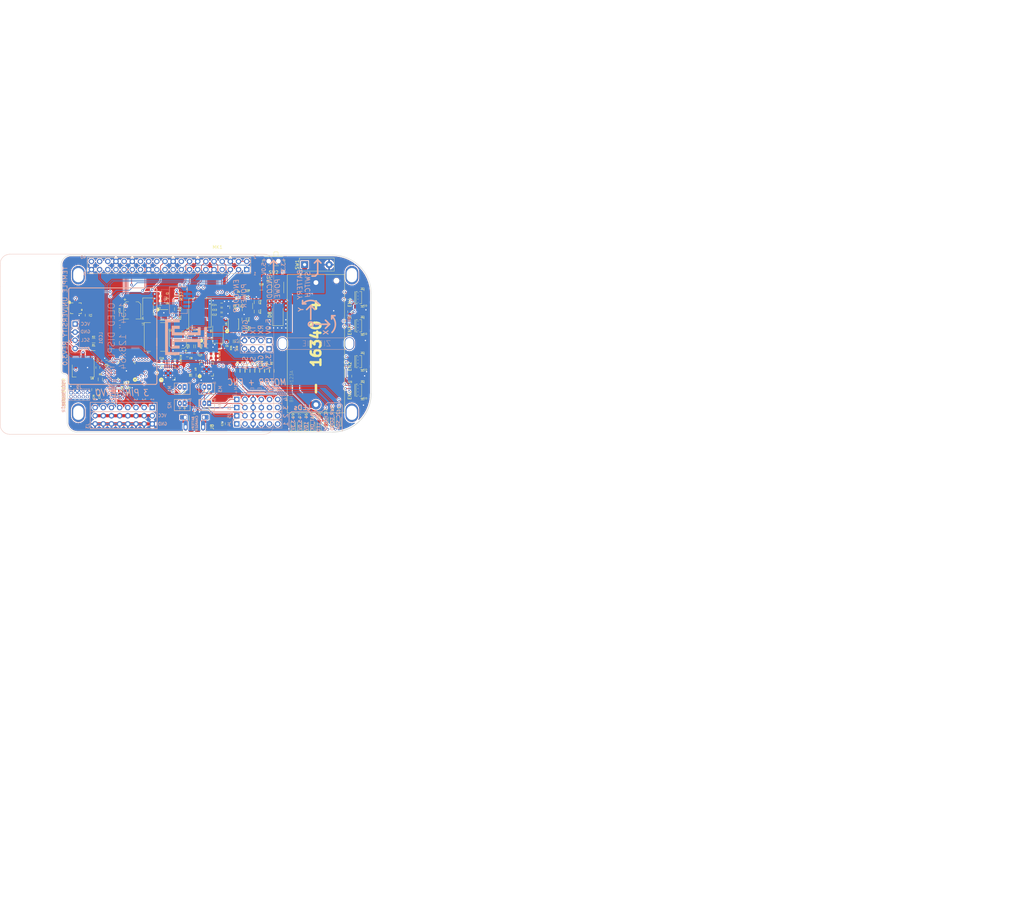
<source format=kicad_pcb>
(kicad_pcb (version 20171130) (host pcbnew "(5.0.0)")
  (layers (0 F.Cu signal) (1 In1.Cu signal) (2 In2.Cu signal) (31 B.Cu signal) (34 B.Paste user) (35 F.Paste user) (36 B.SilkS user) (37 F.SilkS user) (38 B.Mask user) (39 F.Mask user) (44 Edge.Cuts user))
  (net 0 "")
  (net 1 GND)
  (net 2 +5V)
  (net 3 +3V3)
  (net 4 QEP_1A)
  (net 5 QEP_1B)
  (net 6 SCL)
  (net 7 SDA)
  (net 8 Prog_LED0)
  (net 9 QEP_3A)
  (net 10 QEP_3B)
  (net 11 SERVO_1)
  (net 12 QEP_2A)
  (net 13 QEP_2B)
  (net 14 "Net-(D6-Pad2)")
  (net 15 "Net-(D7-Pad2)")
  (net 16 "Net-(D10-Pad2)")
  (net 17 PI_3.3V)
  (net 18 SERVO_6)
  (net 19 SERVO_5)
  (net 20 SERVO_4)
  (net 21 SERVO_3)
  (net 22 SERVO_2)
  (net 23 "Net-(F1-Pad1)")
  (net 24 TX)
  (net 25 RX)
  (net 26 SERVO_7)
  (net 27 +BATT)
  (net 28 CHG)
  (net 29 PG)
  (net 30 "Net-(R35-Pad1)")
  (net 31 +10V)
  (net 32 "Net-(D2-Pad2)")
  (net 33 "Net-(D3-Pad2)")
  (net 34 "Net-(D4-Pad2)")
  (net 35 "Net-(R32-Pad1)")
  (net 36 BATTERY_ENABLE)
  (net 37 MOTOR1_POS)
  (net 38 MOTOR1_NEG)
  (net 39 MOTOR2_POS)
  (net 40 MOTOR2_NEG)
  (net 41 MOTOR3_POS)
  (net 42 MOTOR3_NEG)
  (net 43 MOTOR_OUT_POS1)
  (net 44 "Net-(U10-Pad6)")
  (net 45 MOTOR_OUT_POS2)
  (net 46 MOTOR_OUT_NEG2)
  (net 47 MOTOR_OUT_NEG1)
  (net 48 MOTOR_OUT_NEG3)
  (net 49 MOTOR_OUT_NEG4)
  (net 50 MOTOR_OUT_POS4)
  (net 51 MOTOR4_POS)
  (net 52 MOTOR4_NEG)
  (net 53 MOTOR_OUT_POS3)
  (net 54 "Net-(C15-Pad1)")
  (net 55 "Net-(C16-Pad1)")
  (net 56 "Net-(C17-Pad1)")
  (net 57 "Net-(C18-Pad1)")
  (net 58 ENC_PWR)
  (net 59 "Net-(D1-Pad1)")
  (net 60 "Net-(D5-Pad2)")
  (net 61 "Net-(D9-Pad2)")
  (net 62 QEP_4B)
  (net 63 QEP_4A)
  (net 64 "Net-(R30-Pad1)")
  (net 65 "Net-(R36-Pad1)")
  (net 66 "Net-(R37-Pad2)")
  (net 67 "Net-(R39-Pad1)")
  (net 68 "Net-(R40-Pad2)")
  (net 69 "Net-(R44-Pad1)")
  (net 70 "Net-(R48-Pad1)")
  (net 71 MOTOR_EN)
  (net 72 "Net-(U9-Pad6)")
  (net 73 "Net-(BH1-Pad2)")
  (net 74 SERVO_8)
  (net 75 V_CHARGE)
  (net 76 IR)
  (net 77 "Net-(D11-Pad2)")
  (net 78 ARM_RST)
  (module TEST:3X8_PINHEADER (layer B.Cu) (at 98.315 177.29 90)
    (fp_text reference J3 (at -0.635 -20.105 90) (layer B.SilkS) (effects (justify mirror)))
    (fp_text value 3x8_PinHeader)
    (fp_text user 7 (at 7.62 -15.24 90) (layer B.SilkS) (effects (font (size 1 0.7)) (justify mirror)))
    (fp_text user 8 (at 7.62 -17.78 90) (layer B.SilkS) (effects (font (size 1 0.7)) (justify mirror)))
    (fp_text user 6 (at 7.62 -12.7 90) (layer B.SilkS) (effects (font (size 1 0.7)) (justify mirror)))
    (fp_text user 5 (at 7.62 -10.16 90) (layer B.SilkS) (effects (font (size 1 0.7)) (justify mirror)))
    (fp_text user 4 (at 7.62 -7.62 90) (layer B.SilkS) (effects (font (size 1 0.7)) (justify mirror)))
    (fp_text user 3 (at 7.62 -5.08 90) (layer B.SilkS) (effects (font (size 1 0.7)) (justify mirror)))
    (fp_text user 2 (at 7.62 -2.54 90) (layer B.SilkS) (effects (font (size 1 0.7)) (justify mirror)))
    (fp_text user 1 (at 7.62 0 90) (layer B.SilkS) (effects (font (size 1 0.7)) (justify mirror)))
    (fp_text user VCC (at 2.6 3.1) (layer B.SilkS) (effects (font (size 1 0.9)) (justify mirror)))
    (fp_text user GND (at 0 3.2) (layer B.SilkS) (effects (font (size 1 0.9)) (justify mirror)))
    (pad 8 thru_hole oval (at 5.08 -17.78 90) (size 1.7 1.7) (drill 1) (layers *.Cu *.Mask) (net 74 SERVO_8))
    (pad 7 thru_hole oval (at 5.08 -15.24 90) (size 1.7 1.7) (drill 1) (layers *.Cu *.Mask) (net 26 SERVO_7))
    (pad 6 thru_hole oval (at 5.08 -12.7 90) (size 1.7 1.7) (drill 1) (layers *.Cu *.Mask) (net 18 SERVO_6))
    (pad 5 thru_hole oval (at 5.08 -10.16 90) (size 1.7 1.7) (drill 1) (layers *.Cu *.Mask) (net 19 SERVO_5))
    (pad 4 thru_hole oval (at 5.08 -7.62 90) (size 1.7 1.7) (drill 1) (layers *.Cu *.Mask) (net 20 SERVO_4))
    (pad 3 thru_hole oval (at 5.08 -5.08 90) (size 1.7 1.7) (drill 1) (layers *.Cu *.Mask) (net 21 SERVO_3))
    (pad 2 thru_hole oval (at 5.08 -2.54 90) (size 1.7 1.7) (drill 1) (layers *.Cu *.Mask) (net 22 SERVO_2))
    (pad 1 thru_hole rect (at 5.08 0 90) (size 1.7 1.7) (drill 1) (layers *.Cu *.Mask) (net 11 SERVO_1))
    (pad 9 thru_hole oval (at 2.54 -17.78 90) (size 1.7 1.7) (drill 1) (layers *.Cu *.Mask) (net 2 +5V))
    (pad 9 thru_hole oval (at 2.54 -15.24 90) (size 1.7 1.7) (drill 1) (layers *.Cu *.Mask) (net 2 +5V))
    (pad 9 thru_hole oval (at 2.54 -12.7 90) (size 1.7 1.7) (drill 1) (layers *.Cu *.Mask) (net 2 +5V))
    (pad 9 thru_hole oval (at 2.54 -10.16 90) (size 1.7 1.7) (drill 1) (layers *.Cu *.Mask) (net 2 +5V))
    (pad 9 thru_hole oval (at 2.54 -7.62 90) (size 1.7 1.7) (drill 1) (layers *.Cu *.Mask) (net 2 +5V))
    (pad 9 thru_hole oval (at 2.54 -5.08 90) (size 1.7 1.7) (drill 1) (layers *.Cu *.Mask) (net 2 +5V))
    (pad 9 thru_hole oval (at 2.54 -2.54 90) (size 1.7 1.7) (drill 1) (layers *.Cu *.Mask) (net 2 +5V))
    (pad 9 thru_hole oval (at 2.54 0 90) (size 1.7 1.7) (drill 1) (layers *.Cu *.Mask) (net 2 +5V))
    (pad 10 thru_hole circle (at 0 0 90) (size 1.7 1.7) (drill 1) (layers *.Cu *.Mask) (net 1 GND))
    (pad 10 thru_hole oval (at 0 -2.54 90) (size 1.7 1.7) (drill 1) (layers *.Cu *.Mask) (net 1 GND))
    (pad 10 thru_hole oval (at 0 -5.08 90) (size 1.7 1.7) (drill 1) (layers *.Cu *.Mask) (net 1 GND))
    (pad 10 thru_hole oval (at 0 -7.62 90) (size 1.7 1.7) (drill 1) (layers *.Cu *.Mask) (net 1 GND))
    (pad 10 thru_hole oval (at 0 -10.16 90) (size 1.7 1.7) (drill 1) (layers *.Cu *.Mask) (net 1 GND))
    (pad 10 thru_hole oval (at 0 -12.7 90) (size 1.7 1.7) (drill 1) (layers *.Cu *.Mask) (net 1 GND))
    (pad 10 thru_hole oval (at 0 -15.24 90) (size 1.7 1.7) (drill 1) (layers *.Cu *.Mask) (net 1 GND))
    (pad 10 thru_hole oval (at 0 -17.78 90) (size 1.7 1.7) (drill 1) (layers *.Cu *.Mask) (net 1 GND))
  )
  (module "" (layer F.Cu) (at 219.815 45.718)
    (fp_text reference "" (at 149.203 165.098) (layer F.SilkS) (effects (font (size 1.27 1.27))))
    (fp_text value "" (at 149.203 165.098) (layer F.SilkS) (effects (font (size 1.27 1.27))))
    (fp_text user "" (at 43.18 117.856) (layer F.SilkS) (effects (font (size 3 3) (thickness 0.75))))
  )
  (module "" (layer F.Cu) (at 149.203 165.098)
    (fp_text reference "" (at 103.229 161.4905) (layer F.SilkS) (effects (font (size 1.27 1.27))))
    (fp_text value "" (at 103.229 161.4905) (layer F.SilkS) (effects (font (size 1.27 1.27))))
    (fp_text user 16340 (at 0 -12.7 90) (layer F.SilkS) (effects (font (size 3 3) (thickness 0.75))))
  )
  (module "" (layer F.Cu) (at 244.199 104.646)
    (fp_text reference "" (at 103.229 161.4905) (layer F.SilkS) (effects (font (size 1.27 1.27))))
    (fp_text value "" (at 103.229 161.4905) (layer F.SilkS) (effects (font (size 1.27 1.27))))
    (fp_text user "" (at 15.24 61.468) (layer F.SilkS) (effects (font (size 3 3) (thickness 0.75))))
  )
  (module Housings_DFN_QFN:WQFN-16-1EP_4x4mm_Pitch0.65mm_ThermalVias (layer F.Cu) (at 103.229 161.4905 90)
    (fp_text reference U10 (at 0 -3.4 90) (layer F.SilkS) (effects (font (size 0.5 0.5) (thickness 0.1))))
    (fp_text value DRV8833RTYR)
    (pad 1 smd rect (at -1.9875 -0.975 90) (size 0.825 0.35) (layers F.Cu F.Paste F.Mask) (net 1 GND))
    (pad 1 smd circle (at -1.575 -0.975 90) (size 0.35 0.35) (layers F.Cu F.Paste F.Mask) (net 1 GND))
    (pad 2 smd rect (at -1.9875 -0.325 90) (size 0.825 0.35) (layers F.Cu F.Paste F.Mask) (net 47 MOTOR_OUT_NEG1))
    (pad 2 smd circle (at -1.575 -0.325 90) (size 0.35 0.35) (layers F.Cu F.Paste F.Mask) (net 47 MOTOR_OUT_NEG1))
    (pad 3 smd rect (at -1.9875 0.325 90) (size 0.825 0.35) (layers F.Cu F.Paste F.Mask) (net 46 MOTOR_OUT_NEG2))
    (pad 3 smd circle (at -1.575 0.325 90) (size 0.35 0.35) (layers F.Cu F.Paste F.Mask) (net 46 MOTOR_OUT_NEG2))
    (pad 4 smd rect (at -1.9875 0.975 90) (size 0.825 0.35) (layers F.Cu F.Paste F.Mask) (net 1 GND))
    (pad 4 smd circle (at -1.575 0.975 90) (size 0.35 0.35) (layers F.Cu F.Paste F.Mask) (net 1 GND))
    (pad 5 smd rect (at -0.975 1.9875 180) (size 0.825 0.35) (layers F.Cu F.Paste F.Mask) (net 45 MOTOR_OUT_POS2))
    (pad 5 smd circle (at -0.975 1.575 180) (size 0.35 0.35) (layers F.Cu F.Paste F.Mask) (net 45 MOTOR_OUT_POS2))
    (pad 6 smd rect (at -0.325 1.9875 180) (size 0.825 0.35) (layers F.Cu F.Paste F.Mask) (net 44 "Net-(U10-Pad6)"))
    (pad 6 smd circle (at -0.325 1.575 180) (size 0.35 0.35) (layers F.Cu F.Paste F.Mask) (net 44 "Net-(U10-Pad6)"))
    (pad 7 smd rect (at 0.325 1.9875 180) (size 0.825 0.35) (layers F.Cu F.Paste F.Mask) (net 39 MOTOR2_POS))
    (pad 7 smd circle (at 0.325 1.575 180) (size 0.35 0.35) (layers F.Cu F.Paste F.Mask) (net 39 MOTOR2_POS))
    (pad 8 smd rect (at 0.975 1.9875 180) (size 0.825 0.35) (layers F.Cu F.Paste F.Mask) (net 40 MOTOR2_NEG))
    (pad 8 smd circle (at 0.975 1.575 180) (size 0.35 0.35) (layers F.Cu F.Paste F.Mask) (net 40 MOTOR2_NEG))
    (pad 9 smd rect (at 1.9875 0.975 90) (size 0.825 0.35) (layers F.Cu F.Paste F.Mask) (net 57 "Net-(C18-Pad1)"))
    (pad 9 smd circle (at 1.575 0.975 90) (size 0.35 0.35) (layers F.Cu F.Paste F.Mask) (net 57 "Net-(C18-Pad1)"))
    (pad 10 smd rect (at 1.9875 0.325 90) (size 0.825 0.35) (layers F.Cu F.Paste F.Mask) (net 31 +10V))
    (pad 10 smd circle (at 1.575 0.325 90) (size 0.35 0.35) (layers F.Cu F.Paste F.Mask) (net 31 +10V))
    (pad 11 smd rect (at 1.9875 -0.325 90) (size 0.825 0.35) (layers F.Cu F.Paste F.Mask) (net 1 GND))
    (pad 11 smd circle (at 1.575 -0.325 90) (size 0.35 0.35) (layers F.Cu F.Paste F.Mask) (net 1 GND))
    (pad 12 smd rect (at 1.9875 -0.975 90) (size 0.825 0.35) (layers F.Cu F.Paste F.Mask) (net 55 "Net-(C16-Pad1)"))
    (pad 12 smd circle (at 1.575 -0.975 90) (size 0.35 0.35) (layers F.Cu F.Paste F.Mask) (net 55 "Net-(C16-Pad1)"))
    (pad 13 smd rect (at 0.975 -1.9875 180) (size 0.825 0.35) (layers F.Cu F.Paste F.Mask) (net 38 MOTOR1_NEG))
    (pad 13 smd circle (at 0.975 -1.575 180) (size 0.35 0.35) (layers F.Cu F.Paste F.Mask) (net 38 MOTOR1_NEG))
    (pad 14 smd rect (at 0.325 -1.9875 180) (size 0.825 0.35) (layers F.Cu F.Paste F.Mask) (net 37 MOTOR1_POS))
    (pad 14 smd circle (at 0.325 -1.575 180) (size 0.35 0.35) (layers F.Cu F.Paste F.Mask) (net 37 MOTOR1_POS))
    (pad 15 smd rect (at -0.325 -1.9875 180) (size 0.825 0.35) (layers F.Cu F.Paste F.Mask) (net 71 MOTOR_EN))
    (pad 15 smd circle (at -0.325 -1.575 180) (size 0.35 0.35) (layers F.Cu F.Paste F.Mask) (net 71 MOTOR_EN))
    (pad 16 smd rect (at -0.975 -1.9875 180) (size 0.825 0.35) (layers F.Cu F.Paste F.Mask) (net 43 MOTOR_OUT_POS1))
    (pad 16 smd circle (at -0.975 -1.575 180) (size 0.35 0.35) (layers F.Cu F.Paste F.Mask) (net 43 MOTOR_OUT_POS1))
    (pad 17 smd rect (at 0 0 90) (size 2.1 2.1) (layers F.Cu F.Paste F.Mask) (net 1 GND))
    (pad 17 thru_hole circle (at 0 0 90) (size 0.6 0.6) (drill 0.3) (layers *.Cu *.Mask) (net 1 GND))
    (pad 17 thru_hole circle (at -0.75 -0.75 90) (size 0.6 0.6) (drill 0.3) (layers *.Cu *.Mask) (net 1 GND))
    (pad 17 thru_hole circle (at 0.75 -0.75 90) (size 0.6 0.6) (drill 0.3) (layers *.Cu *.Mask) (net 1 GND))
    (pad 17 thru_hole circle (at -0.75 0.75 90) (size 0.6 0.6) (drill 0.3) (layers *.Cu *.Mask) (net 1 GND))
    (pad 17 thru_hole circle (at 0.75 0.75 90) (size 0.6 0.6) (drill 0.3) (layers *.Cu *.Mask) (net 1 GND))
  )
  (module "TEST:1_5MM ZH JST" (layer B.Cu) (at 108.611 165.797 180)
    (fp_text reference M1 (at 4.925 -0.635 270) (layer B.SilkS) (effects (justify mirror)))
    (fp_text value Conn_01x02)
    (fp_text user + (at 0.25 -1.45 180) (layer F.SilkS))
    (fp_text user - (at 1.75 -1.45 180) (layer F.SilkS))
    (pad 1 thru_hole rect (at 0.25 0 180) (size 1.2 1.7) (drill 0.6) (layers *.Cu *.Mask) (net 43 MOTOR_OUT_POS1))
    (pad 2 thru_hole oval (at 1.75 0 180) (size 1.2 1.7) (drill 0.6) (layers *.Cu *.Mask) (net 47 MOTOR_OUT_NEG1))
  )
  (module "TEST:1_5MM ZH JST" (layer B.Cu) (at 108.611 170.877 180)
    (fp_text reference M2 (at 4.925 -0.635 270) (layer B.SilkS) (effects (justify mirror)))
    (fp_text value Conn_01x02)
    (fp_text user + (at 0.25 -1.45 180) (layer F.SilkS))
    (fp_text user - (at 1.75 -1.45 180) (layer F.SilkS))
    (pad 1 thru_hole rect (at 0.25 0 180) (size 1.2 1.7) (drill 0.6) (layers *.Cu *.Mask) (net 45 MOTOR_OUT_POS2))
    (pad 2 thru_hole oval (at 1.75 0 180) (size 1.2 1.7) (drill 0.6) (layers *.Cu *.Mask) (net 46 MOTOR_OUT_NEG2))
  )
  (module LEDs:LED_0805 (layer F.Cu) (at 156.315 176.19 90)
    (fp_text reference D1 (at 3.472 0 90) (layer F.SilkS) (effects (font (size 0.8 0.8) (thickness 0.1))))
    (fp_text value LED)
    (pad 2 smd rect (at 1.1 0 270) (size 1.2 1.2) (layers F.Cu F.Paste F.Mask) (net 3 +3V3))
    (pad 1 smd rect (at -1.1 0 270) (size 1.2 1.2) (layers F.Cu F.Paste F.Mask) (net 59 "Net-(D1-Pad1)"))
  )
  (module Pin_Headers:Pin_Header_Straight_1x04_Pitch2.54mm (layer B.Cu) (at 134.606 151.382 90)
    (fp_text reference J1 (at -0.127 -10.16 90) (layer B.SilkS) (effects (justify mirror)))
    (fp_text value Conn_01x04)
    (pad 1 thru_hole rect (at 0 0 90) (size 1.7 1.7) (drill 1) (layers *.Cu *.Mask) (net 2 +5V))
    (pad 2 thru_hole oval (at 0 -2.54 90) (size 1.7 1.7) (drill 1) (layers *.Cu *.Mask) (net 25 RX))
    (pad 3 thru_hole oval (at 0 -5.08 90) (size 1.7 1.7) (drill 1) (layers *.Cu *.Mask) (net 24 TX))
    (pad 4 thru_hole oval (at 0 -7.62 90) (size 1.7 1.7) (drill 1) (layers *.Cu *.Mask) (net 1 GND))
  )
  (module TEST:BeagleBoneBlue_Extended_2cm (layer F.Cu) (at 113.12 152.43)
    (fp_text reference MK1 (at 5.45 -30.1) (layer F.SilkS))
    (fp_text value Housing)
    (pad "" np_thru_hole oval (at -37.8 21.4) (size 4 5.8) (drill oval 3.2 4.45) (layers *.Cu *.Mask))
    (pad "" np_thru_hole oval (at -37.8 -21.4) (size 4 5.8) (drill oval 3.2 4.45) (layers *.Cu *.Mask))
    (pad "" np_thru_hole oval (at 47.2 21.4) (size 4 5.8) (drill oval 3.2 4.45) (layers *.Cu *.Mask))
    (pad "" np_thru_hole oval (at 47.2 -21.4) (size 4 5.8) (drill oval 3.2 4.45) (layers *.Cu *.Mask))
  )
  (module Housings_SSOP:MSOP-10-1EP_3x3mm_Pitch0.5mm (layer F.Cu) (at 123.535 146.25 90)
    (fp_text reference U6 (at 0 -2.272 90) (layer F.SilkS) (effects (font (size 0.5 0.5) (thickness 0.1))))
    (fp_text value BQ24092DGQR)
    (pad 1 smd rect (at -2.105 -1 90) (size 0.89 0.305) (layers F.Cu F.Paste F.Mask) (net 75 V_CHARGE))
    (pad 2 smd rect (at -2.105 -0.5 90) (size 0.89 0.305) (layers F.Cu F.Paste F.Mask) (net 30 "Net-(R35-Pad1)"))
    (pad 3 smd rect (at -2.105 0 90) (size 0.89 0.305) (layers F.Cu F.Paste F.Mask) (net 1 GND))
    (pad 4 smd rect (at -2.105 0.5 90) (size 0.89 0.305) (layers F.Cu F.Paste F.Mask) (net 65 "Net-(R36-Pad1)"))
    (pad 5 smd rect (at -2.105 1 90) (size 0.89 0.305) (layers F.Cu F.Paste F.Mask) (net 29 PG))
    (pad 6 smd rect (at 2.105 1 90) (size 0.89 0.305) (layers F.Cu F.Paste F.Mask))
    (pad 7 smd rect (at 2.105 0.5 90) (size 0.89 0.305) (layers F.Cu F.Paste F.Mask) (net 67 "Net-(R39-Pad1)"))
    (pad 8 smd rect (at 2.105 0 90) (size 0.89 0.305) (layers F.Cu F.Paste F.Mask) (net 28 CHG))
    (pad 9 smd rect (at 2.105 -0.5 90) (size 0.89 0.305) (layers F.Cu F.Paste F.Mask) (net 68 "Net-(R40-Pad2)"))
    (pad 10 smd rect (at 2.105 -1 90) (size 0.89 0.305) (layers F.Cu F.Paste F.Mask) (net 27 +BATT))
    (pad 11 smd rect (at 0.42 0.47 90) (size 0.84 0.94) (layers F.Cu F.Paste F.Mask) (net 1 GND))
    (pad 11 smd rect (at 0.42 -0.47 90) (size 0.84 0.94) (layers F.Cu F.Paste F.Mask) (net 1 GND))
    (pad 11 smd rect (at -0.42 0.47 90) (size 0.84 0.94) (layers F.Cu F.Paste F.Mask) (net 1 GND))
    (pad 11 smd rect (at -0.42 -0.47 90) (size 0.84 0.94) (layers F.Cu F.Paste F.Mask) (net 1 GND))
  )
  (module LEDs:LED_0805 (layer F.Cu) (at 146.155 177.714 90)
    (fp_text reference D6 (at 2.964 0 90) (layer F.SilkS) (effects (font (size 0.8 0.8) (thickness 0.1))))
    (fp_text value LED)
    (pad 2 smd rect (at 1.1 0 270) (size 1.2 1.2) (layers F.Cu F.Paste F.Mask) (net 14 "Net-(D6-Pad2)"))
    (pad 1 smd rect (at -1.1 0 270) (size 1.2 1.2) (layers F.Cu F.Paste F.Mask) (net 1 GND))
  )
  (module LEDs:LED_0805 (layer F.Cu) (at 144.123 177.714 90)
    (fp_text reference D7 (at 2.964 0 270) (layer F.SilkS) (effects (font (size 0.8 0.8) (thickness 0.1))))
    (fp_text value LED)
    (pad 2 smd rect (at 1.1 0 270) (size 1.2 1.2) (layers F.Cu F.Paste F.Mask) (net 15 "Net-(D7-Pad2)"))
    (pad 1 smd rect (at -1.1 0 270) (size 1.2 1.2) (layers F.Cu F.Paste F.Mask) (net 1 GND))
  )
  (module LEDs:LED_0805 (layer F.Cu) (at 142.091 177.714 90)
    (fp_text reference D9 (at 2.964 0 270) (layer F.SilkS) (effects (font (size 0.8 0.8) (thickness 0.1))))
    (fp_text value LED)
    (pad 2 smd rect (at 1.1 0 270) (size 1.2 1.2) (layers F.Cu F.Paste F.Mask) (net 61 "Net-(D9-Pad2)"))
    (pad 1 smd rect (at -1.1 0 270) (size 1.2 1.2) (layers F.Cu F.Paste F.Mask) (net 1 GND))
  )
  (module LEDs:LED_0805 (layer F.Cu) (at 150.219 177.714 90)
    (fp_text reference D10 (at 2.964 0 90) (layer F.SilkS) (effects (font (size 0.8 0.6) (thickness 0.1))))
    (fp_text value LED)
    (pad 2 smd rect (at 1.1 0 270) (size 1.2 1.2) (layers F.Cu F.Paste F.Mask) (net 16 "Net-(D10-Pad2)"))
    (pad 1 smd rect (at -1.1 0 270) (size 1.2 1.2) (layers F.Cu F.Paste F.Mask) (net 1 GND))
  )
  (module Resistors_SMD:R_1812 (layer F.Cu) (at 137.265 134.872 270)
    (fp_text reference F1 (at -2.54 2.794 270) (layer F.SilkS))
    (fp_text value "Polyfuse 3A")
    (pad 1 smd rect (at -2.44 0 270) (size 1.6 3.5) (layers F.Cu F.Paste F.Mask) (net 23 "Net-(F1-Pad1)"))
    (pad 2 smd rect (at 2.44 0 270) (size 1.6 3.5) (layers F.Cu F.Paste F.Mask) (net 73 "Net-(BH1-Pad2)"))
  )
  (module TEST:L_7.3x6.8 (layer F.Cu) (at 99.292 150.262 90)
    (fp_text reference L1 (at 4.087 -3.937 90) (layer F.SilkS) (effects (font (size 0.5 0.5) (thickness 0.1))))
    (fp_text value 4.7uH)
    (pad 1 smd rect (at -3.025 0 90) (size 2.35 3.5) (layers F.Cu F.Paste F.Mask) (net 2 +5V))
    (pad 2 smd rect (at 3.025 0 90) (size 2.35 3.5) (layers F.Cu F.Paste F.Mask) (net 34 "Net-(D4-Pad2)"))
  )
  (module TEST:L_7.3x6.8 (layer F.Cu) (at 113.135 142.7865 270)
    (fp_text reference L2 (at 5.0395 -1.778) (layer F.SilkS) (effects (font (size 0.5 0.5) (thickness 0.1))))
    (fp_text value 4.7uH)
    (pad 1 smd rect (at -3.025 0 270) (size 2.35 3.5) (layers F.Cu F.Paste F.Mask) (net 27 +BATT))
    (pad 2 smd rect (at 3.025 0 270) (size 2.35 3.5) (layers F.Cu F.Paste F.Mask) (net 60 "Net-(D5-Pad2)"))
  )
  (module "TEST:1_5MM ZH JST" (layer B.Cu) (at 116.231 165.797 180)
    (fp_text reference M3 (at -3.203 -0.635 90) (layer B.SilkS) (effects (justify mirror)))
    (fp_text value Conn_01x02)
    (fp_text user + (at 0.25 -1.45 180) (layer F.SilkS))
    (fp_text user - (at 1.75 -1.45 180) (layer F.SilkS))
    (pad 1 thru_hole rect (at 0.25 0 180) (size 1.2 1.7) (drill 0.6) (layers *.Cu *.Mask) (net 53 MOTOR_OUT_POS3))
    (pad 2 thru_hole oval (at 1.75 0 180) (size 1.2 1.7) (drill 0.6) (layers *.Cu *.Mask) (net 48 MOTOR_OUT_NEG3))
  )
  (module "TEST:Single Dip Siwtch" (layer F.Cu) (at 145.647 127.76 90)
    (fp_text reference SW1 (at 0 -2.33 90) (layer F.SilkS))
    (fp_text value SW_SPST)
    (pad 1 thru_hole rect (at 0 0 90) (size 2.2 2.2) (drill 1) (layers *.Cu *.Mask) (net 23 "Net-(F1-Pad1)"))
    (pad 2 thru_hole oval (at 0 7.62 90) (size 2.2 2.2) (drill 1) (layers *.Cu *.Mask) (net 1 GND))
  )
  (module Housings_DFN_QFN:DFN-10-1EP_3x3mm_Pitch0.5mm (layer F.Cu) (at 101.9525 143.396)
    (fp_text reference U4 (at -1.5175 -2.174) (layer F.SilkS) (effects (font (size 0.5 0.5) (thickness 0.1))))
    (fp_text value SY7304DBC)
    (pad 1 smd rect (at -1.55 -1) (size 0.65 0.3) (layers F.Cu F.Paste F.Mask))
    (pad 2 smd rect (at -1.55 -0.5) (size 0.65 0.3) (layers F.Cu F.Paste F.Mask) (net 64 "Net-(R30-Pad1)"))
    (pad 3 smd rect (at -1.55 0) (size 0.65 0.3) (layers F.Cu F.Paste F.Mask))
    (pad 4 smd rect (at -1.55 0.5) (size 0.65 0.3) (layers F.Cu F.Paste F.Mask) (net 34 "Net-(D4-Pad2)"))
    (pad 5 smd rect (at -1.55 1) (size 0.65 0.3) (layers F.Cu F.Paste F.Mask) (net 34 "Net-(D4-Pad2)"))
    (pad 6 smd rect (at 1.55 1) (size 0.65 0.3) (layers F.Cu F.Paste F.Mask))
    (pad 7 smd rect (at 1.55 0.5) (size 0.65 0.3) (layers F.Cu F.Paste F.Mask) (net 2 +5V))
    (pad 8 smd rect (at 1.55 0) (size 0.65 0.3) (layers F.Cu F.Paste F.Mask))
    (pad 9 smd rect (at 1.55 -0.5) (size 0.65 0.3) (layers F.Cu F.Paste F.Mask) (net 66 "Net-(R37-Pad2)"))
    (pad 10 smd rect (at 1.55 -1) (size 0.65 0.3) (layers F.Cu F.Paste F.Mask))
    (pad 11 smd rect (at 0.3875 0.62) (size 0.775 1.24) (layers F.Cu F.Paste F.Mask) (net 1 GND))
    (pad 11 smd rect (at 0.3875 -0.62) (size 0.775 1.24) (layers F.Cu F.Paste F.Mask) (net 1 GND))
    (pad 11 smd rect (at -0.3875 0.62) (size 0.775 1.24) (layers F.Cu F.Paste F.Mask) (net 1 GND))
    (pad 11 smd rect (at -0.3875 -0.62) (size 0.775 1.24) (layers F.Cu F.Paste F.Mask) (net 1 GND))
  )
  (module Housings_DFN_QFN:DFN-10-1EP_3x3mm_Pitch0.5mm (layer F.Cu) (at 111.5475 149.731 180)
    (fp_text reference U5 (at 2.1825 2.001 180) (layer F.SilkS) (effects (font (size 0.5 0.5) (thickness 0.1))))
    (fp_text value SY7304DBC)
    (pad 1 smd rect (at -1.55 -1 180) (size 0.65 0.3) (layers F.Cu F.Paste F.Mask))
    (pad 2 smd rect (at -1.55 -0.5 180) (size 0.65 0.3) (layers F.Cu F.Paste F.Mask) (net 35 "Net-(R32-Pad1)"))
    (pad 3 smd rect (at -1.55 0 180) (size 0.65 0.3) (layers F.Cu F.Paste F.Mask))
    (pad 4 smd rect (at -1.55 0.5 180) (size 0.65 0.3) (layers F.Cu F.Paste F.Mask) (net 60 "Net-(D5-Pad2)"))
    (pad 5 smd rect (at -1.55 1 180) (size 0.65 0.3) (layers F.Cu F.Paste F.Mask) (net 60 "Net-(D5-Pad2)"))
    (pad 6 smd rect (at 1.55 1 180) (size 0.65 0.3) (layers F.Cu F.Paste F.Mask))
    (pad 7 smd rect (at 1.55 0.5 180) (size 0.65 0.3) (layers F.Cu F.Paste F.Mask) (net 27 +BATT))
    (pad 8 smd rect (at 1.55 0 180) (size 0.65 0.3) (layers F.Cu F.Paste F.Mask))
    (pad 9 smd rect (at 1.55 -0.5 180) (size 0.65 0.3) (layers F.Cu F.Paste F.Mask) (net 36 BATTERY_ENABLE))
    (pad 10 smd rect (at 1.55 -1 180) (size 0.65 0.3) (layers F.Cu F.Paste F.Mask))
    (pad 11 smd rect (at 0.3875 0.62 180) (size 0.775 1.24) (layers F.Cu F.Paste F.Mask) (net 1 GND))
    (pad 11 smd rect (at 0.3875 -0.62 180) (size 0.775 1.24) (layers F.Cu F.Paste F.Mask) (net 1 GND))
    (pad 11 smd rect (at -0.3875 0.62 180) (size 0.775 1.24) (layers F.Cu F.Paste F.Mask) (net 1 GND))
    (pad 11 smd rect (at -0.3875 -0.62 180) (size 0.775 1.24) (layers F.Cu F.Paste F.Mask) (net 1 GND))
  )
  (module "TEST:1_5MM ZH JST" (layer B.Cu) (at 116.231 170.877 180)
    (fp_text reference M4 (at -3.048 -0.635 270) (layer B.SilkS) (effects (justify mirror)))
    (fp_text value Conn_01x02)
    (fp_text user + (at 0.25 -1.45 180) (layer F.SilkS))
    (fp_text user - (at 1.75 -1.45 180) (layer F.SilkS))
    (pad 1 thru_hole rect (at 0.25 0 180) (size 1.2 1.7) (drill 0.6) (layers *.Cu *.Mask) (net 50 MOTOR_OUT_POS4))
    (pad 2 thru_hole oval (at 1.75 0 180) (size 1.2 1.7) (drill 0.6) (layers *.Cu *.Mask) (net 49 MOTOR_OUT_NEG4))
  )
  (module LEDs:LED_0805 (layer F.Cu) (at 152.251 176.19 90)
    (fp_text reference D2 (at 2.964 0 90) (layer F.SilkS) (effects (font (size 0.8 0.8) (thickness 0.1))))
    (fp_text value LED)
    (pad 2 smd rect (at 1.1 0 270) (size 1.2 1.2) (layers F.Cu F.Paste F.Mask) (net 32 "Net-(D2-Pad2)"))
    (pad 1 smd rect (at -1.1 0 270) (size 1.2 1.2) (layers F.Cu F.Paste F.Mask) (net 28 CHG))
  )
  (module LEDs:LED_0805 (layer F.Cu) (at 154.283 176.19 90)
    (fp_text reference D3 (at 3.472 0 90) (layer F.SilkS) (effects (font (size 0.8 0.8) (thickness 0.1))))
    (fp_text value LED)
    (pad 2 smd rect (at 1.1 0 270) (size 1.2 1.2) (layers F.Cu F.Paste F.Mask) (net 33 "Net-(D3-Pad2)"))
    (pad 1 smd rect (at -1.1 0 270) (size 1.2 1.2) (layers F.Cu F.Paste F.Mask) (net 29 PG))
  )
  (module Diodes_SMD:D_SMA (layer F.Cu) (at 97.006 141.508 270)
    (fp_text reference D4 (at 2.889 1.651 270) (layer F.SilkS) (effects (font (size 0.5 0.5) (thickness 0.1))))
    (fp_text value D)
    (pad 1 smd rect (at -2 0 270) (size 2.5 1.8) (layers F.Cu F.Paste F.Mask) (net 31 +10V))
    (pad 2 smd rect (at 2 0 270) (size 2.5 1.8) (layers F.Cu F.Paste F.Mask) (net 34 "Net-(D4-Pad2)"))
  )
  (module Diodes_SMD:D_SMA (layer F.Cu) (at 118.723 148.81 90)
    (fp_text reference D5 (at 0.38 -2.158 90) (layer F.SilkS) (effects (font (size 0.5 0.5) (thickness 0.1))))
    (fp_text value D)
    (pad 1 smd rect (at -2 0 90) (size 2.5 1.8) (layers F.Cu F.Paste F.Mask) (net 2 +5V))
    (pad 2 smd rect (at 2 0 90) (size 2.5 1.8) (layers F.Cu F.Paste F.Mask) (net 60 "Net-(D5-Pad2)"))
  )
  (module Diodes_SMD:D_SMA (layer F.Cu) (at 137.315 143.33 90)
    (fp_text reference D8 (at 0 -2.5 90) (layer F.SilkS))
    (fp_text value D)
    (pad 1 smd rect (at -2 0 90) (size 2.5 1.8) (layers F.Cu F.Paste F.Mask) (net 27 +BATT))
    (pad 2 smd rect (at 2 0 90) (size 2.5 1.8) (layers F.Cu F.Paste F.Mask) (net 1 GND))
  )
  (module TEST:TSOP36238TR (layer B.Cu) (at 103.771 140.714 180)
    (fp_text reference IR1 (at 1.27 1.905 270) (layer B.SilkS) (effects (justify mirror)))
    (fp_text value TSOP36238TR (at 32.956 -27.866 270) (layer B.SilkS) (effects (justify mirror)))
    (fp_text user * (at -5.3 5.0165 180) (layer B.SilkS) (effects (justify mirror)))
    (fp_text user * (at -5.3 5.0165 180) (layer B.SilkS) (effects (justify mirror)))
    (pad 4 smd rect (at -5.3 0 180) (size 2.2098 0.889) (layers B.Cu B.Paste B.Mask) (net 76 IR))
    (pad 3 smd rect (at -5.3 1.27 180) (size 2.2098 0.889) (layers B.Cu B.Paste B.Mask) (net 3 +3V3))
    (pad 2 smd rect (at -5.3 2.54 180) (size 2.2098 0.889) (layers B.Cu B.Paste B.Mask) (net 1 GND))
    (pad 1 smd rect (at -5.3 3.81 180) (size 2.2098 0.889) (layers B.Cu B.Paste B.Mask) (net 1 GND))
  )
  (module Pin_Headers:Pin_Header_Straight_1x04_Pitch2.54mm (layer B.Cu) (at 134.606 153.922 90)
    (fp_text reference J2 (at 0 -10.16 90) (layer B.SilkS) (effects (justify mirror)))
    (fp_text value Conn_01x04)
    (pad 1 thru_hole rect (at 0 0 90) (size 1.7 1.7) (drill 1) (layers *.Cu *.Mask) (net 3 +3V3))
    (pad 2 thru_hole oval (at 0 -2.54 90) (size 1.7 1.7) (drill 1) (layers *.Cu *.Mask) (net 1 GND))
    (pad 3 thru_hole oval (at 0 -5.08 90) (size 1.7 1.7) (drill 1) (layers *.Cu *.Mask) (net 6 SCL))
    (pad 4 thru_hole oval (at 0 -7.62 90) (size 1.7 1.7) (drill 1) (layers *.Cu *.Mask) (net 7 SDA))
  )
  (module Pin_Headers:Pin_Header_Straight_1x06_Pitch2.54mm (layer B.Cu) (at 124.565 177.29 270)
    (fp_text reference J4 (at 0 2.33 270) (layer B.SilkS) (effects (justify mirror)))
    (fp_text value Conn_01x06)
    (pad 1 thru_hole rect (at 0 0 270) (size 1.7 1.7) (drill 1) (layers *.Cu *.Mask) (net 43 MOTOR_OUT_POS1))
    (pad 2 thru_hole oval (at 0 -2.54 270) (size 1.7 1.7) (drill 1) (layers *.Cu *.Mask) (net 47 MOTOR_OUT_NEG1))
    (pad 3 thru_hole oval (at 0 -5.08 270) (size 1.7 1.7) (drill 1) (layers *.Cu *.Mask) (net 1 GND))
    (pad 4 thru_hole oval (at 0 -7.62 270) (size 1.7 1.7) (drill 1) (layers *.Cu *.Mask) (net 58 ENC_PWR))
    (pad 5 thru_hole oval (at 0 -10.16 270) (size 1.7 1.7) (drill 1) (layers *.Cu *.Mask) (net 4 QEP_1A))
    (pad 6 thru_hole oval (at 0 -12.7 270) (size 1.7 1.7) (drill 1) (layers *.Cu *.Mask) (net 5 QEP_1B))
  )
  (module Pin_Headers:Pin_Header_Straight_1x06_Pitch2.54mm (layer B.Cu) (at 124.565 174.75 270)
    (fp_text reference J5 (at 0 2.33 270) (layer B.SilkS) (effects (justify mirror)))
    (fp_text value Conn_01x06)
    (pad 1 thru_hole rect (at 0 0 270) (size 1.7 1.7) (drill 1) (layers *.Cu *.Mask) (net 45 MOTOR_OUT_POS2))
    (pad 2 thru_hole oval (at 0 -2.54 270) (size 1.7 1.7) (drill 1) (layers *.Cu *.Mask) (net 46 MOTOR_OUT_NEG2))
    (pad 3 thru_hole oval (at 0 -5.08 270) (size 1.7 1.7) (drill 1) (layers *.Cu *.Mask) (net 1 GND))
    (pad 4 thru_hole oval (at 0 -7.62 270) (size 1.7 1.7) (drill 1) (layers *.Cu *.Mask) (net 58 ENC_PWR))
    (pad 5 thru_hole oval (at 0 -10.16 270) (size 1.7 1.7) (drill 1) (layers *.Cu *.Mask) (net 12 QEP_2A))
    (pad 6 thru_hole oval (at 0 -12.7 270) (size 1.7 1.7) (drill 1) (layers *.Cu *.Mask) (net 13 QEP_2B))
  )
  (module Pin_Headers:Pin_Header_Straight_1x06_Pitch2.54mm (layer B.Cu) (at 124.565 172.21 270)
    (fp_text reference J6 (at 0 2.33 270) (layer B.SilkS) (effects (justify mirror)))
    (fp_text value Conn_01x06)
    (pad 1 thru_hole rect (at 0 0 270) (size 1.7 1.7) (drill 1) (layers *.Cu *.Mask) (net 53 MOTOR_OUT_POS3))
    (pad 2 thru_hole oval (at 0 -2.54 270) (size 1.7 1.7) (drill 1) (layers *.Cu *.Mask) (net 48 MOTOR_OUT_NEG3))
    (pad 3 thru_hole oval (at 0 -5.08 270) (size 1.7 1.7) (drill 1) (layers *.Cu *.Mask) (net 1 GND))
    (pad 4 thru_hole oval (at 0 -7.62 270) (size 1.7 1.7) (drill 1) (layers *.Cu *.Mask) (net 58 ENC_PWR))
    (pad 5 thru_hole oval (at 0 -10.16 270) (size 1.7 1.7) (drill 1) (layers *.Cu *.Mask) (net 9 QEP_3A))
    (pad 6 thru_hole oval (at 0 -12.7 270) (size 1.7 1.7) (drill 1) (layers *.Cu *.Mask) (net 10 QEP_3B))
  )
  (module Pin_Headers:Pin_Header_Straight_1x06_Pitch2.54mm (layer B.Cu) (at 124.565 169.67 270)
    (fp_text reference J7 (at 0 2.33 270) (layer B.SilkS) (effects (justify mirror)))
    (fp_text value Conn_01x06)
    (pad 1 thru_hole rect (at 0 0 270) (size 1.7 1.7) (drill 1) (layers *.Cu *.Mask) (net 50 MOTOR_OUT_POS4))
    (pad 2 thru_hole oval (at 0 -2.54 270) (size 1.7 1.7) (drill 1) (layers *.Cu *.Mask) (net 49 MOTOR_OUT_NEG4))
    (pad 3 thru_hole oval (at 0 -5.08 270) (size 1.7 1.7) (drill 1) (layers *.Cu *.Mask) (net 1 GND))
    (pad 4 thru_hole oval (at 0 -7.62 270) (size 1.7 1.7) (drill 1) (layers *.Cu *.Mask) (net 58 ENC_PWR))
    (pad 5 thru_hole oval (at 0 -10.16 270) (size 1.7 1.7) (drill 1) (layers *.Cu *.Mask) (net 63 QEP_4A))
    (pad 6 thru_hole oval (at 0 -12.7 270) (size 1.7 1.7) (drill 1) (layers *.Cu *.Mask) (net 62 QEP_4B))
  )
  (module TEST:SSD1306_NO_BOTTOM_SILK_NO_MOUNT (layer B.Cu) (at 76.115 150.01 270)
    (fp_text reference LCD1 (at 0.6 -6.2 90) (layer B.SilkS) (effects (justify mirror)))
    (fp_text value I2C_LCD)
    (fp_text user "1.54\" 128x64" (at 0 -13 270) (layer B.SilkS) (effects (font (size 2 2)) (justify mirror)))
    (fp_text user "OLED DISPLAY" (at 0 -9.5 270) (layer B.SilkS) (effects (font (size 2 2)) (justify mirror)))
    (fp_text user SDA (at 4 -1.4 180) (layer B.SilkS) (effects (justify mirror)))
    (fp_text user SCL (at 1.2 -1.4 180) (layer B.SilkS) (effects (justify mirror)))
    (fp_text user GND (at -1.4 -1.4 180) (layer B.SilkS) (effects (justify mirror)))
    (fp_text user VCC (at -3.8 -1.4 180) (layer B.SilkS) (effects (justify mirror)))
    (pad 1 thru_hole rect (at -3.8 1.8 90) (size 1.7 1.7) (drill 1) (layers *.Cu *.Mask) (net 3 +3V3))
    (pad 2 thru_hole oval (at -1.26 1.8 180) (size 1.7 1.7) (drill 1) (layers *.Cu *.Mask) (net 1 GND))
    (pad 3 thru_hole oval (at 1.28 1.8 180) (size 1.7 1.7) (drill 1) (layers *.Cu *.Mask) (net 6 SCL))
    (pad 4 thru_hole oval (at 3.82 1.8 180) (size 1.7 1.7) (drill 1) (layers *.Cu *.Mask) (net 7 SDA))
  )
  (module "TEST:RaspberryPi_No Holes" (layer B.Cu) (at 93.52 156.03 180)
    (fp_text reference rpi_Header1 (at 22.955 -12.3 270) (layer B.SilkS) (effects (justify mirror)))
    (fp_text value Raspberry_Pi_2_3)
    (fp_text user 1 (at -36.67 25.46 180) (layer B.SilkS) (effects (font (size 0.9 0.9)) (justify mirror)))
    (fp_text user 2 (at -36.67 30.54 180) (layer B.SilkS) (effects (font (size 0.9 0.9)) (justify mirror)))
    (fp_text user 39 (at 16.67 25.46 180) (layer B.SilkS) (effects (font (size 0.9 0.9)) (justify mirror)))
    (fp_text user 40 (at 16.67 30.54 180) (layer B.SilkS) (effects (font (size 0.9 0.9)) (justify mirror)))
    (pad 20 thru_hole circle (at -11.27 29.27 180) (size 1.7 1.7) (drill 1) (layers *.Cu *.Mask) (net 1 GND))
    (pad 18 thru_hole circle (at -13.81 29.27 180) (size 1.7 1.7) (drill 1) (layers *.Cu *.Mask))
    (pad 16 thru_hole circle (at -16.35 29.27 180) (size 1.7 1.7) (drill 1) (layers *.Cu *.Mask) (net 5 QEP_1B))
    (pad 14 thru_hole circle (at -18.89 29.27 180) (size 1.7 1.7) (drill 1) (layers *.Cu *.Mask) (net 1 GND))
    (pad 12 thru_hole circle (at -21.43 29.27 180) (size 1.7 1.7) (drill 1) (layers *.Cu *.Mask) (net 13 QEP_2B))
    (pad 10 thru_hole circle (at -23.97 29.27 180) (size 1.7 1.7) (drill 1) (layers *.Cu *.Mask) (net 24 TX))
    (pad 8 thru_hole circle (at -26.51 29.27 180) (size 1.7 1.7) (drill 1) (layers *.Cu *.Mask) (net 25 RX))
    (pad 6 thru_hole circle (at -29.05 29.27 180) (size 1.7 1.7) (drill 1) (layers *.Cu *.Mask) (net 1 GND))
    (pad 4 thru_hole circle (at -31.59 29.27 180) (size 1.7 1.7) (drill 1) (layers *.Cu *.Mask) (net 2 +5V))
    (pad 2 thru_hole circle (at -34.13 29.27 180) (size 1.7 1.7) (drill 1) (layers *.Cu *.Mask) (net 2 +5V))
    (pad 1 thru_hole rect (at -34.13 26.73 180) (size 1.7 1.7) (drill 1) (layers *.Cu *.Mask) (net 17 PI_3.3V))
    (pad 3 thru_hole circle (at -31.59 26.73 180) (size 1.7 1.7) (drill 1) (layers *.Cu *.Mask) (net 7 SDA))
    (pad 5 thru_hole circle (at -29.05 26.73 180) (size 1.7 1.7) (drill 1) (layers *.Cu *.Mask) (net 6 SCL))
    (pad 7 thru_hole circle (at -26.51 26.73 180) (size 1.7 1.7) (drill 1) (layers *.Cu *.Mask))
    (pad 9 thru_hole circle (at -23.97 26.73 180) (size 1.7 1.7) (drill 1) (layers *.Cu *.Mask) (net 1 GND))
    (pad 11 thru_hole circle (at -21.43 26.73 180) (size 1.7 1.7) (drill 1) (layers *.Cu *.Mask) (net 12 QEP_2A))
    (pad 13 thru_hole circle (at -18.89 26.73 180) (size 1.7 1.7) (drill 1) (layers *.Cu *.Mask) (net 10 QEP_3B))
    (pad 15 thru_hole circle (at -16.35 26.73 180) (size 1.7 1.7) (drill 1) (layers *.Cu *.Mask) (net 4 QEP_1A))
    (pad 17 thru_hole circle (at -13.81 26.73 180) (size 1.7 1.7) (drill 1) (layers *.Cu *.Mask) (net 17 PI_3.3V))
    (pad 19 thru_hole circle (at -11.27 26.73 180) (size 1.7 1.7) (drill 1) (layers *.Cu *.Mask))
    (pad 21 thru_hole circle (at -8.73 26.73 180) (size 1.7 1.7) (drill 1) (layers *.Cu *.Mask))
    (pad 22 thru_hole circle (at -8.73 29.27 180) (size 1.7 1.7) (drill 1) (layers *.Cu *.Mask) (net 8 Prog_LED0))
    (pad 23 thru_hole circle (at -6.19 26.73 180) (size 1.7 1.7) (drill 1) (layers *.Cu *.Mask))
    (pad 24 thru_hole circle (at -6.19 29.27 180) (size 1.7 1.7) (drill 1) (layers *.Cu *.Mask))
    (pad 25 thru_hole circle (at -3.65 26.73 180) (size 1.7 1.7) (drill 1) (layers *.Cu *.Mask) (net 1 GND))
    (pad 26 thru_hole circle (at -3.65 29.27 180) (size 1.7 1.7) (drill 1) (layers *.Cu *.Mask) (net 76 IR))
    (pad 27 thru_hole circle (at -1.11 26.73 180) (size 1.7 1.7) (drill 1) (layers *.Cu *.Mask))
    (pad 28 thru_hole circle (at -1.11 29.27 180) (size 1.7 1.7) (drill 1) (layers *.Cu *.Mask))
    (pad 29 thru_hole circle (at 1.43 26.73 180) (size 1.7 1.7) (drill 1) (layers *.Cu *.Mask) (net 63 QEP_4A))
    (pad 30 thru_hole circle (at 1.43 29.27 180) (size 1.7 1.7) (drill 1) (layers *.Cu *.Mask) (net 1 GND))
    (pad 31 thru_hole circle (at 3.97 26.73 180) (size 1.7 1.7) (drill 1) (layers *.Cu *.Mask) (net 62 QEP_4B))
    (pad 32 thru_hole circle (at 3.97 29.27 180) (size 1.7 1.7) (drill 1) (layers *.Cu *.Mask) (net 71 MOTOR_EN))
    (pad 33 thru_hole circle (at 6.51 26.73 180) (size 1.7 1.7) (drill 1) (layers *.Cu *.Mask))
    (pad 34 thru_hole circle (at 6.51 29.27 180) (size 1.7 1.7) (drill 1) (layers *.Cu *.Mask) (net 1 GND))
    (pad 35 thru_hole circle (at 9.05 26.73 180) (size 1.7 1.7) (drill 1) (layers *.Cu *.Mask))
    (pad 36 thru_hole circle (at 9.05 29.27 180) (size 1.7 1.7) (drill 1) (layers *.Cu *.Mask))
    (pad 37 thru_hole circle (at 11.59 26.73 180) (size 1.7 1.7) (drill 1) (layers *.Cu *.Mask) (net 9 QEP_3A))
    (pad 38 thru_hole circle (at 11.59 29.27 180) (size 1.7 1.7) (drill 1) (layers *.Cu *.Mask))
    (pad 39 thru_hole circle (at 14.13 26.73 180) (size 1.7 1.7) (drill 1) (layers *.Cu *.Mask) (net 1 GND))
    (pad 40 thru_hole circle (at 14.13 29.27 180) (size 1.7 1.7) (drill 1) (layers *.Cu *.Mask))
  )
  (module Buttons_Switches_SMD:SW_SPDT_PCM12 (layer F.Cu) (at 135.995 126.998 180)
    (fp_text reference SW2 (at 0 -3.2 180) (layer F.SilkS))
    (fp_text value SW_SPDT)
    (pad "" np_thru_hole circle (at -1.5 0.33 180) (size 0.9 0.9) (drill 0.9) (layers *.Cu *.Mask))
    (pad "" np_thru_hole circle (at 1.5 0.33 180) (size 0.9 0.9) (drill 0.9) (layers *.Cu *.Mask))
    (pad 1 smd rect (at -2.25 -1.43 180) (size 0.7 1.5) (layers F.Cu F.Paste F.Mask) (net 3 +3V3))
    (pad 2 smd rect (at 0.75 -1.43 180) (size 0.7 1.5) (layers F.Cu F.Paste F.Mask) (net 70 "Net-(R48-Pad1)"))
    (pad 3 smd rect (at 2.25 -1.43 180) (size 0.7 1.5) (layers F.Cu F.Paste F.Mask) (net 2 +5V))
    (pad "" smd rect (at -3.65 1.43 180) (size 1 0.8) (layers F.Cu F.Paste F.Mask))
    (pad "" smd rect (at 3.65 1.43 180) (size 1 0.8) (layers F.Cu F.Paste F.Mask))
    (pad "" smd rect (at 3.65 -0.78 180) (size 1 0.8) (layers F.Cu F.Paste F.Mask))
    (pad "" smd rect (at -3.65 -0.78 180) (size 1 0.8) (layers F.Cu F.Paste F.Mask))
  )
  (module TO_SOT_Packages_SMD:SOT-23-5 (layer F.Cu) (at 127.867 140.63 90)
    (fp_text reference U7 (at 0 -2.352 90) (layer F.SilkS) (effects (font (size 0.5 0.5) (thickness 0.1))))
    (fp_text value LMV321)
    (pad 1 smd rect (at -1.1 -0.95 90) (size 1.06 0.65) (layers F.Cu F.Paste F.Mask) (net 27 +BATT))
    (pad 2 smd rect (at -1.1 0 90) (size 1.06 0.65) (layers F.Cu F.Paste F.Mask) (net 1 GND))
    (pad 3 smd rect (at -1.1 0.95 90) (size 1.06 0.65) (layers F.Cu F.Paste F.Mask) (net 69 "Net-(R44-Pad1)"))
    (pad 4 smd rect (at 1.1 0.95 90) (size 1.06 0.65) (layers F.Cu F.Paste F.Mask) (net 36 BATTERY_ENABLE))
    (pad 5 smd rect (at 1.1 -0.95 90) (size 1.06 0.65) (layers F.Cu F.Paste F.Mask) (net 27 +BATT))
  )
  (module TO_SOT_Packages_SMD:SOT-223-3_TabPin2 (layer F.Cu) (at 76.815 160.78 270)
    (fp_text reference U8 (at 2.413 -2.792) (layer F.SilkS) (effects (font (size 0.5 0.5) (thickness 0.1))))
    (fp_text value AZ1117-3.3)
    (pad 2 smd rect (at 3.15 0 270) (size 2 3.8) (layers F.Cu F.Paste F.Mask) (net 3 +3V3))
    (pad 2 smd rect (at -3.15 0 270) (size 2 1.5) (layers F.Cu F.Paste F.Mask) (net 3 +3V3))
    (pad 3 smd rect (at -3.15 2.3 270) (size 2 1.5) (layers F.Cu F.Paste F.Mask) (net 2 +5V))
    (pad 1 smd rect (at -3.15 -2.3 270) (size 2 1.5) (layers F.Cu F.Paste F.Mask) (net 1 GND))
  )
  (module Housings_DFN_QFN:WQFN-16-1EP_4x4mm_Pitch0.65mm_ThermalVias (layer F.Cu) (at 115.167 160.272 90)
    (fp_text reference U9 (at 0 -3.4 90) (layer F.SilkS) (effects (font (size 0.5 0.5) (thickness 0.1))))
    (fp_text value DRV8833RTYR)
    (pad 1 smd rect (at -1.9875 -0.975 90) (size 0.825 0.35) (layers F.Cu F.Paste F.Mask) (net 1 GND))
    (pad 1 smd circle (at -1.575 -0.975 90) (size 0.35 0.35) (layers F.Cu F.Paste F.Mask) (net 1 GND))
    (pad 2 smd rect (at -1.9875 -0.325 90) (size 0.825 0.35) (layers F.Cu F.Paste F.Mask) (net 48 MOTOR_OUT_NEG3))
    (pad 2 smd circle (at -1.575 -0.325 90) (size 0.35 0.35) (layers F.Cu F.Paste F.Mask) (net 48 MOTOR_OUT_NEG3))
    (pad 3 smd rect (at -1.9875 0.325 90) (size 0.825 0.35) (layers F.Cu F.Paste F.Mask) (net 49 MOTOR_OUT_NEG4))
    (pad 3 smd circle (at -1.575 0.325 90) (size 0.35 0.35) (layers F.Cu F.Paste F.Mask) (net 49 MOTOR_OUT_NEG4))
    (pad 4 smd rect (at -1.9875 0.975 90) (size 0.825 0.35) (layers F.Cu F.Paste F.Mask) (net 1 GND))
    (pad 4 smd circle (at -1.575 0.975 90) (size 0.35 0.35) (layers F.Cu F.Paste F.Mask) (net 1 GND))
    (pad 5 smd rect (at -0.975 1.9875 180) (size 0.825 0.35) (layers F.Cu F.Paste F.Mask) (net 50 MOTOR_OUT_POS4))
    (pad 5 smd circle (at -0.975 1.575 180) (size 0.35 0.35) (layers F.Cu F.Paste F.Mask) (net 50 MOTOR_OUT_POS4))
    (pad 6 smd rect (at -0.325 1.9875 180) (size 0.825 0.35) (layers F.Cu F.Paste F.Mask) (net 72 "Net-(U9-Pad6)"))
    (pad 6 smd circle (at -0.325 1.575 180) (size 0.35 0.35) (layers F.Cu F.Paste F.Mask) (net 72 "Net-(U9-Pad6)"))
    (pad 7 smd rect (at 0.325 1.9875 180) (size 0.825 0.35) (layers F.Cu F.Paste F.Mask) (net 51 MOTOR4_POS))
    (pad 7 smd circle (at 0.325 1.575 180) (size 0.35 0.35) (layers F.Cu F.Paste F.Mask) (net 51 MOTOR4_POS))
    (pad 8 smd rect (at 0.975 1.9875 180) (size 0.825 0.35) (layers F.Cu F.Paste F.Mask) (net 52 MOTOR4_NEG))
    (pad 8 smd circle (at 0.975 1.575 180) (size 0.35 0.35) (layers F.Cu F.Paste F.Mask) (net 52 MOTOR4_NEG))
    (pad 9 smd rect (at 1.9875 0.975 90) (size 0.825 0.35) (layers F.Cu F.Paste F.Mask) (net 56 "Net-(C17-Pad1)"))
    (pad 9 smd circle (at 1.575 0.975 90) (size 0.35 0.35) (layers F.Cu F.Paste F.Mask) (net 56 "Net-(C17-Pad1)"))
    (pad 10 smd rect (at 1.9875 0.325 90) (size 0.825 0.35) (layers F.Cu F.Paste F.Mask) (net 31 +10V))
    (pad 10 smd circle (at 1.575 0.325 90) (size 0.35 0.35) (layers F.Cu F.Paste F.Mask) (net 31 +10V))
    (pad 11 smd rect (at 1.9875 -0.325 90) (size 0.825 0.35) (layers F.Cu F.Paste F.Mask) (net 1 GND))
    (pad 11 smd circle (at 1.575 -0.325 90) (size 0.35 0.35) (layers F.Cu F.Paste F.Mask) (net 1 GND))
    (pad 12 smd rect (at 1.9875 -0.975 90) (size 0.825 0.35) (layers F.Cu F.Paste F.Mask) (net 54 "Net-(C15-Pad1)"))
    (pad 12 smd circle (at 1.575 -0.975 90) (size 0.35 0.35) (layers F.Cu F.Paste F.Mask) (net 54 "Net-(C15-Pad1)"))
    (pad 13 smd rect (at 0.975 -1.9875 180) (size 0.825 0.35) (layers F.Cu F.Paste F.Mask) (net 42 MOTOR3_NEG))
    (pad 13 smd circle (at 0.975 -1.575 180) (size 0.35 0.35) (layers F.Cu F.Paste F.Mask) (net 42 MOTOR3_NEG))
    (pad 14 smd rect (at 0.325 -1.9875 180) (size 0.825 0.35) (layers F.Cu F.Paste F.Mask) (net 41 MOTOR3_POS))
    (pad 14 smd circle (at 0.325 -1.575 180) (size 0.35 0.35) (layers F.Cu F.Paste F.Mask) (net 41 MOTOR3_POS))
    (pad 15 smd rect (at -0.325 -1.9875 180) (size 0.825 0.35) (layers F.Cu F.Paste F.Mask) (net 71 MOTOR_EN))
    (pad 15 smd circle (at -0.325 -1.575 180) (size 0.35 0.35) (layers F.Cu F.Paste F.Mask) (net 71 MOTOR_EN))
    (pad 16 smd rect (at -0.975 -1.9875 180) (size 0.825 0.35) (layers F.Cu F.Paste F.Mask) (net 53 MOTOR_OUT_POS3))
    (pad 16 smd circle (at -0.975 -1.575 180) (size 0.35 0.35) (layers F.Cu F.Paste F.Mask) (net 53 MOTOR_OUT_POS3))
    (pad 17 smd rect (at 0 0 90) (size 2.1 2.1) (layers F.Cu F.Paste F.Mask) (net 1 GND))
    (pad 17 thru_hole circle (at 0 0 90) (size 0.6 0.6) (drill 0.3) (layers *.Cu *.Mask) (net 1 GND))
    (pad 17 thru_hole circle (at -0.75 -0.75 90) (size 0.6 0.6) (drill 0.3) (layers *.Cu *.Mask) (net 1 GND))
    (pad 17 thru_hole circle (at 0.75 -0.75 90) (size 0.6 0.6) (drill 0.3) (layers *.Cu *.Mask) (net 1 GND))
    (pad 17 thru_hole circle (at -0.75 0.75 90) (size 0.6 0.6) (drill 0.3) (layers *.Cu *.Mask) (net 1 GND))
    (pad 17 thru_hole circle (at 0.75 0.75 90) (size 0.6 0.6) (drill 0.3) (layers *.Cu *.Mask) (net 1 GND))
  )
  (module TEST:BAT_BH123A (layer F.Cu) (at 149.165 152.33 90)
    (fp_text reference BH1 (at -16.8 -7.6 90) (layer F.SilkS) (effects (font (thickness 0.05))))
    (fp_text value BH123A (at -11.244 -7.582 90) (layer F.SilkS) (effects (font (thickness 0.05))))
    (fp_text user + (at 12 -0.2 90) (layer F.SilkS) (effects (font (size 3 3) (thickness 0.75))))
    (fp_text user - (at -14 -0.2 90) (layer F.SilkS) (effects (font (size 3 3) (thickness 0.75))))
    (pad 2 thru_hole circle (at -18.985 0 90) (size 3 3) (drill 1.47) (layers *.Cu *.Mask) (net 73 "Net-(BH1-Pad2)"))
    (pad 1 thru_hole circle (at 18.985 0 90) (size 3 3) (drill 1.47) (layers *.Cu *.Mask) (net 27 +BATT))
    (pad "" np_thru_hole circle (at 19.58 6.37 90) (size 1.27 1.27) (drill 1.27) (layers *.Cu *.Mask F.SilkS))
    (pad "" thru_hole oval (at 0 10.4 90) (size 4 3) (drill oval 3.5 2.5) (layers *.Cu *.Mask))
    (pad "" thru_hole oval (at 0 -10.4 90) (size 4 3) (drill oval 3.5 2.5) (layers *.Cu *.Mask))
  )
  (module TEST:JST_SH_BM04B-SRSS-TB_04x1.00mm_Straight (layer F.Cu) (at 163.172136 166.81681 90)
    (fp_text reference EN1 (at -1.5 -3.5 90) (layer F.SilkS))
    (fp_text value Conn_01x04)
    (pad "" smd rect (at 2.8 -1.2625 90) (size 1.2 1.8) (layers F.Cu F.Paste F.Mask))
    (pad "" smd rect (at -2.8 -1.2625 90) (size 1.2 1.8) (layers F.Cu F.Paste F.Mask))
    (pad 4 smd rect (at 1.5 1.2625 90) (size 0.6 1.55) (layers F.Cu F.Paste F.Mask) (net 5 QEP_1B))
    (pad 3 smd rect (at 0.5 1.2625 90) (size 0.6 1.55) (layers F.Cu F.Paste F.Mask) (net 4 QEP_1A))
    (pad 2 smd rect (at -0.5 1.2625 90) (size 0.6 1.55) (layers F.Cu F.Paste F.Mask) (net 58 ENC_PWR))
    (pad 1 smd rect (at -1.5 1.2625 90) (size 0.6 1.55) (layers F.Cu F.Paste F.Mask) (net 1 GND))
  )
  (module TEST:JST_SH_BM04B-SRSS-TB_04x1.00mm_Straight (layer F.Cu) (at 163.172136 157.92681 90)
    (fp_text reference EN2 (at -1.5 -3.5 90) (layer F.SilkS))
    (fp_text value Conn_01x04)
    (pad "" smd rect (at 2.8 -1.2625 90) (size 1.2 1.8) (layers F.Cu F.Paste F.Mask))
    (pad "" smd rect (at -2.8 -1.2625 90) (size 1.2 1.8) (layers F.Cu F.Paste F.Mask))
    (pad 4 smd rect (at 1.5 1.2625 90) (size 0.6 1.55) (layers F.Cu F.Paste F.Mask) (net 13 QEP_2B))
    (pad 3 smd rect (at 0.5 1.2625 90) (size 0.6 1.55) (layers F.Cu F.Paste F.Mask) (net 12 QEP_2A))
    (pad 2 smd rect (at -0.5 1.2625 90) (size 0.6 1.55) (layers F.Cu F.Paste F.Mask) (net 58 ENC_PWR))
    (pad 1 smd rect (at -1.5 1.2625 90) (size 0.6 1.55) (layers F.Cu F.Paste F.Mask) (net 1 GND))
  )
  (module TEST:JST_SH_BM04B-SRSS-TB_04x1.00mm_Straight (layer F.Cu) (at 163.172136 146.78681 90)
    (fp_text reference EN3 (at -1.5 -3.5 90) (layer F.SilkS))
    (fp_text value Conn_01x04)
    (pad "" smd rect (at 2.8 -1.2625 90) (size 1.2 1.8) (layers F.Cu F.Paste F.Mask))
    (pad "" smd rect (at -2.8 -1.2625 90) (size 1.2 1.8) (layers F.Cu F.Paste F.Mask))
    (pad 4 smd rect (at 1.5 1.2625 90) (size 0.6 1.55) (layers F.Cu F.Paste F.Mask) (net 10 QEP_3B))
    (pad 3 smd rect (at 0.5 1.2625 90) (size 0.6 1.55) (layers F.Cu F.Paste F.Mask) (net 9 QEP_3A))
    (pad 2 smd rect (at -0.5 1.2625 90) (size 0.6 1.55) (layers F.Cu F.Paste F.Mask) (net 58 ENC_PWR))
    (pad 1 smd rect (at -1.5 1.2625 90) (size 0.6 1.55) (layers F.Cu F.Paste F.Mask) (net 1 GND))
  )
  (module TEST:JST_SH_BM04B-SRSS-TB_04x1.00mm_Straight (layer F.Cu) (at 163.172136 138.01181 90)
    (fp_text reference EN4 (at -1.5 -3.5 90) (layer F.SilkS))
    (fp_text value Conn_01x04)
    (pad "" smd rect (at 2.8 -1.2625 90) (size 1.2 1.8) (layers F.Cu F.Paste F.Mask))
    (pad "" smd rect (at -2.8 -1.2625 90) (size 1.2 1.8) (layers F.Cu F.Paste F.Mask))
    (pad 4 smd rect (at 1.5 1.2625 90) (size 0.6 1.55) (layers F.Cu F.Paste F.Mask) (net 62 QEP_4B))
    (pad 3 smd rect (at 0.5 1.2625 90) (size 0.6 1.55) (layers F.Cu F.Paste F.Mask) (net 63 QEP_4A))
    (pad 2 smd rect (at -0.5 1.2625 90) (size 0.6 1.55) (layers F.Cu F.Paste F.Mask) (net 58 ENC_PWR))
    (pad 1 smd rect (at -1.5 1.2625 90) (size 0.6 1.55) (layers F.Cu F.Paste F.Mask) (net 1 GND))
  )
  (module "DigiKey Library:USB_Micro_B_Female_10103594-0001LF" (layer F.Cu) (at 111.376 178.282)
    (fp_text reference J8 (at 5.5 -0.075 90) (layer F.SilkS))
    (fp_text value USB_B_Micro)
    (pad SH smd rect (at -1 0.25) (size 1.425 2.5) (layers F.Cu F.Paste F.Mask))
    (pad SH smd rect (at 2.99 -1.71) (size 1.825 0.7) (layers F.Cu F.Paste F.Mask))
    (pad SH thru_hole oval (at 2.725 0) (size 1.3 3.15) (drill oval 0.7 1.2 (offset 0 -0.48)) (layers *.Cu *.Mask))
    (pad 5 smd rect (at 1.3 -2.825) (size 0.4 1.75) (layers F.Cu F.Paste F.Mask) (net 1 GND))
    (pad 4 smd rect (at 0.65 -2.825) (size 0.4 1.75) (layers F.Cu F.Paste F.Mask))
    (pad 3 smd rect (at 0 -2.825) (size 0.4 1.75) (layers F.Cu F.Paste F.Mask))
    (pad 2 smd rect (at -0.65 -2.825) (size 0.4 1.75) (layers F.Cu F.Paste F.Mask))
    (pad SH thru_hole rect (at 2.9 -3.03) (size 2 1.4) (drill oval 0.7 1.05 (offset 0.525 0)) (layers *.Cu *.Mask))
    (pad 1 smd rect (at -1.3 -2.825) (size 0.4 1.75) (layers F.Cu F.Paste F.Mask) (net 75 V_CHARGE))
    (pad SH thru_hole rect (at -2.9 -3.03) (size 2 1.4) (drill oval 0.7 1.05 (offset -0.525 0)) (layers *.Cu *.Mask))
    (pad SH thru_hole oval (at -2.725 0) (size 1.3 3.15) (drill oval 0.7 1.2 (offset 0 -0.48)) (layers *.Cu *.Mask))
    (pad SH smd rect (at -2.99 -1.71) (size 1.825 0.7) (layers F.Cu F.Paste F.Mask))
    (pad SH smd rect (at 1 0.25) (size 1.425 2.5) (layers F.Cu F.Paste F.Mask))
  )
  (module LEDs:LED_0805 (layer F.Cu) (at 148.187 177.714 90)
    (fp_text reference D11 (at 2.964 0 90) (layer F.SilkS) (effects (font (size 0.8 0.6) (thickness 0.1))))
    (fp_text value LED)
    (pad 2 smd rect (at 1.1 0 270) (size 1.2 1.2) (layers F.Cu F.Paste F.Mask) (net 77 "Net-(D11-Pad2)"))
    (pad 1 smd rect (at -1.1 0 270) (size 1.2 1.2) (layers F.Cu F.Paste F.Mask) (net 1 GND))
  )
  (module Pin_Headers:Pin_Header_Straight_2x05_Pitch1.27mm (layer B.Cu) (at 73.065 167.58 270)
    (fp_text reference J9 (at -1.75 -2.5) (layer B.SilkS) (effects (justify mirror)))
    (fp_text value Conn_ARM_JTAG_SWD_10)
    (pad 1 thru_hole rect (at 0 0 270) (size 1 1) (drill 0.65) (layers *.Cu *.Mask) (net 3 +3V3))
    (pad 2 thru_hole oval (at 1.27 0 270) (size 1 1) (drill 0.65) (layers *.Cu *.Mask) (net 74 SERVO_8))
    (pad 3 thru_hole oval (at 0 -1.27 270) (size 1 1) (drill 0.65) (layers *.Cu *.Mask) (net 1 GND))
    (pad 4 thru_hole oval (at 1.27 -1.27 270) (size 1 1) (drill 0.65) (layers *.Cu *.Mask) (net 26 SERVO_7))
    (pad 5 thru_hole oval (at 0 -2.54 270) (size 1 1) (drill 0.65) (layers *.Cu *.Mask) (net 1 GND))
    (pad 6 thru_hole oval (at 1.27 -2.54 270) (size 1 1) (drill 0.65) (layers *.Cu *.Mask))
    (pad 7 thru_hole oval (at 0 -3.81 270) (size 1 1) (drill 0.65) (layers *.Cu *.Mask))
    (pad 8 thru_hole oval (at 1.27 -3.81 270) (size 1 1) (drill 0.65) (layers *.Cu *.Mask))
    (pad 9 thru_hole oval (at 0 -5.08 270) (size 1 1) (drill 0.65) (layers *.Cu *.Mask) (net 1 GND))
    (pad 10 thru_hole oval (at 1.27 -5.08 270) (size 1 1) (drill 0.65) (layers *.Cu *.Mask) (net 78 ARM_RST))
  )
  (module Housings_DFN_QFN:QFN-32-1EP_5x5mm_Pitch0.5mm (layer F.Cu) (at 90.275 160.78 180)
    (fp_text reference U2 (at 0 -3.75 180) (layer F.SilkS))
    (fp_text value ATSAMD21E15L)
    (pad 1 smd rect (at -2.4 -1.75 180) (size 0.7 0.25) (layers F.Cu F.Paste F.Mask) (net 4 QEP_1A))
    (pad 2 smd rect (at -2.4 -1.25 180) (size 0.7 0.25) (layers F.Cu F.Paste F.Mask) (net 5 QEP_1B))
    (pad 3 smd rect (at -2.4 -0.75 180) (size 0.7 0.25) (layers F.Cu F.Paste F.Mask) (net 12 QEP_2A))
    (pad 4 smd rect (at -2.4 -0.25 180) (size 0.7 0.25) (layers F.Cu F.Paste F.Mask) (net 13 QEP_2B))
    (pad 5 smd rect (at -2.4 0.25 180) (size 0.7 0.25) (layers F.Cu F.Paste F.Mask) (net 37 MOTOR1_POS))
    (pad 6 smd rect (at -2.4 0.75 180) (size 0.7 0.25) (layers F.Cu F.Paste F.Mask) (net 38 MOTOR1_NEG))
    (pad 7 smd rect (at -2.4 1.25 180) (size 0.7 0.25) (layers F.Cu F.Paste F.Mask) (net 39 MOTOR2_POS))
    (pad 8 smd rect (at -2.4 1.75 180) (size 0.7 0.25) (layers F.Cu F.Paste F.Mask) (net 40 MOTOR2_NEG))
    (pad 9 smd rect (at -1.75 2.4 270) (size 0.7 0.25) (layers F.Cu F.Paste F.Mask) (net 3 +3V3))
    (pad 10 smd rect (at -1.25 2.4 270) (size 0.7 0.25) (layers F.Cu F.Paste F.Mask) (net 1 GND))
    (pad 11 smd rect (at -0.75 2.4 270) (size 0.7 0.25) (layers F.Cu F.Paste F.Mask) (net 41 MOTOR3_POS))
    (pad 12 smd rect (at -0.25 2.4 270) (size 0.7 0.25) (layers F.Cu F.Paste F.Mask) (net 42 MOTOR3_NEG))
    (pad 13 smd rect (at 0.25 2.4 270) (size 0.7 0.25) (layers F.Cu F.Paste F.Mask) (net 51 MOTOR4_POS))
    (pad 14 smd rect (at 0.75 2.4 270) (size 0.7 0.25) (layers F.Cu F.Paste F.Mask) (net 52 MOTOR4_NEG))
    (pad 15 smd rect (at 1.25 2.4 270) (size 0.7 0.25) (layers F.Cu F.Paste F.Mask) (net 9 QEP_3A))
    (pad 16 smd rect (at 1.75 2.4 270) (size 0.7 0.25) (layers F.Cu F.Paste F.Mask) (net 10 QEP_3B))
    (pad 17 smd rect (at 2.4 1.75 180) (size 0.7 0.25) (layers F.Cu F.Paste F.Mask) (net 11 SERVO_1))
    (pad 18 smd rect (at 2.4 1.25 180) (size 0.7 0.25) (layers F.Cu F.Paste F.Mask) (net 22 SERVO_2))
    (pad 19 smd rect (at 2.4 0.75 180) (size 0.7 0.25) (layers F.Cu F.Paste F.Mask) (net 21 SERVO_3))
    (pad 20 smd rect (at 2.4 0.25 180) (size 0.7 0.25) (layers F.Cu F.Paste F.Mask) (net 20 SERVO_4))
    (pad 21 smd rect (at 2.4 -0.25 180) (size 0.7 0.25) (layers F.Cu F.Paste F.Mask) (net 7 SDA))
    (pad 22 smd rect (at 2.4 -0.75 180) (size 0.7 0.25) (layers F.Cu F.Paste F.Mask) (net 6 SCL))
    (pad 23 smd rect (at 2.4 -1.25 180) (size 0.7 0.25) (layers F.Cu F.Paste F.Mask) (net 19 SERVO_5))
    (pad 24 smd rect (at 2.4 -1.75 180) (size 0.7 0.25) (layers F.Cu F.Paste F.Mask) (net 18 SERVO_6))
    (pad 25 smd rect (at 1.75 -2.4 270) (size 0.7 0.25) (layers F.Cu F.Paste F.Mask) (net 78 ARM_RST))
    (pad 26 smd rect (at 1.25 -2.4 270) (size 0.7 0.25) (layers F.Cu F.Paste F.Mask) (net 1 GND))
    (pad 27 smd rect (at 0.75 -2.4 270) (size 0.7 0.25) (layers F.Cu F.Paste F.Mask) (net 3 +3V3))
    (pad 28 smd rect (at 0.25 -2.4 270) (size 0.7 0.25) (layers F.Cu F.Paste F.Mask) (net 3 +3V3))
    (pad 29 smd rect (at -0.25 -2.4 270) (size 0.7 0.25) (layers F.Cu F.Paste F.Mask) (net 26 SERVO_7))
    (pad 30 smd rect (at -0.75 -2.4 270) (size 0.7 0.25) (layers F.Cu F.Paste F.Mask) (net 74 SERVO_8))
    (pad 31 smd rect (at -1.25 -2.4 270) (size 0.7 0.25) (layers F.Cu F.Paste F.Mask) (net 63 QEP_4A))
    (pad 32 smd rect (at -1.75 -2.4 270) (size 0.7 0.25) (layers F.Cu F.Paste F.Mask) (net 62 QEP_4B))
    (pad 33 smd rect (at 0.8625 0.8625 180) (size 1.725 1.725) (layers F.Cu F.Paste F.Mask) (net 1 GND))
    (pad 33 smd rect (at 0.8625 -0.8625 180) (size 1.725 1.725) (layers F.Cu F.Paste F.Mask) (net 1 GND))
    (pad 33 smd rect (at -0.8625 0.8625 180) (size 1.725 1.725) (layers F.Cu F.Paste F.Mask) (net 1 GND))
    (pad 33 smd rect (at -0.8625 -0.8625 180) (size 1.725 1.725) (layers F.Cu F.Paste F.Mask) (net 1 GND))
  )
  (module Resistors_SMD:R_0603 (layer F.Cu) (at 80.065 153.83)
    (fp_text reference R1 (at 0 -1.051) (layer F.SilkS) (effects (font (size 0.5 0.5) (thickness 0.1))))
    (fp_text value 1K)
    (pad 1 smd rect (at -0.75 0) (size 0.5 0.9) (layers F.Cu F.Paste F.Mask) (net 7 SDA))
    (pad 2 smd rect (at 0.75 0) (size 0.5 0.9) (layers F.Cu F.Paste F.Mask) (net 3 +3V3))
  )
  (module Resistors_SMD:R_0603 (layer F.Cu) (at 80.065 151.39)
    (fp_text reference R2 (at 0 -1.151) (layer F.SilkS) (effects (font (size 0.5 0.5) (thickness 0.1))))
    (fp_text value 1K)
    (pad 1 smd rect (at -0.75 0) (size 0.5 0.9) (layers F.Cu F.Paste F.Mask) (net 6 SCL))
    (pad 2 smd rect (at 0.75 0) (size 0.5 0.9) (layers F.Cu F.Paste F.Mask) (net 3 +3V3))
  )
  (module Resistors_SMD:R_0603 (layer F.Cu) (at 135.487 160.792 90)
    (fp_text reference R3 (at 2.298 0 90) (layer F.SilkS) (effects (font (size 0.5 0.5) (thickness 0.1))))
    (fp_text value 1K)
    (pad 1 smd rect (at -0.75 0 90) (size 0.5 0.9) (layers F.Cu F.Paste F.Mask) (net 59 "Net-(D1-Pad1)"))
    (pad 2 smd rect (at 0.75 0 90) (size 0.5 0.9) (layers F.Cu F.Paste F.Mask) (net 7 SDA))
  )
  (module Resistors_SMD:R_0603 (layer F.Cu) (at 129.391 160.792 270)
    (fp_text reference R4 (at -2.298 0 270) (layer F.SilkS) (effects (font (size 0.5 0.5) (thickness 0.1))))
    (fp_text value 1K)
    (pad 1 smd rect (at -0.75 0 270) (size 0.5 0.9) (layers F.Cu F.Paste F.Mask) (net 36 BATTERY_ENABLE))
    (pad 2 smd rect (at 0.75 0 270) (size 0.5 0.9) (layers F.Cu F.Paste F.Mask) (net 77 "Net-(D11-Pad2)"))
  )
  (module Resistors_SMD:R_0603 (layer F.Cu) (at 82.147 163.435 90)
    (fp_text reference R5 (at 1.512 0 180) (layer F.SilkS) (effects (font (size 0.5 0.5) (thickness 0.1))))
    (fp_text value 1K)
    (pad 1 smd rect (at -0.75 0 90) (size 0.5 0.9) (layers F.Cu F.Paste F.Mask) (net 3 +3V3))
    (pad 2 smd rect (at 0.75 0 90) (size 0.5 0.9) (layers F.Cu F.Paste F.Mask) (net 78 ARM_RST))
  )
  (module Resistors_SMD:R_0603 (layer F.Cu) (at 132.439 160.792 90)
    (fp_text reference R29 (at 2.298 0 90) (layer F.SilkS) (effects (font (size 0.5 0.5) (thickness 0.1))))
    (fp_text value 1.5K)
    (pad 1 smd rect (at -0.75 0 90) (size 0.5 0.9) (layers F.Cu F.Paste F.Mask) (net 32 "Net-(D2-Pad2)"))
    (pad 2 smd rect (at 0.75 0 90) (size 0.5 0.9) (layers F.Cu F.Paste F.Mask) (net 27 +BATT))
  )
  (module Resistors_SMD:R_0603 (layer F.Cu) (at 105.896 141.603 90)
    (fp_text reference R30 (at 0 1.143 90) (layer F.SilkS) (effects (font (size 0.5 0.5) (thickness 0.1))))
    (fp_text value 200K)
    (pad 1 smd rect (at -0.75 0 90) (size 0.5 0.9) (layers F.Cu F.Paste F.Mask) (net 64 "Net-(R30-Pad1)"))
    (pad 2 smd rect (at 0.75 0 90) (size 0.5 0.9) (layers F.Cu F.Paste F.Mask) (net 31 +10V))
  )
  (module Resistors_SMD:R_0603 (layer F.Cu) (at 105.896 144.258 90)
    (fp_text reference R31 (at 0 1.143 90) (layer F.SilkS) (effects (font (size 0.5 0.5) (thickness 0.1))))
    (fp_text value 13.5K)
    (pad 1 smd rect (at -0.75 0 90) (size 0.5 0.9) (layers F.Cu F.Paste F.Mask) (net 1 GND))
    (pad 2 smd rect (at 0.75 0 90) (size 0.5 0.9) (layers F.Cu F.Paste F.Mask) (net 64 "Net-(R30-Pad1)"))
  )
  (module Resistors_SMD:R_0603 (layer F.Cu) (at 112.415 153.18 270)
    (fp_text reference R32 (at 0 -1.15 270) (layer F.SilkS) (effects (font (size 0.5 0.5) (thickness 0.1))))
    (fp_text value 200K)
    (pad 1 smd rect (at -0.75 0 270) (size 0.5 0.9) (layers F.Cu F.Paste F.Mask) (net 35 "Net-(R32-Pad1)"))
    (pad 2 smd rect (at 0.75 0 270) (size 0.5 0.9) (layers F.Cu F.Paste F.Mask) (net 2 +5V))
  )
  (module Resistors_SMD:R_0603 (layer F.Cu) (at 110.515 153.18 90)
    (fp_text reference R33 (at 0 -1.15 90) (layer F.SilkS) (effects (font (size 0.5 0.5) (thickness 0.1))))
    (fp_text value 27K)
    (pad 1 smd rect (at -0.75 0 90) (size 0.5 0.9) (layers F.Cu F.Paste F.Mask) (net 1 GND))
    (pad 2 smd rect (at 0.75 0 90) (size 0.5 0.9) (layers F.Cu F.Paste F.Mask) (net 35 "Net-(R32-Pad1)"))
  )
  (module Resistors_SMD:R_0603 (layer F.Cu) (at 133.963 160.792 90)
    (fp_text reference R34 (at 2.298 0 90) (layer F.SilkS) (effects (font (size 0.5 0.5) (thickness 0.1))))
    (fp_text value 1.5K)
    (pad 1 smd rect (at -0.75 0 90) (size 0.5 0.9) (layers F.Cu F.Paste F.Mask) (net 33 "Net-(D3-Pad2)"))
    (pad 2 smd rect (at 0.75 0 90) (size 0.5 0.9) (layers F.Cu F.Paste F.Mask) (net 27 +BATT))
  )
  (module Resistors_SMD:R_0603 (layer F.Cu) (at 122.787 151.624 270)
    (fp_text reference R35 (at 2.042 -0.026 270) (layer F.SilkS) (effects (font (size 0.5 0.5) (thickness 0.1))))
    (fp_text value 1K)
    (pad 1 smd rect (at -0.75 0 270) (size 0.5 0.9) (layers F.Cu F.Paste F.Mask) (net 30 "Net-(R35-Pad1)"))
    (pad 2 smd rect (at 0.75 0 270) (size 0.5 0.9) (layers F.Cu F.Paste F.Mask) (net 1 GND))
  )
  (module Resistors_SMD:R_0603 (layer F.Cu) (at 124.565 151.648 270)
    (fp_text reference R36 (at 2.02 0 270) (layer F.SilkS) (effects (font (size 0.5 0.5) (thickness 0.1))))
    (fp_text value 2K)
    (pad 1 smd rect (at -0.75 0 270) (size 0.5 0.9) (layers F.Cu F.Paste F.Mask) (net 65 "Net-(R36-Pad1)"))
    (pad 2 smd rect (at 0.75 0 270) (size 0.5 0.9) (layers F.Cu F.Paste F.Mask) (net 1 GND))
  )
  (module Resistors_SMD:R_0603 (layer F.Cu) (at 105.896 137.551 270)
    (fp_text reference R37 (at 0 -1.45 270) (layer F.SilkS))
    (fp_text value 1K)
    (pad 1 smd rect (at -0.75 0 270) (size 0.5 0.9) (layers F.Cu F.Paste F.Mask) (net 2 +5V))
    (pad 2 smd rect (at 0.75 0 270) (size 0.5 0.9) (layers F.Cu F.Paste F.Mask) (net 66 "Net-(R37-Pad2)"))
  )
  (module Resistors_SMD:R_0603 (layer F.Cu) (at 127.879 136.904)
    (fp_text reference R38 (at 0 -1.143) (layer F.SilkS) (effects (font (size 0.5 0.5) (thickness 0.1))))
    (fp_text value 1K)
    (pad 1 smd rect (at -0.75 0) (size 0.5 0.9) (layers F.Cu F.Paste F.Mask) (net 27 +BATT))
    (pad 2 smd rect (at 0.75 0) (size 0.5 0.9) (layers F.Cu F.Paste F.Mask) (net 36 BATTERY_ENABLE))
  )
  (module Resistors_SMD:R_0603 (layer F.Cu) (at 126.851 147.584 270)
    (fp_text reference R39 (at 0 -1.45 270) (layer F.SilkS) (effects (font (size 0.5 0.5) (thickness 0.1))))
    (fp_text value 1K)
    (pad 1 smd rect (at -0.75 0 270) (size 0.5 0.9) (layers F.Cu F.Paste F.Mask) (net 67 "Net-(R39-Pad1)"))
    (pad 2 smd rect (at 0.75 0 270) (size 0.5 0.9) (layers F.Cu F.Paste F.Mask) (net 1 GND))
  )
  (module Resistors_SMD:R_0603 (layer F.Cu) (at 123.041 140.98 270)
    (fp_text reference R40 (at -0.0755 -1.143 270) (layer F.SilkS) (effects (font (size 0.5 0.5) (thickness 0.1))))
    (fp_text value 1K)
    (pad 1 smd rect (at -0.75 0 270) (size 0.5 0.9) (layers F.Cu F.Paste F.Mask) (net 27 +BATT))
    (pad 2 smd rect (at 0.75 0 270) (size 0.5 0.9) (layers F.Cu F.Paste F.Mask) (net 68 "Net-(R40-Pad2)"))
  )
  (module Resistors_SMD:R_0603 (layer F.Cu) (at 126.851 144.79 270)
    (fp_text reference R41 (at 0 -1.45 270) (layer F.SilkS) (effects (font (size 0.5 0.5) (thickness 0.1))))
    (fp_text value 1K)
    (pad 1 smd rect (at -0.75 0 270) (size 0.5 0.9) (layers F.Cu F.Paste F.Mask) (net 27 +BATT))
    (pad 2 smd rect (at 0.75 0 270) (size 0.5 0.9) (layers F.Cu F.Paste F.Mask) (net 67 "Net-(R39-Pad1)"))
  )
  (module Resistors_SMD:R_0603 (layer F.Cu) (at 127.867 160.792 90)
    (fp_text reference R42 (at 2.298 0 90) (layer F.SilkS) (effects (font (size 0.5 0.5) (thickness 0.1))))
    (fp_text value 1K)
    (pad 1 smd rect (at -0.75 0 90) (size 0.5 0.9) (layers F.Cu F.Paste F.Mask) (net 14 "Net-(D6-Pad2)"))
    (pad 2 smd rect (at 0.75 0 90) (size 0.5 0.9) (layers F.Cu F.Paste F.Mask) (net 31 +10V))
  )
  (module Resistors_SMD:R_0603 (layer F.Cu) (at 126.343 160.792 90)
    (fp_text reference R43 (at 2.298 0 270) (layer F.SilkS) (effects (font (size 0.5 0.5) (thickness 0.1))))
    (fp_text value 1K)
    (pad 1 smd rect (at -0.75 0 90) (size 0.5 0.9) (layers F.Cu F.Paste F.Mask) (net 15 "Net-(D7-Pad2)"))
    (pad 2 smd rect (at 0.75 0 90) (size 0.5 0.9) (layers F.Cu F.Paste F.Mask) (net 2 +5V))
  )
  (module Resistors_SMD:R_0603 (layer F.Cu) (at 130.661 142.353 270)
    (fp_text reference R44 (at 0 -1.27 270) (layer F.SilkS) (effects (font (size 0.5 0.5) (thickness 0.1))))
    (fp_text value 100K)
    (pad 1 smd rect (at -0.75 0 270) (size 0.5 0.9) (layers F.Cu F.Paste F.Mask) (net 69 "Net-(R44-Pad1)"))
    (pad 2 smd rect (at 0.75 0 270) (size 0.5 0.9) (layers F.Cu F.Paste F.Mask) (net 2 +5V))
  )
  (module Resistors_SMD:R_0603 (layer F.Cu) (at 130.661 139.456 270)
    (fp_text reference R45 (at -0.012 -1.27 270) (layer F.SilkS) (effects (font (size 0.5 0.5) (thickness 0.1))))
    (fp_text value 200K)
    (pad 1 smd rect (at -0.75 0 270) (size 0.5 0.9) (layers F.Cu F.Paste F.Mask) (net 1 GND))
    (pad 2 smd rect (at 0.75 0 270) (size 0.5 0.9) (layers F.Cu F.Paste F.Mask) (net 69 "Net-(R44-Pad1)"))
  )
  (module Resistors_SMD:R_0603 (layer F.Cu) (at 124.819 160.792 90)
    (fp_text reference R46 (at 2.298 0 90) (layer F.SilkS) (effects (font (size 0.5 0.5) (thickness 0.1))))
    (fp_text value 1K)
    (pad 1 smd rect (at -0.75 0 90) (size 0.5 0.9) (layers F.Cu F.Paste F.Mask) (net 61 "Net-(D9-Pad2)"))
    (pad 2 smd rect (at 0.75 0 90) (size 0.5 0.9) (layers F.Cu F.Paste F.Mask) (net 3 +3V3))
  )
  (module Resistors_SMD:R_0603 (layer F.Cu) (at 130.915 160.792 90)
    (fp_text reference R47 (at 2.298 0 90) (layer F.SilkS) (effects (font (size 0.5 0.5) (thickness 0.1))))
    (fp_text value 1K)
    (pad 1 smd rect (at -0.75 0 90) (size 0.5 0.9) (layers F.Cu F.Paste F.Mask) (net 16 "Net-(D10-Pad2)"))
    (pad 2 smd rect (at 0.75 0 90) (size 0.5 0.9) (layers F.Cu F.Paste F.Mask) (net 8 Prog_LED0))
  )
  (module Resistors_SMD:R_0603 (layer F.Cu) (at 132.197 134.999)
    (fp_text reference R48 (at -0.012 -1.143) (layer F.SilkS) (effects (font (size 0.5 0.5) (thickness 0.1))))
    (fp_text value 10)
    (pad 1 smd rect (at -0.75 0) (size 0.5 0.9) (layers F.Cu F.Paste F.Mask) (net 70 "Net-(R48-Pad1)"))
    (pad 2 smd rect (at 0.75 0) (size 0.5 0.9) (layers F.Cu F.Paste F.Mask) (net 58 ENC_PWR))
  )
  (module Capacitors_SMD:C_0603 (layer F.Cu) (at 100.955 136.777)
    (fp_text reference C2 (at 2.032 0) (layer F.SilkS) (effects (font (size 0.5 0.5) (thickness 0.1))))
    (fp_text value 1uF)
    (pad 2 smd rect (at 0.75 0) (size 0.8 0.75) (layers F.Cu F.Paste F.Mask) (net 1 GND))
    (pad 1 smd rect (at -0.75 0) (size 0.8 0.75) (layers F.Cu F.Paste F.Mask) (net 31 +10V))
  )
  (module Capacitors_SMD:C_0603 (layer F.Cu) (at 115.315 153.08 180)
    (fp_text reference C3 (at 0.8 1 180) (layer F.SilkS) (effects (font (size 0.5 0.5) (thickness 0.1))))
    (fp_text value 1uF)
    (pad 2 smd rect (at 0.75 0 180) (size 0.8 0.75) (layers F.Cu F.Paste F.Mask) (net 1 GND))
    (pad 1 smd rect (at -0.75 0 180) (size 0.8 0.75) (layers F.Cu F.Paste F.Mask) (net 2 +5V))
  )
  (module Capacitors_SMD:C_0603 (layer F.Cu) (at 100.943 138.301)
    (fp_text reference C4 (at 2.032 0) (layer F.SilkS) (effects (font (size 0.5 0.5) (thickness 0.1))))
    (fp_text value 0.1uF)
    (pad 2 smd rect (at 0.75 0) (size 0.8 0.75) (layers F.Cu F.Paste F.Mask) (net 1 GND))
    (pad 1 smd rect (at -0.75 0) (size 0.8 0.75) (layers F.Cu F.Paste F.Mask) (net 31 +10V))
  )
  (module Capacitors_SMD:C_0603 (layer F.Cu) (at 119.565 153.08)
    (fp_text reference C5 (at 1.95 0) (layer F.SilkS) (effects (font (size 0.5 0.5) (thickness 0.1))))
    (fp_text value 0.1uF)
    (pad 2 smd rect (at 0.75 0) (size 0.8 0.75) (layers F.Cu F.Paste F.Mask) (net 1 GND))
    (pad 1 smd rect (at -0.75 0) (size 0.8 0.75) (layers F.Cu F.Paste F.Mask) (net 2 +5V))
  )
  (module Capacitors_SMD:C_0603 (layer F.Cu) (at 116.0814 150.83 90)
    (fp_text reference C7 (at 0 -1.0164 90) (layer F.SilkS) (effects (font (size 0.5 0.5) (thickness 0.1))))
    (fp_text value 0.01uF)
    (pad 2 smd rect (at 0.75 0 90) (size 0.8 0.75) (layers F.Cu F.Paste F.Mask) (net 1 GND))
    (pad 1 smd rect (at -0.75 0 90) (size 0.8 0.75) (layers F.Cu F.Paste F.Mask) (net 2 +5V))
  )
  (module Capacitors_SMD:C_0603 (layer F.Cu) (at 109.186 155.827)
    (fp_text reference C8 (at 1.131 1.016) (layer F.SilkS) (effects (font (size 0.5 0.5) (thickness 0.1))))
    (fp_text value 1uF)
    (pad 2 smd rect (at 0.75 0) (size 0.8 0.75) (layers F.Cu F.Paste F.Mask) (net 1 GND))
    (pad 1 smd rect (at -0.75 0) (size 0.8 0.75) (layers F.Cu F.Paste F.Mask) (net 2 +5V))
  )
  (module Capacitors_SMD:C_0603 (layer F.Cu) (at 125.073 138.035 90)
    (fp_text reference C9 (at 1.766 0 180) (layer F.SilkS) (effects (font (size 0.5 0.5) (thickness 0.1))))
    (fp_text value 1uF)
    (pad 2 smd rect (at 0.75 0 90) (size 0.8 0.75) (layers F.Cu F.Paste F.Mask) (net 1 GND))
    (pad 1 smd rect (at -0.75 0 90) (size 0.8 0.75) (layers F.Cu F.Paste F.Mask) (net 27 +BATT))
  )
  (module Capacitors_SMD:C_0603 (layer F.Cu) (at 119.854 143.381 180)
    (fp_text reference C12 (at 2.21812 0.03048 180) (layer F.SilkS) (effects (font (size 0.5 0.5) (thickness 0.1))))
    (fp_text value 1uF)
    (pad 2 smd rect (at 0.75 0 180) (size 0.8 0.75) (layers F.Cu F.Paste F.Mask) (net 1 GND))
    (pad 1 smd rect (at -0.75 0 180) (size 0.8 0.75) (layers F.Cu F.Paste F.Mask) (net 27 +BATT))
  )
  (module Capacitors_SMD:C_0603 (layer F.Cu) (at 119.866 141.857 180)
    (fp_text reference C13 (at 2.21164 0.0127 180) (layer F.SilkS) (effects (font (size 0.5 0.5) (thickness 0.1))))
    (fp_text value 0.1uF)
    (pad 2 smd rect (at 0.75 0 180) (size 0.8 0.75) (layers F.Cu F.Paste F.Mask) (net 1 GND))
    (pad 1 smd rect (at -0.75 0 180) (size 0.8 0.75) (layers F.Cu F.Paste F.Mask) (net 27 +BATT))
  )
  (module Capacitors_SMD:C_0603 (layer F.Cu) (at 119.854 140.333 180)
    (fp_text reference C14 (at 2.26244 0.03048 180) (layer F.SilkS) (effects (font (size 0.5 0.5) (thickness 0.1))))
    (fp_text value 0.01uF)
    (pad 2 smd rect (at 0.75 0 180) (size 0.8 0.75) (layers F.Cu F.Paste F.Mask) (net 1 GND))
    (pad 1 smd rect (at -0.75 0 180) (size 0.8 0.75) (layers F.Cu F.Paste F.Mask) (net 27 +BATT))
  )
  (module Capacitors_SMD:CP_Elec_5x5.3 (layer F.Cu) (at 92.053 141.984 270)
    (fp_text reference C10 (at 0 3.92 270) (layer F.SilkS) (effects (font (size 0.5 0.5) (thickness 0.1))))
    (fp_text value 47uF)
    (fp_text user + (at -3.38 2.34 270) (layer F.SilkS))
    (pad 1 smd rect (at -2.2 0 90) (size 3 1.6) (layers F.Cu F.Paste F.Mask) (net 31 +10V))
    (pad 2 smd rect (at 2.2 0 90) (size 3 1.6) (layers F.Cu F.Paste F.Mask) (net 1 GND))
  )
  (module Capacitors_SMD:CP_Elec_5x5.3 (layer F.Cu) (at 106.277 151.128 90)
    (fp_text reference C11 (at 3.048 -2.159 180) (layer F.SilkS) (effects (font (size 0.5 0.5) (thickness 0.1))))
    (fp_text value 47uF)
    (fp_text user + (at -3.38 2.34 90) (layer F.SilkS))
    (pad 1 smd rect (at -2.2 0 270) (size 3 1.6) (layers F.Cu F.Paste F.Mask) (net 2 +5V))
    (pad 2 smd rect (at 2.2 0 270) (size 3 1.6) (layers F.Cu F.Paste F.Mask) (net 1 GND))
  )
  (module Capacitors_SMD:C_0603 (layer F.Cu) (at 100.931 139.825)
    (fp_text reference C6 (at 2.044 0) (layer F.SilkS) (effects (font (size 0.5 0.5) (thickness 0.1))))
    (fp_text value 0.01uF)
    (pad 2 smd rect (at 0.75 0) (size 0.8 0.75) (layers F.Cu F.Paste F.Mask) (net 1 GND))
    (pad 1 smd rect (at -0.75 0) (size 0.8 0.75) (layers F.Cu F.Paste F.Mask) (net 31 +10V))
  )
  (module Capacitors_SMD:C_0603 (layer F.Cu) (at 113.147 156.843 180)
    (fp_text reference C15 (at 0.012 1.016 180) (layer F.SilkS) (effects (font (size 0.5 0.5) (thickness 0.1))))
    (fp_text value 0.01uF)
    (pad 1 smd rect (at -0.75 0 180) (size 0.8 0.75) (layers F.Cu F.Paste F.Mask) (net 54 "Net-(C15-Pad1)"))
    (pad 2 smd rect (at 0.75 0 180) (size 0.8 0.75) (layers F.Cu F.Paste F.Mask) (net 1 GND))
  )
  (module Capacitors_SMD:C_0603 (layer F.Cu) (at 101.185 157.9225 180)
    (fp_text reference C16 (at -0.012 1.0795) (layer F.SilkS) (effects (font (size 0.5 0.5) (thickness 0.1))))
    (fp_text value 0.01uF)
    (pad 2 smd rect (at 0.75 0 180) (size 0.8 0.75) (layers F.Cu F.Paste F.Mask) (net 1 GND))
    (pad 1 smd rect (at -0.75 0 180) (size 0.8 0.75) (layers F.Cu F.Paste F.Mask) (net 55 "Net-(C16-Pad1)"))
  )
  (module Capacitors_SMD:C_0603 (layer F.Cu) (at 117.338 156.843)
    (fp_text reference C17 (at 1.893 0.127 90) (layer F.SilkS) (effects (font (size 0.5 0.5) (thickness 0.1))))
    (fp_text value 1uF)
    (pad 2 smd rect (at 0.75 0) (size 0.8 0.75) (layers F.Cu F.Paste F.Mask) (net 1 GND))
    (pad 1 smd rect (at -0.75 0) (size 0.8 0.75) (layers F.Cu F.Paste F.Mask) (net 56 "Net-(C17-Pad1)"))
  )
  (module Capacitors_SMD:C_0603 (layer F.Cu) (at 105.3365 156.5255)
    (fp_text reference C18 (at 1.8295 0 90) (layer F.SilkS) (effects (font (size 0.5 0.5) (thickness 0.1))))
    (fp_text value 1uF)
    (pad 1 smd rect (at -0.75 0) (size 0.8 0.75) (layers F.Cu F.Paste F.Mask) (net 57 "Net-(C18-Pad1)"))
    (pad 2 smd rect (at 0.75 0) (size 0.8 0.75) (layers F.Cu F.Paste F.Mask) (net 1 GND))
  )
  (module Capacitors_SMD:C_0603 (layer F.Cu) (at 117.314 155.446)
    (fp_text reference C19 (at 1.917 0 90) (layer F.SilkS) (effects (font (size 0.5 0.5) (thickness 0.1))))
    (fp_text value 1uF)
    (pad 1 smd rect (at -0.75 0) (size 0.8 0.75) (layers F.Cu F.Paste F.Mask) (net 56 "Net-(C17-Pad1)"))
    (pad 2 smd rect (at 0.75 0) (size 0.8 0.75) (layers F.Cu F.Paste F.Mask) (net 1 GND))
  )
  (module Capacitors_SMD:C_0603 (layer F.Cu) (at 105.3365 157.9225)
    (fp_text reference C20 (at 1.8295 0 270) (layer F.SilkS) (effects (font (size 0.5 0.5) (thickness 0.1))))
    (fp_text value 1uF)
    (pad 1 smd rect (at -0.75 0) (size 0.8 0.75) (layers F.Cu F.Paste F.Mask) (net 57 "Net-(C18-Pad1)"))
    (pad 2 smd rect (at 0.75 0) (size 0.8 0.75) (layers F.Cu F.Paste F.Mask) (net 1 GND))
  )
  (module Capacitors_SMD:C_0603 (layer F.Cu) (at 159.6424 142.4038 90)
    (fp_text reference C21 (at -1.8408 -0.0127 180) (layer F.SilkS) (effects (font (size 0.5 0.5) (thickness 0.1))))
    (fp_text value 0.01uF)
    (pad 2 smd rect (at 0.75 0 90) (size 0.8 0.75) (layers F.Cu F.Paste F.Mask) (net 1 GND))
    (pad 1 smd rect (at -0.75 0 90) (size 0.8 0.75) (layers F.Cu F.Paste F.Mask) (net 58 ENC_PWR))
  )
  (module Capacitors_SMD:C_0603 (layer F.Cu) (at 121.5551 177.2399 90)
    (fp_text reference C22 (at 0 -1.5 90) (layer F.SilkS) (effects (font (size 0.5 0.5) (thickness 0.1))))
    (fp_text value 0.1uF)
    (pad 1 smd rect (at -0.75 0 90) (size 0.8 0.75) (layers F.Cu F.Paste F.Mask) (net 58 ENC_PWR))
    (pad 2 smd rect (at 0.75 0 90) (size 0.8 0.75) (layers F.Cu F.Paste F.Mask) (net 1 GND))
  )
  (module Capacitors_SMD:C_0603 (layer F.Cu) (at 159.6932 162.4444 90)
    (fp_text reference C23 (at -1.8154 0 180) (layer F.SilkS) (effects (font (size 0.5 0.5) (thickness 0.1))))
    (fp_text value 1uF)
    (pad 2 smd rect (at 0.75 0 90) (size 0.8 0.75) (layers F.Cu F.Paste F.Mask) (net 1 GND))
    (pad 1 smd rect (at -0.75 0 90) (size 0.8 0.75) (layers F.Cu F.Paste F.Mask) (net 58 ENC_PWR))
  )
  (module Resistors_SMD:R_0603 (layer F.Cu) (at 111.23 162.165 90)
    (fp_text reference R8 (at 0 -1.143 90) (layer F.SilkS) (effects (font (size 0.5 0.5) (thickness 0.1))))
    (fp_text value 1K)
    (pad 2 smd rect (at 0.75 0 90) (size 0.5 0.9) (layers F.Cu F.Paste F.Mask) (net 71 MOTOR_EN))
    (pad 1 smd rect (at -0.75 0 90) (size 0.5 0.9) (layers F.Cu F.Paste F.Mask) (net 3 +3V3))
  )
  (module Capacitors_SMD:C_0603 (layer F.Cu) (at 78.083 143.496 270)
    (fp_text reference C1 (at 0 -1.182 270) (layer F.SilkS) (effects (font (size 0.5 0.5) (thickness 0.1))))
    (fp_text value 0.1uF)
    (pad 1 smd rect (at -0.75 0 270) (size 0.8 0.75) (layers F.Cu F.Paste F.Mask) (net 3 +3V3))
    (pad 2 smd rect (at 0.75 0 270) (size 0.8 0.75) (layers F.Cu F.Paste F.Mask) (net 1 GND))
  )
  (module TEST:Temple_new_Silkscreen (layer B.Cu) (at 108.815 150.33 270)
    (fp_text reference G*** hide)
    (fp_text value LOGO hide)
  )
  (module Capacitors_SMD:C_0603 (layer F.Cu) (at 84.115 158.105 180)
    (fp_text reference C24 (at 0 -1.05 180) (layer F.SilkS) (effects (font (size 0.5 0.5) (thickness 0.1))))
    (fp_text value 0.01uF)
    (pad 2 smd rect (at 0.75 0 180) (size 0.8 0.75) (layers F.Cu F.Paste F.Mask) (net 1 GND))
    (pad 1 smd rect (at -0.75 0 180) (size 0.8 0.75) (layers F.Cu F.Paste F.Mask) (net 3 +3V3))
  )
  (module Capacitors_SMD:C_0603 (layer F.Cu) (at 90.89 167.03)
    (fp_text reference C25 (at 0 -0.975) (layer F.SilkS) (effects (font (size 0.5 0.5) (thickness 0.1))))
    (fp_text value 0.1uF)
    (pad 1 smd rect (at -0.75 0) (size 0.8 0.75) (layers F.Cu F.Paste F.Mask) (net 3 +3V3))
    (pad 2 smd rect (at 0.75 0) (size 0.8 0.75) (layers F.Cu F.Paste F.Mask) (net 1 GND))
  )
  (module Capacitors_SMD:C_0603 (layer F.Cu) (at 88.015 166.205 270)
    (fp_text reference C26 (at 0 -1.075 270) (layer F.SilkS) (effects (font (size 0.5 0.5) (thickness 0.1))))
    (fp_text value 1uF)
    (pad 1 smd rect (at -0.75 0 270) (size 0.8 0.75) (layers F.Cu F.Paste F.Mask) (net 3 +3V3))
    (pad 2 smd rect (at 0.75 0 270) (size 0.8 0.75) (layers F.Cu F.Paste F.Mask) (net 1 GND))
  )
  (module Capacitors_SMD:C_0603 (layer F.Cu) (at 81.385 159.752 90)
    (fp_text reference C27 (at 2.298 0 90) (layer F.SilkS) (effects (font (size 0.5 0.5) (thickness 0.1))))
    (fp_text value 1uF)
    (pad 1 smd rect (at -0.75 0 90) (size 0.8 0.75) (layers F.Cu F.Paste F.Mask) (net 3 +3V3))
    (pad 2 smd rect (at 0.75 0 90) (size 0.8 0.75) (layers F.Cu F.Paste F.Mask) (net 1 GND))
  )
  (module Capacitors_SMD:C_0603 (layer F.Cu) (at 81.893 166.634 270)
    (fp_text reference C28 (at 2.130999 0.006999 270) (layer F.SilkS) (effects (font (size 0.5 0.5) (thickness 0.1))))
    (fp_text value 0.1uF)
    (pad 2 smd rect (at 0.75 0 270) (size 0.8 0.75) (layers F.Cu F.Paste F.Mask) (net 1 GND))
    (pad 1 smd rect (at -0.75 0 270) (size 0.8 0.75) (layers F.Cu F.Paste F.Mask) (net 3 +3V3))
  )
  (module Capacitors_SMD:C_0603 (layer F.Cu) (at 80.115 166.634 270)
    (fp_text reference C29 (at 2.274 0 270) (layer F.SilkS) (effects (font (size 0.5 0.5) (thickness 0.1))))
    (fp_text value 0.01uF)
    (pad 1 smd rect (at -0.75 0 270) (size 0.8 0.75) (layers F.Cu F.Paste F.Mask) (net 3 +3V3))
    (pad 2 smd rect (at 0.75 0 270) (size 0.8 0.75) (layers F.Cu F.Paste F.Mask) (net 1 GND))
  )
  (module TEST:LSM6DS33TR (layer F.Cu) (at 74.565 141.33)
    (fp_text reference U1 (at -2.5 0 90) (layer F.SilkS) (effects (font (size 0.5 0.5) (thickness 0.1))))
    (fp_text value LSM6DS33TR (at -3.75 26.5 90) (layer F.SilkS))
    (fp_text user * (at -2.0828 -1.25) (layer F.SilkS))
    (fp_text user * (at -2.0828 -1.25) (layer F.SilkS))
    (pad 1 smd rect (at -1.27 -1.000001 90) (size 0.254 0.3556) (layers F.Cu F.Paste F.Mask) (net 3 +3V3))
    (pad 2 smd rect (at -1.27 -0.499999 90) (size 0.254 0.3556) (layers F.Cu F.Paste F.Mask) (net 6 SCL))
    (pad 3 smd rect (at -1.27 0 90) (size 0.254 0.3556) (layers F.Cu F.Paste F.Mask) (net 7 SDA))
    (pad 4 smd rect (at -1.27 0.499999 90) (size 0.254 0.3556) (layers F.Cu F.Paste F.Mask))
    (pad 5 smd rect (at -1.27 1.000001 90) (size 0.254 0.3556) (layers F.Cu F.Paste F.Mask))
    (pad 6 smd rect (at -0.499999 1.27) (size 0.254 0.3556) (layers F.Cu F.Paste F.Mask))
    (pad 7 smd rect (at 0 1.27) (size 0.254 0.3556) (layers F.Cu F.Paste F.Mask))
    (pad 8 smd rect (at 0.499999 1.27) (size 0.254 0.3556) (layers F.Cu F.Paste F.Mask) (net 1 GND))
    (pad 9 smd rect (at 1.27 1.000001 90) (size 0.254 0.3556) (layers F.Cu F.Paste F.Mask) (net 1 GND))
    (pad 10 smd rect (at 1.27 0.499999 90) (size 0.254 0.3556) (layers F.Cu F.Paste F.Mask) (net 1 GND))
    (pad 11 smd rect (at 1.27 0 90) (size 0.254 0.3556) (layers F.Cu F.Paste F.Mask) (net 1 GND))
    (pad 12 smd rect (at 1.27 -0.499999 90) (size 0.254 0.3556) (layers F.Cu F.Paste F.Mask) (net 1 GND))
    (pad 13 smd rect (at 1.27 -1.000001 90) (size 0.254 0.3556) (layers F.Cu F.Paste F.Mask) (net 1 GND))
    (pad 14 smd rect (at 0.499999 -1.27) (size 0.254 0.3556) (layers F.Cu F.Paste F.Mask))
    (pad 15 smd rect (at 0 -1.27) (size 0.254 0.3556) (layers F.Cu F.Paste F.Mask) (net 1 GND))
    (pad 16 smd rect (at -0.499999 -1.27) (size 0.254 0.3556) (layers F.Cu F.Paste F.Mask) (net 3 +3V3))
  )
  (gr_circle (center 121.5551 148.4737) (end 121.6313 148.5753) (layer F.SilkS) (width 0.5))
  (gr_circle (center 92.942 163.5232) (end 93.0182 163.6883) (layer F.SilkS) (width 0.5))
  (gr_circle (center 101.1081 163.5867) (end 101.1716 163.7899) (layer F.SilkS) (width 0.5))
  (gr_circle (center 113.0334 162.4564) (end 113.0715 162.5707) (layer F.SilkS) (width 0.5))
  (gr_circle (center 113.4906 151.4074) (end 113.516 151.5217) (layer F.SilkS) (width 0.5))
  (gr_circle (center 99.9905 141.7554) (end 99.927 141.73) (layer F.SilkS) (width 0.5))
  (gr_circle (center 72.495 139.444) (end 72.495 139.698) (layer F.SilkS) (width 0.5))
  (gr_line (start 145.012 139.952) (end 146.028 139.952) (layer B.SilkS) (width 0.5))
  (gr_line (start 145.012 139.952) (end 145.012 138.936) (layer B.SilkS) (width 0.5))
  (gr_arc (start 147.552 142.492) (end 150.091999 139.952001) (angle -90) (layer B.SilkS) (width 0.5))
  (gr_line (start 154.0671 143.6477) (end 155.0831 143.6477) (layer B.SilkS) (width 0.5))
  (gr_line (start 154.0671 143.6477) (end 154.0671 144.6637) (layer B.SilkS) (width 0.5))
  (gr_arc (start 151.616 146.302) (end 154.155999 148.841999) (angle -90) (layer B.SilkS) (width 0.5))
  (gr_text X (at 152.124 148.842 270) (layer B.SilkS) (effects (font (size 1.5 1.5) (thickness 0.3)) (justify mirror)))
  (gr_text Y (at 144.504 141.73 90) (layer B.SilkS) (effects (font (size 1.5 1.5) (thickness 0.3)) (justify mirror)))
  (gr_line (start 147.552 144.778) (end 147.552 140.46) (layer B.SilkS) (width 0.5))
  (gr_line (start 147.552 140.46) (end 146.282 141.73) (layer B.SilkS) (width 0.5))
  (gr_line (start 147.552 140.46) (end 148.822 141.73) (layer B.SilkS) (width 0.5))
  (gr_circle (center 147.552 146.302) (end 147.044 146.81) (layer B.SilkS) (width 0.5))
  (gr_line (start 153.394 146.302) (end 152.124 147.572) (layer B.SilkS) (width 0.5))
  (gr_line (start 153.394 146.302) (end 152.124 145.032) (layer B.SilkS) (width 0.5))
  (gr_line (start 149.076 146.302) (end 153.394 146.302) (layer B.SilkS) (width 0.5))
  (gr_line (start 148.949 131.316) (end 147.933 131.316) (layer B.SilkS) (width 0.5))
  (gr_line (start 149.711 130.554) (end 148.949 131.316) (layer B.SilkS) (width 0.5))
  (gr_line (start 149.711 126.236) (end 148.695 127.252) (layer B.SilkS) (width 0.5))
  (gr_line (start 149.711 126.236) (end 149.711 130.554) (layer B.SilkS) (width 0.5))
  (gr_line (start 149.711 126.236) (end 150.727 127.252) (layer B.SilkS) (width 0.5))
  (gr_text "ENCODER\nPOWER" (at 125.581 137.412 90) (layer B.SilkS) (effects (font (size 1.5 1.5) (thickness 0.2) italic) (justify mirror)))
  (gr_text "BATTERY\nSWITCH" (at 145.393 133.856 90) (layer B.SilkS) (effects (font (size 1.5 1.5) (thickness 0.2) italic) (justify mirror)))
  (gr_text +5.0V (at 132.947 128.268 90) (layer B.SilkS) (effects (font (size 1.2 1.2) (thickness 0.18)) (justify mirror)))
  (gr_text +3.3V (at 139.043 128.268 90) (layer B.SilkS) (effects (font (size 1.2 1.2) (thickness 0.18)) (justify mirror)))
  (gr_text "ENCODER\nPOWER" (at 135.995 135.888 90) (layer B.SilkS) (effects (font (size 1.5 1.5) (thickness 0.2) italic) (justify mirror)))
  (gr_line (start 135.995 126.49) (end 137.011 127.506) (layer B.SilkS) (width 0.5))
  (gr_line (start 135.995 126.49) (end 134.979 127.506) (layer B.SilkS) (width 0.5))
  (gr_line (start 135.995 126.49) (end 135.995 130.808) (layer B.SilkS) (width 0.5))
  (gr_text LEDs (at 144.885 172.21) (layer B.SilkS) (effects (font (size 1.5 1.5) (thickness 0.3)) (justify mirror)))
  (gr_line (start 157.331 171.956) (end 157.331 179.576) (layer B.SilkS) (width 0.2))
  (gr_line (start 157.331 171.448) (end 157.331 171.956) (layer B.SilkS) (width 0.2))
  (gr_line (start 156.569 170.686) (end 157.331 171.448) (layer B.SilkS) (width 0.2))
  (gr_line (start 152.759 170.686) (end 156.569 170.686) (layer B.SilkS) (width 0.2))
  (gr_line (start 151.997 171.448) (end 152.759 170.686) (layer B.SilkS) (width 0.2))
  (gr_line (start 151.997 172.464) (end 151.997 171.448) (layer B.SilkS) (width 0.2))
  (gr_line (start 150.981 173.48) (end 151.997 172.464) (layer B.SilkS) (width 0.2))
  (gr_line (start 141.583 173.48) (end 150.981 173.48) (layer B.SilkS) (width 0.2))
  (gr_line (start 140.821 174.242) (end 141.583 173.48) (layer B.SilkS) (width 0.2))
  (gr_line (start 140.821 179.83) (end 140.821 174.242) (layer B.SilkS) (width 0.2))
  (gr_text I2C_SDA (at 156.1118 176.02 90) (layer B.SilkS) (effects (font (size 1 1) (thickness 0.2)) (justify mirror)))
  (gr_text PWR_GOOD (at 154.2068 175.385 90) (layer B.SilkS) (effects (font (size 1 1) (thickness 0.2)) (justify mirror)))
  (gr_text PI_LED (at 149.965 177.29 90) (layer B.SilkS) (effects (font (size 1 1) (thickness 0.2)) (justify mirror)))
  (gr_text BAT_OK (at 148.06 176.655 90) (layer B.SilkS) (effects (font (size 1 1) (thickness 0.2)) (justify mirror)))
  (gr_text CHARGE (at 152.3018 176.655 90) (layer B.SilkS) (effects (font (size 1 1) (thickness 0.2)) (justify mirror)))
  (gr_text "+ 10V" (at 146.155 177.036 90) (layer B.SilkS) (effects (font (size 1 1) (thickness 0.2)) (justify mirror)))
  (gr_text +5.0V (at 144.25 177.036 90) (layer B.SilkS) (effects (font (size 1 1) (thickness 0.2)) (justify mirror)))
  (gr_text +3.3V (at 142.04 177.036 90) (layer B.SilkS) (effects (font (size 1 1) (thickness 0.2)) (justify mirror)))
  (gr_text "ZIP TIE" (at 149.315 152.336) (layer B.SilkS) (effects (font (size 1.7 1.7) (thickness 0.1)) (justify mirror)))
  (gr_text "BATTERY\nCHARGER" (at 111.565 177.08 90) (layer B.SilkS) (effects (font (size 0.7 0.7) (thickness 0.15) italic) (justify mirror)))
  (gr_text B (at 137.011 166.876 90) (layer B.SilkS) (effects (font (size 1 1) (thickness 0.1)) (justify mirror)))
  (gr_text A (at 134.471 166.876 90) (layer B.SilkS) (effects (font (size 1 1) (thickness 0.1)) (justify mirror)))
  (gr_text E+ (at 131.677 166.876 90) (layer B.SilkS) (effects (font (size 1 1) (thickness 0.1)) (justify mirror)))
  (gr_text E- (at 129.391 166.876 90) (layer B.SilkS) (effects (font (size 1 1) (thickness 0.1)) (justify mirror)))
  (gr_text M- (at 126.851 166.876 90) (layer B.SilkS) (effects (font (size 1 1) (thickness 0.1)) (justify mirror)))
  (gr_text M+ (at 124.311 166.876 90) (layer B.SilkS) (effects (font (size 1 1) (thickness 0.1)) (justify mirror)))
  (gr_text "MOTOR + ENC" (at 130.915 164.336) (layer B.SilkS) (effects (font (size 2 1.7) (thickness 0.25) italic) (justify mirror)))
  (gr_text "4 3 2 1" (at 139.805 173.48 90) (layer B.SilkS) (effects (font (size 1.3 1.5) (thickness 0.2)) (justify mirror)))
  (gr_text "3 PIN SERVO" (at 89.005 167.638) (layer B.SilkS) (effects (font (size 2 1.7) (thickness 0.25) italic) (justify mirror)))
  (gr_line (start 154.315 179.83) (end 144.315 179.83) (layer Edge.Cuts) (width 0.15))
  (gr_line (start 154.315 124.83) (end 144.315 124.83) (layer Edge.Cuts) (width 0.15))
  (gr_text "SDA\nSCL\nGND\n3.3V" (at 130.815 160.58 90) (layer B.SilkS) (effects (font (size 1.5 1.5) (thickness 0.2)) (justify right mirror)))
  (gr_text "GND\nTX\nRX\n5.0V" (at 130.815 149.58 90) (layer B.SilkS) (effects (font (size 1.5 1.5) (thickness 0.2)) (justify right mirror)))
  (gr_line (start 70.04 160.88) (end 70.04 127.83) (layer Edge.Cuts) (width 0.15))
  (gr_line (start 71.89 163.33) (end 71.88794 162.7358) (layer Edge.Cuts) (width 0.15))
  (gr_line (start 74.89 179.83) (end 144.29 179.83) (layer Edge.Cuts) (width 0.15))
  (gr_line (start 73.04 124.83) (end 73.79 124.83) (layer Edge.Cuts) (width 0.15))
  (gr_arc (start 70.89 160.88) (end 70.04 160.88) (angle -90) (layer Edge.Cuts) (width 0.15))
  (gr_arc (start 70.89 162.73) (end 71.89 162.73) (angle -90) (layer Edge.Cuts) (width 0.15))
  (gr_line (start 71.89 169.33) (end 71.89 163.33) (layer Edge.Cuts) (width 0.15))
  (gr_line (start 71.89 176.83) (end 71.89 169.33) (layer Edge.Cuts) (width 0.15))
  (gr_line (start 144.32 124.83) (end 138.32 124.83) (layer Edge.Cuts) (width 0.15))
  (gr_line (start 166.32 136.83) (end 166.32 167.83) (layer Edge.Cuts) (width 0.15))
  (gr_arc (start 154.32 136.83) (end 166.32 136.83) (angle -90) (layer Edge.Cuts) (width 0.15))
  (gr_arc (start 154.32 167.83) (end 154.32 179.83) (angle -90) (layer Edge.Cuts) (width 0.2))
  (gr_text "TEMPLE UNIVERSITY REV3.0" (at 71.225 143.762 90) (layer B.SilkS) (effects (font (size 1.3 1.5) (thickness 0.2)) (justify mirror)))
  (gr_arc (start 74.89 176.83) (end 71.89 176.83) (angle -90) (layer Edge.Cuts) (width 0.15))
  (gr_arc (start 73.04 127.83) (end 73.04 124.83) (angle -90) (layer Edge.Cuts) (width 0.15))
  (gr_line (start 138.32 124.83) (end 73.76 124.83) (layer Edge.Cuts) (width 0.15))
  (via (at 101.89 142.73) (size 0.8) (drill 0.4) (layers F.Cu B.Cu) (net 1))
  (via (at 90.265 160.805) (size 0.8) (drill 0.4) (layers F.Cu B.Cu) (net 1))
  (via (at 111.565 149.78) (size 0.8) (drill 0.4) (layers F.Cu B.Cu) (net 1))
  (segment (start 112.676 175.457) (end 112.676 174.382) (width 0.2) (layer F.Cu) (net 1))
  (segment (start 97.112919 177.29) (end 80.535 177.29) (width 1) (layer F.Cu) (net 1))
  (segment (start 126.851 148.334) (end 126.851 148.784) (width 0.2) (layer F.Cu) (net 1))
  (via (at 126.851 149.096) (size 0.8) (drill 0.4) (layers F.Cu B.Cu) (net 1))
  (segment (start 126.851 148.784) (end 126.851 149.096) (width 0.2) (layer F.Cu) (net 1))
  (segment (start 123.535 147.14) (end 124.005 146.67) (width 0.2) (layer F.Cu) (net 1))
  (segment (start 123.535 148.355) (end 123.535 147.14) (width 0.2) (layer F.Cu) (net 1))
  (via (at 121.0852 147.5212) (size 0.8) (drill 0.4) (layers F.Cu B.Cu) (net 1))
  (segment (start 123.065 146.67) (end 121.9364 146.67) (width 0.2) (layer F.Cu) (net 1))
  (segment (start 121.9364 146.67) (end 121.0852 147.5212) (width 0.2) (layer F.Cu) (net 1))
  (via (at 121.1106 144.7018) (size 0.8) (drill 0.4) (layers F.Cu B.Cu) (net 1))
  (segment (start 123.065 145.83) (end 122.2388 145.83) (width 0.2) (layer F.Cu) (net 1))
  (segment (start 122.2388 145.83) (end 121.1106 144.7018) (width 0.2) (layer F.Cu) (net 1))
  (segment (start 126.201 148.334) (end 125.9978 148.1308) (width 0.2) (layer F.Cu) (net 1))
  (segment (start 126.851 148.334) (end 126.201 148.334) (width 0.2) (layer F.Cu) (net 1))
  (segment (start 125.9978 148.1308) (end 125.9978 147.7856) (width 0.2) (layer F.Cu) (net 1))
  (segment (start 124.8822 146.67) (end 124.005 146.67) (width 0.2) (layer F.Cu) (net 1))
  (segment (start 125.9978 147.7856) (end 124.8822 146.67) (width 0.2) (layer F.Cu) (net 1))
  (segment (start 124.541 152.374) (end 124.565 152.398) (width 0.2) (layer F.Cu) (net 1))
  (via (at 123.61758 153.47496) (size 0.8) (drill 0.4) (layers F.Cu B.Cu) (net 1))
  (segment (start 123.76236 153.33018) (end 123.61758 153.47496) (width 0.2) (layer F.Cu) (net 1))
  (segment (start 123.76236 152.374) (end 123.76236 153.33018) (width 0.2) (layer F.Cu) (net 1))
  (segment (start 123.76236 152.374) (end 124.541 152.374) (width 0.2) (layer F.Cu) (net 1))
  (segment (start 122.787 152.374) (end 123.76236 152.374) (width 0.2) (layer F.Cu) (net 1))
  (via (at 134.725 141.73) (size 0.8) (drill 0.4) (layers F.Cu B.Cu) (net 1))
  (via (at 134.725 140.46) (size 0.8) (drill 0.4) (layers F.Cu B.Cu) (net 1))
  (via (at 134.725 139.19) (size 0.8) (drill 0.4) (layers F.Cu B.Cu) (net 1))
  (via (at 135.995 139.19) (size 0.8) (drill 0.4) (layers F.Cu B.Cu) (net 1))
  (via (at 137.265 139.19) (size 0.8) (drill 0.4) (layers F.Cu B.Cu) (net 1))
  (via (at 138.535 139.19) (size 0.8) (drill 0.4) (layers F.Cu B.Cu) (net 1))
  (via (at 139.805 139.19) (size 0.8) (drill 0.4) (layers F.Cu B.Cu) (net 1))
  (via (at 139.805 140.46) (size 0.8) (drill 0.4) (layers F.Cu B.Cu) (net 1))
  (via (at 139.805 141.73) (size 0.8) (drill 0.4) (layers F.Cu B.Cu) (net 1))
  (segment (start 124.005 146.67) (end 124.005 145.83) (width 0.2) (layer F.Cu) (net 1))
  (via (at 114.865 149.93) (size 0.8) (drill 0.4) (layers F.Cu B.Cu) (net 1))
  (via (at 114.865 149.03) (size 0.8) (drill 0.4) (layers F.Cu B.Cu) (net 1))
  (segment (start 127.250999 149.495999) (end 128.102001 149.495999) (width 0.2) (layer F.Cu) (net 1))
  (segment (start 126.851 149.096) (end 127.250999 149.495999) (width 0.2) (layer F.Cu) (net 1))
  (segment (start 128.102001 149.495999) (end 128.629 148.969) (width 0.2) (layer F.Cu) (net 1))
  (segment (start 128.629 148.969) (end 128.629 143.762) (width 0.2) (layer F.Cu) (net 1))
  (segment (start 127.867 142.46) (end 127.867 141.73) (width 0.2) (layer F.Cu) (net 1))
  (segment (start 127.867 143) (end 127.867 142.46) (width 0.2) (layer F.Cu) (net 1))
  (segment (start 128.629 143.762) (end 127.867 143) (width 0.2) (layer F.Cu) (net 1))
  (via (at 130.661 137.793) (size 0.8) (drill 0.4) (layers F.Cu B.Cu) (net 1))
  (segment (start 130.661 138.706) (end 130.661 137.793) (width 0.2) (layer F.Cu) (net 1))
  (via (at 112.976 173.557) (size 0.8) (drill 0.4) (layers F.Cu B.Cu) (net 1))
  (via (at 88.37 168.4) (size 0.8) (drill 0.4) (layers F.Cu B.Cu) (net 1))
  (segment (start 89.025 167.745) (end 88.37 168.4) (width 0.2) (layer F.Cu) (net 1))
  (segment (start 102.904 158.8905) (end 102.9115 158.883) (width 0.2) (layer F.Cu) (net 1))
  (segment (start 102.904 159.503) (end 102.904 158.8905) (width 0.2) (layer F.Cu) (net 1))
  (segment (start 102.9115 158.883) (end 102.9115 157.224) (width 0.2) (layer F.Cu) (net 1))
  (segment (start 102.9115 157.224) (end 102.5305 156.843) (width 0.2) (layer F.Cu) (net 1))
  (segment (start 102.5305 156.843) (end 100.6255 156.843) (width 0.2) (layer F.Cu) (net 1))
  (segment (start 100.435 157.3475) (end 100.435 157.9225) (width 0.2) (layer F.Cu) (net 1))
  (segment (start 100.435 157.0335) (end 100.435 157.3475) (width 0.2) (layer F.Cu) (net 1))
  (segment (start 100.6255 156.843) (end 100.435 157.0335) (width 0.2) (layer F.Cu) (net 1))
  (via (at 101.959 164.844) (size 0.8) (drill 0.4) (layers F.Cu B.Cu) (net 1))
  (segment (start 102.254 163.478) (end 102.254 164.549) (width 0.2) (layer F.Cu) (net 1))
  (segment (start 102.254 164.549) (end 101.959 164.844) (width 0.2) (layer F.Cu) (net 1))
  (via (at 105.261 163.574) (size 0.8) (drill 0.4) (layers F.Cu B.Cu) (net 1))
  (segment (start 104.204 163.478) (end 105.165 163.478) (width 0.2) (layer F.Cu) (net 1))
  (segment (start 105.165 163.478) (end 105.261 163.574) (width 0.2) (layer F.Cu) (net 1))
  (segment (start 106.0865 157.9225) (end 106.0865 157.1605) (width 0.2) (layer F.Cu) (net 1))
  (segment (start 106.0865 157.1605) (end 106.0865 156.5255) (width 0.2) (layer F.Cu) (net 1))
  (segment (start 129.645 169.67) (end 129.645 177.29) (width 0.2) (layer B.Cu) (net 1))
  (segment (start 91.525 158.38) (end 91.525 156.87) (width 0.2) (layer F.Cu) (net 1))
  (via (at 92.815 156.33) (size 0.8) (drill 0.4) (layers F.Cu B.Cu) (net 1))
  (segment (start 91.525 156.87) (end 92.065 156.33) (width 0.2) (layer F.Cu) (net 1))
  (segment (start 92.065 156.33) (end 92.815 156.33) (width 0.2) (layer F.Cu) (net 1))
  (segment (start 114.192 162.497) (end 113.516 163.173) (width 0.2) (layer F.Cu) (net 1))
  (segment (start 114.192 162.2595) (end 114.192 162.497) (width 0.2) (layer F.Cu) (net 1))
  (via (at 113.516 163.701) (size 0.8) (drill 0.4) (layers F.Cu B.Cu) (net 1))
  (segment (start 113.516 163.173) (end 113.516 163.701) (width 0.2) (layer F.Cu) (net 1))
  (segment (start 116.142 162.872) (end 116.463 163.193) (width 0.2) (layer F.Cu) (net 1))
  (segment (start 116.142 162.2595) (end 116.142 162.872) (width 0.2) (layer F.Cu) (net 1))
  (via (at 117.072 163.193) (size 0.8) (drill 0.4) (layers F.Cu B.Cu) (net 1))
  (segment (start 116.463 163.193) (end 117.072 163.193) (width 0.2) (layer F.Cu) (net 1))
  (segment (start 112.397 156.268) (end 112.965 155.7) (width 0.2) (layer F.Cu) (net 1))
  (segment (start 112.397 156.843) (end 112.397 156.268) (width 0.2) (layer F.Cu) (net 1))
  (segment (start 112.965 155.7) (end 114.532 155.7) (width 0.2) (layer F.Cu) (net 1))
  (segment (start 114.842 156.01) (end 114.842 158.2845) (width 0.2) (layer F.Cu) (net 1))
  (segment (start 114.532 155.7) (end 114.842 156.01) (width 0.2) (layer F.Cu) (net 1))
  (segment (start 118.088 155.47) (end 118.064 155.446) (width 0.2) (layer F.Cu) (net 1))
  (segment (start 118.088 156.843) (end 118.088 155.47) (width 0.2) (layer F.Cu) (net 1))
  (segment (start 110.515 154.38) (end 110.515 153.93) (width 0.2) (layer F.Cu) (net 1))
  (segment (start 110.515 155.273) (end 110.515 154.38) (width 0.2) (layer F.Cu) (net 1))
  (segment (start 109.961 155.827) (end 110.515 155.273) (width 0.2) (layer F.Cu) (net 1))
  (segment (start 109.936 155.827) (end 109.961 155.827) (width 0.2) (layer F.Cu) (net 1))
  (segment (start 77.508 144.246) (end 78.083 144.246) (width 0.2) (layer F.Cu) (net 1))
  (segment (start 76.256 144.246) (end 77.508 144.246) (width 0.2) (layer F.Cu) (net 1))
  (via (at 154.6767 142.0983) (size 0.8) (drill 0.4) (layers F.Cu B.Cu) (net 1))
  (segment (start 159.6424 141.6538) (end 155.1212 141.6538) (width 0.2) (layer F.Cu) (net 1))
  (segment (start 155.1212 141.6538) (end 154.6767 142.0983) (width 0.2) (layer F.Cu) (net 1))
  (segment (start 160.2682 161.6944) (end 160.8524 162.2786) (width 0.2) (layer F.Cu) (net 1))
  (segment (start 159.6932 161.6944) (end 160.2682 161.6944) (width 0.2) (layer F.Cu) (net 1))
  (via (at 164.2906 162.3548) (size 0.8) (drill 0.4) (layers F.Cu B.Cu) (net 1))
  (segment (start 160.8524 162.2786) (end 164.2144 162.2786) (width 0.2) (layer F.Cu) (net 1))
  (segment (start 164.2144 162.2786) (end 164.2906 162.3548) (width 0.2) (layer F.Cu) (net 1))
  (via (at 163.935 171.4607) (size 0.8) (drill 0.4) (layers F.Cu B.Cu) (net 1))
  (segment (start 164.434636 168.31681) (end 164.434636 170.961064) (width 0.2) (layer F.Cu) (net 1))
  (segment (start 164.434636 170.961064) (end 163.935 171.4607) (width 0.2) (layer F.Cu) (net 1))
  (via (at 164.9002 161.0467) (size 0.8) (drill 0.4) (layers F.Cu B.Cu) (net 1))
  (segment (start 164.434636 159.42681) (end 164.434636 160.581136) (width 0.2) (layer F.Cu) (net 1))
  (segment (start 164.434636 160.581136) (end 164.9002 161.0467) (width 0.2) (layer F.Cu) (net 1))
  (via (at 164.5446 151.3566) (size 0.8) (drill 0.4) (layers F.Cu B.Cu) (net 1))
  (segment (start 164.434636 148.28681) (end 164.434636 151.246636) (width 0.2) (layer F.Cu) (net 1))
  (segment (start 164.434636 151.246636) (end 164.5446 151.3566) (width 0.2) (layer F.Cu) (net 1))
  (via (at 164.7097 141.8189) (size 0.8) (drill 0.4) (layers F.Cu B.Cu) (net 1))
  (segment (start 164.434636 139.51181) (end 164.434636 141.543836) (width 0.2) (layer F.Cu) (net 1))
  (segment (start 164.434636 141.543836) (end 164.7097 141.8189) (width 0.2) (layer F.Cu) (net 1))
  (segment (start 79.115 158.83) (end 78.1719 159.7731) (width 0.8) (layer F.Cu) (net 1))
  (segment (start 79.115 157.63) (end 79.115 158.83) (width 0.2) (layer F.Cu) (net 1))
  (segment (start 78.1719 159.7731) (end 78.1719 159.7731) (width 0.2) (layer F.Cu) (net 1))
  (via (at 78.1719 159.7731) (size 0.8) (drill 0.4) (layers F.Cu B.Cu) (net 1))
  (segment (start 112.676 174.382) (end 112.763 174.382) (width 0.3) (layer F.Cu) (net 1))
  (segment (start 112.976 174.122685) (end 112.976 173.557) (width 0.3) (layer F.Cu) (net 1))
  (segment (start 112.976 174.169) (end 112.976 174.122685) (width 0.3) (layer F.Cu) (net 1))
  (segment (start 112.763 174.382) (end 112.976 174.169) (width 0.3) (layer F.Cu) (net 1))
  (segment (start 89.4125 161.6425) (end 91.1375 159.9175) (width 0.3) (layer F.Cu) (net 1))
  (segment (start 89.4125 161.6425) (end 89.4125 159.9175) (width 0.3) (layer F.Cu) (net 1))
  (segment (start 89.4125 159.9175) (end 91.1375 161.6425) (width 0.3) (layer F.Cu) (net 1))
  (via (at 92.065 166.055) (size 0.8) (drill 0.4) (layers F.Cu B.Cu) (net 1))
  (segment (start 91.64 167.03) (end 91.64 166.48) (width 0.2) (layer F.Cu) (net 1))
  (segment (start 91.64 166.48) (end 92.065 166.055) (width 0.2) (layer F.Cu) (net 1))
  (via (at 83.515 156.88) (size 0.8) (drill 0.4) (layers F.Cu B.Cu) (net 1))
  (segment (start 83.365 158.105) (end 83.365 157.03) (width 0.2) (layer F.Cu) (net 1))
  (segment (start 83.365 157.03) (end 83.515 156.88) (width 0.2) (layer F.Cu) (net 1))
  (segment (start 88.37 167.31) (end 88.015 166.955) (width 0.2) (layer F.Cu) (net 1))
  (segment (start 88.37 168.4) (end 88.37 167.31) (width 0.2) (layer F.Cu) (net 1))
  (segment (start 88.015 166.955) (end 89.025 166.955) (width 0.2) (layer F.Cu) (net 1))
  (segment (start 89.025 163.18) (end 89.025 166.955) (width 0.2) (layer F.Cu) (net 1))
  (segment (start 89.025 166.955) (end 89.025 167.745) (width 0.2) (layer F.Cu) (net 1))
  (segment (start 89.4125 161.6425) (end 91.1375 161.6425) (width 0.2) (layer F.Cu) (net 1))
  (segment (start 101.565 144.016) (end 102.34 144.016) (width 0.2) (layer F.Cu) (net 1))
  (segment (start 75.565 143.555) (end 76.256 144.246) (width 0.2) (layer F.Cu) (net 1))
  (via (at 75.565 143.555) (size 0.8) (drill 0.4) (layers F.Cu B.Cu) (net 1))
  (segment (start 129.645 178.492081) (end 129.257081 178.88) (width 0.2) (layer B.Cu) (net 1))
  (segment (start 129.645 177.29) (end 129.645 178.492081) (width 0.2) (layer B.Cu) (net 1))
  (segment (start 129.257081 178.88) (end 120.815 178.88) (width 0.2) (layer B.Cu) (net 1))
  (segment (start 120.815 178.88) (end 120.165 178.23) (width 0.2) (layer B.Cu) (net 1))
  (via (at 120.165 176.73) (size 0.8) (drill 0.4) (layers F.Cu B.Cu) (net 1))
  (segment (start 120.165 178.23) (end 120.165 176.73) (width 0.2) (layer B.Cu) (net 1))
  (via (at 140.74 178.805) (size 0.8) (drill 0.4) (layers F.Cu B.Cu) (net 1))
  (segment (start 79.919 167.58) (end 80.115 167.384) (width 0.2) (layer F.Cu) (net 1))
  (segment (start 78.145 167.58) (end 79.919 167.58) (width 0.2) (layer F.Cu) (net 1))
  (via (at 73.003 165.606) (size 0.8) (drill 0.4) (layers F.Cu B.Cu) (net 1))
  (via (at 81.131 169.67) (size 0.8) (drill 0.4) (layers F.Cu B.Cu) (net 1))
  (segment (start 75.565001 142.6) (end 75.835 142.330001) (width 0.2) (layer F.Cu) (net 1))
  (segment (start 75.064999 142.6) (end 75.565001 142.6) (width 0.2) (layer F.Cu) (net 1))
  (segment (start 75.835 142.330001) (end 75.835 140.329999) (width 0.2) (layer F.Cu) (net 1))
  (segment (start 75.4572 141.33) (end 75.835 141.33) (width 0.2) (layer F.Cu) (net 1))
  (segment (start 74.565 140.4378) (end 75.4572 141.33) (width 0.2) (layer F.Cu) (net 1))
  (segment (start 74.565 140.06) (end 74.565 140.4378) (width 0.2) (layer F.Cu) (net 1))
  (segment (start 75.565 142.600001) (end 75.835 142.330001) (width 0.2) (layer F.Cu) (net 1))
  (segment (start 75.565 143.555) (end 75.565 142.600001) (width 0.2) (layer F.Cu) (net 1))
  (segment (start 80.535 174.75) (end 98.315 174.75) (width 1) (layer F.Cu) (net 2))
  (via (at 117.165 153.43) (size 0.8) (drill 0.4) (layers F.Cu B.Cu) (net 2))
  (via (at 117.715 152.58) (size 0.8) (drill 0.4) (layers F.Cu B.Cu) (net 2))
  (via (at 117.115 151.53) (size 0.8) (drill 0.4) (layers F.Cu B.Cu) (net 2))
  (segment (start 112.415 153.93) (end 112.415 154.38) (width 0.2) (layer F.Cu) (net 2))
  (via (at 112.415 154.68) (size 0.8) (drill 0.4) (layers F.Cu B.Cu) (net 2))
  (segment (start 112.415 154.38) (end 112.415 154.68) (width 0.2) (layer F.Cu) (net 2))
  (segment (start 112.980685 154.68) (end 113.080685 154.58) (width 0.2) (layer B.Cu) (net 2))
  (segment (start 112.415 154.68) (end 112.980685 154.68) (width 0.2) (layer B.Cu) (net 2))
  (segment (start 116.015 154.58) (end 117.165 153.43) (width 0.2) (layer B.Cu) (net 2))
  (segment (start 113.080685 154.58) (end 116.015 154.58) (width 0.2) (layer B.Cu) (net 2))
  (via (at 104.88 151.255) (size 0.8) (drill 0.4) (layers F.Cu B.Cu) (net 2))
  (via (at 107.674 151.255) (size 0.8) (drill 0.4) (layers F.Cu B.Cu) (net 2))
  (via (at 107.801 154.684) (size 0.8) (drill 0.4) (layers F.Cu B.Cu) (net 2))
  (via (at 104.753 154.557) (size 0.8) (drill 0.4) (layers F.Cu B.Cu) (net 2))
  (via (at 104.753 152.906) (size 0.8) (drill 0.4) (layers F.Cu B.Cu) (net 2))
  (via (at 107.801 152.906) (size 0.8) (drill 0.4) (layers F.Cu B.Cu) (net 2))
  (segment (start 104.0275 143.896) (end 104.499 144.3675) (width 0.2) (layer F.Cu) (net 2))
  (segment (start 103.5025 143.896) (end 104.0275 143.896) (width 0.2) (layer F.Cu) (net 2))
  (segment (start 104.499 144.3675) (end 104.499 145.032) (width 0.2) (layer F.Cu) (net 2))
  (via (at 104.499 145.032) (size 0.8) (drill 0.4) (layers F.Cu B.Cu) (net 2))
  (segment (start 104.499 150.874) (end 104.88 151.255) (width 0.2) (layer B.Cu) (net 2))
  (segment (start 104.499 145.032) (end 104.499 150.874) (width 0.2) (layer B.Cu) (net 2))
  (segment (start 105.896 136.801) (end 105.896 136.351) (width 0.2) (layer F.Cu) (net 2))
  (via (at 105.896 135.761) (size 0.8) (drill 0.4) (layers F.Cu B.Cu) (net 2))
  (segment (start 105.896 136.351) (end 105.896 135.761) (width 0.2) (layer F.Cu) (net 2))
  (segment (start 106.596001 137.026686) (end 106.596001 143.696999) (width 0.2) (layer B.Cu) (net 2))
  (segment (start 105.896 135.761) (end 105.896 136.326685) (width 0.2) (layer B.Cu) (net 2))
  (segment (start 105.896 136.326685) (end 106.596001 137.026686) (width 0.2) (layer B.Cu) (net 2))
  (segment (start 105.261 145.032) (end 104.499 145.032) (width 0.2) (layer B.Cu) (net 2))
  (segment (start 106.596001 143.696999) (end 105.261 145.032) (width 0.2) (layer B.Cu) (net 2))
  (segment (start 130.661 143.103) (end 130.661 143.553) (width 0.2) (layer F.Cu) (net 2))
  (via (at 130.661 144.397) (size 0.8) (drill 0.4) (layers F.Cu B.Cu) (net 2))
  (segment (start 130.661 143.553) (end 130.661 144.397) (width 0.2) (layer F.Cu) (net 2))
  (segment (start 125.11 126.76) (end 127.65 126.76) (width 0.2) (layer F.Cu) (net 2))
  (segment (start 133.745 129.378) (end 133.077 130.046) (width 0.2) (layer F.Cu) (net 2))
  (segment (start 133.745 128.428) (end 133.745 129.378) (width 0.2) (layer F.Cu) (net 2))
  (segment (start 133.077 130.046) (end 131.931 130.046) (width 0.2) (layer F.Cu) (net 2))
  (segment (start 131.931 130.046) (end 130.026 128.141) (width 0.2) (layer F.Cu) (net 2))
  (segment (start 130.026 128.141) (end 130.026 126.871) (width 0.2) (layer F.Cu) (net 2))
  (segment (start 129.915 126.76) (end 127.65 126.76) (width 0.2) (layer F.Cu) (net 2))
  (segment (start 130.026 126.871) (end 129.915 126.76) (width 0.2) (layer F.Cu) (net 2))
  (segment (start 108.436 155.319) (end 107.801 154.684) (width 0.2) (layer F.Cu) (net 2))
  (segment (start 108.436 155.827) (end 108.436 155.319) (width 0.2) (layer F.Cu) (net 2))
  (via (at 126.315 158.83) (size 0.8) (drill 0.4) (layers F.Cu B.Cu) (net 2))
  (segment (start 126.343 160.042) (end 126.343 158.858) (width 0.2) (layer F.Cu) (net 2))
  (segment (start 126.343 158.858) (end 126.315 158.83) (width 0.2) (layer F.Cu) (net 2))
  (via (at 74.565 160.33) (size 0.8) (drill 0.4) (layers F.Cu B.Cu) (net 2))
  (segment (start 74.515 157.63) (end 74.515 160.28) (width 0.8) (layer F.Cu) (net 2))
  (segment (start 74.515 160.28) (end 74.565 160.33) (width 0.2) (layer F.Cu) (net 2))
  (via (at 89.0685 169.289) (size 0.8) (drill 0.4) (layers F.Cu B.Cu) (net 3))
  (segment (start 89.525 168.8325) (end 89.0685 169.289) (width 0.2) (layer F.Cu) (net 3))
  (segment (start 89.7365 164.0185) (end 89.525 164.0185) (width 0.2) (layer F.Cu) (net 3))
  (segment (start 90.025 163.73) (end 89.7365 164.0185) (width 0.2) (layer F.Cu) (net 3))
  (segment (start 90.025 163.18) (end 90.025 163.73) (width 0.2) (layer F.Cu) (net 3))
  (segment (start 89.525 163.18) (end 89.525 164.0185) (width 0.2) (layer F.Cu) (net 3))
  (segment (start 92.025 157.83) (end 92.525 157.33) (width 0.2) (layer F.Cu) (net 3))
  (segment (start 92.025 158.38) (end 92.025 157.83) (width 0.2) (layer F.Cu) (net 3))
  (via (at 92.815 157.33) (size 0.8) (drill 0.4) (layers F.Cu B.Cu) (net 3))
  (segment (start 92.525 157.33) (end 92.815 157.33) (width 0.2) (layer F.Cu) (net 3))
  (via (at 111.23 163.828) (size 0.8) (drill 0.4) (layers F.Cu B.Cu) (net 3))
  (segment (start 111.23 162.915) (end 111.23 163.828) (width 0.2) (layer F.Cu) (net 3))
  (segment (start 80.815 151.19) (end 80.815 151.39) (width 0.2) (layer F.Cu) (net 3))
  (segment (start 80.815 153.18) (end 80.815 151.39) (width 0.2) (layer F.Cu) (net 3))
  (segment (start 80.815 153.83) (end 80.815 153.18) (width 0.2) (layer F.Cu) (net 3))
  (segment (start 78.718 149.093) (end 78.718 147.318) (width 0.2) (layer F.Cu) (net 3))
  (segment (start 78.718 149.093) (end 80.815 151.19) (width 0.2) (layer F.Cu) (net 3))
  (segment (start 75.365 146.21) (end 74.315 146.21) (width 0.2) (layer F.Cu) (net 3))
  (segment (start 77.61 146.21) (end 75.365 146.21) (width 0.2) (layer F.Cu) (net 3))
  (segment (start 156.315 175.09) (end 156.315 171.702) (width 0.2) (layer F.Cu) (net 3))
  (via (at 156.315 171.702) (size 0.8) (drill 0.4) (layers F.Cu B.Cu) (net 3))
  (segment (start 78.083 142.721) (end 78.083 142.746) (width 0.2) (layer F.Cu) (net 3))
  (segment (start 74.065 145.96) (end 74.315 146.21) (width 0.2) (layer F.Cu) (net 3))
  (segment (start 77.702 146.302) (end 79.099 146.302) (width 0.2) (layer F.Cu) (net 3))
  (segment (start 77.702 146.302) (end 77.61 146.21) (width 0.2) (layer F.Cu) (net 3))
  (segment (start 78.718 147.318) (end 77.702 146.302) (width 0.2) (layer F.Cu) (net 3))
  (segment (start 79.099 146.302) (end 79.607 145.794) (width 0.2) (layer F.Cu) (net 3))
  (segment (start 78.658 142.746) (end 79.166 143.254) (width 0.2) (layer F.Cu) (net 3))
  (segment (start 78.083 142.746) (end 78.658 142.746) (width 0.2) (layer F.Cu) (net 3))
  (segment (start 79.166 143.321) (end 79.607 143.762) (width 0.2) (layer F.Cu) (net 3))
  (segment (start 79.166 143.254) (end 79.166 143.321) (width 0.2) (layer F.Cu) (net 3))
  (segment (start 79.607 145.794) (end 79.607 143.762) (width 0.2) (layer F.Cu) (net 3))
  (segment (start 138.245 129.378) (end 138.9384 130.0714) (width 0.2) (layer F.Cu) (net 3))
  (segment (start 138.245 128.428) (end 138.245 129.378) (width 0.2) (layer F.Cu) (net 3))
  (via (at 138.9384 130.0714) (size 0.8) (drill 0.4) (layers F.Cu B.Cu) (net 3))
  (via (at 76.7749 155.0777) (size 0.8) (drill 0.4) (layers F.Cu B.Cu) (net 3))
  (segment (start 76.815 157.63) (end 76.815 155.1178) (width 1) (layer F.Cu) (net 3))
  (segment (start 76.815 155.1178) (end 76.7749 155.0777) (width 0.2) (layer F.Cu) (net 3))
  (segment (start 77.07 164.185) (end 76.815 163.93) (width 0.2) (layer F.Cu) (net 3))
  (segment (start 124.819 159.592) (end 124.815 159.588) (width 0.2) (layer F.Cu) (net 3))
  (segment (start 124.819 160.042) (end 124.819 159.592) (width 0.2) (layer F.Cu) (net 3))
  (via (at 124.815 158.83) (size 0.8) (drill 0.4) (layers F.Cu B.Cu) (net 3))
  (segment (start 124.815 159.588) (end 124.815 158.83) (width 0.2) (layer F.Cu) (net 3))
  (segment (start 110.3759 139.444) (end 112.565 137.2549) (width 0.2) (layer B.Cu) (net 3))
  (segment (start 109.071 139.444) (end 110.3759 139.444) (width 0.2) (layer B.Cu) (net 3))
  (via (at 112.565 136.83) (size 0.8) (drill 0.4) (layers F.Cu B.Cu) (net 3))
  (segment (start 112.565 137.2549) (end 112.565 136.83) (width 0.2) (layer B.Cu) (net 3))
  (segment (start 76.815 157.63) (end 76.815 163.93) (width 1) (layer F.Cu) (net 3))
  (segment (start 89.65 167.03) (end 89.525 166.905) (width 0.3) (layer F.Cu) (net 3))
  (segment (start 90.14 167.03) (end 89.65 167.03) (width 0.3) (layer F.Cu) (net 3))
  (segment (start 89.525 164.0185) (end 89.525 166.905) (width 0.2) (layer F.Cu) (net 3))
  (segment (start 89.525 166.905) (end 89.525 168.8325) (width 0.2) (layer F.Cu) (net 3))
  (via (at 87.34 158.08) (size 0.8) (drill 0.4) (layers F.Cu B.Cu) (net 3))
  (segment (start 84.865 158.105) (end 87.315 158.105) (width 0.2) (layer F.Cu) (net 3))
  (segment (start 87.315 158.105) (end 87.34 158.08) (width 0.2) (layer F.Cu) (net 3))
  (segment (start 87.44 165.455) (end 86.915 165.98) (width 0.2) (layer F.Cu) (net 3))
  (segment (start 88.015 165.455) (end 87.44 165.455) (width 0.2) (layer F.Cu) (net 3))
  (segment (start 86.915 165.98) (end 86.915 167.73) (width 0.2) (layer F.Cu) (net 3))
  (segment (start 87.669999 168.484999) (end 87.669999 169.059999) (width 0.2) (layer F.Cu) (net 3))
  (segment (start 86.915 167.73) (end 87.669999 168.484999) (width 0.2) (layer F.Cu) (net 3))
  (segment (start 87.899 169.289) (end 89.0685 169.289) (width 0.2) (layer F.Cu) (net 3))
  (segment (start 87.669999 169.059999) (end 87.899 169.289) (width 0.2) (layer F.Cu) (net 3))
  (segment (start 81.893 165.884) (end 80.115 165.884) (width 0.2) (layer F.Cu) (net 3))
  (segment (start 76.815 165.13) (end 76.815 163.93) (width 0.2) (layer F.Cu) (net 3))
  (segment (start 77.569 165.884) (end 76.815 165.13) (width 0.2) (layer F.Cu) (net 3))
  (segment (start 80.115 165.884) (end 77.569 165.884) (width 0.2) (layer F.Cu) (net 3))
  (segment (start 81.893 164.439) (end 82.147 164.185) (width 0.2) (layer F.Cu) (net 3))
  (segment (start 81.893 165.884) (end 81.893 164.439) (width 0.2) (layer F.Cu) (net 3))
  (segment (start 80.877 161.61) (end 80.877 164.185) (width 0.2) (layer F.Cu) (net 3))
  (segment (start 81.385 161.102) (end 80.877 161.61) (width 0.2) (layer F.Cu) (net 3))
  (segment (start 81.385 160.502) (end 81.385 161.102) (width 0.2) (layer F.Cu) (net 3))
  (segment (start 82.147 164.185) (end 80.877 164.185) (width 0.2) (layer F.Cu) (net 3))
  (segment (start 80.877 164.185) (end 77.07 164.185) (width 0.2) (layer F.Cu) (net 3))
  (segment (start 73.295 140.002999) (end 73.367999 139.93) (width 0.2) (layer F.Cu) (net 3))
  (segment (start 73.295 140.329999) (end 73.295 140.002999) (width 0.2) (layer F.Cu) (net 3))
  (segment (start 73.497999 140.06) (end 74.065001 140.06) (width 0.2) (layer F.Cu) (net 3))
  (segment (start 73.367999 139.93) (end 73.497999 140.06) (width 0.2) (layer F.Cu) (net 3))
  (segment (start 78.083 140.748) (end 78.083 142.746) (width 0.2) (layer F.Cu) (net 3))
  (segment (start 76.815 139.48) (end 78.083 140.748) (width 0.2) (layer F.Cu) (net 3))
  (segment (start 73.565 139.48) (end 76.815 139.48) (width 0.2) (layer F.Cu) (net 3))
  (segment (start 73.367999 139.93) (end 73.367999 139.677001) (width 0.2) (layer F.Cu) (net 3))
  (segment (start 73.367999 139.677001) (end 73.565 139.48) (width 0.2) (layer F.Cu) (net 3))
  (segment (start 164.434636 166.31681) (end 158.315 166.31681) (width 0.2) (layer F.Cu) (net 4))
  (segment (start 158.315 166.31681) (end 158.27119 166.31681) (width 0.2) (layer F.Cu) (net 4))
  (via (at 158.315 166.31681) (size 0.8) (drill 0.4) (layers F.Cu B.Cu) (net 4))
  (via (at 93.831 163.193) (size 0.8) (drill 0.4) (layers F.Cu B.Cu) (net 4))
  (segment (start 92.675 162.53) (end 93.168 162.53) (width 0.2) (layer F.Cu) (net 4))
  (segment (start 93.168 162.53) (end 93.831 163.193) (width 0.2) (layer F.Cu) (net 4))
  (segment (start 108.518001 134.810001) (end 107.612001 134.810001) (width 0.2) (layer F.Cu) (net 4))
  (segment (start 109.87 129.3) (end 109.87 133.458002) (width 0.2) (layer F.Cu) (net 4))
  (segment (start 109.87 133.458002) (end 108.518001 134.810001) (width 0.2) (layer F.Cu) (net 4))
  (via (at 106.912 134.11) (size 0.8) (drill 0.4) (layers F.Cu B.Cu) (net 4))
  (segment (start 107.612001 134.810001) (end 106.912 134.11) (width 0.2) (layer F.Cu) (net 4))
  (segment (start 163.459636 165.31681) (end 163.446446 165.33) (width 0.2) (layer F.Cu) (net 5))
  (segment (start 164.434636 165.31681) (end 163.459636 165.31681) (width 0.2) (layer F.Cu) (net 5))
  (via (at 158.115 164.93) (size 0.8) (drill 0.4) (layers F.Cu B.Cu) (net 5))
  (segment (start 163.446446 165.33) (end 158.515 165.33) (width 0.2) (layer F.Cu) (net 5))
  (segment (start 158.515 165.33) (end 158.115 164.93) (width 0.2) (layer F.Cu) (net 5))
  (segment (start 93.225 162.03) (end 93.245 162.05) (width 0.2) (layer F.Cu) (net 5))
  (segment (start 92.675 162.03) (end 93.225 162.03) (width 0.2) (layer F.Cu) (net 5))
  (via (at 94.847 162.431) (size 0.8) (drill 0.4) (layers F.Cu B.Cu) (net 5))
  (segment (start 93.245 162.05) (end 94.466 162.05) (width 0.2) (layer F.Cu) (net 5))
  (segment (start 94.466 162.05) (end 94.847 162.431) (width 0.2) (layer F.Cu) (net 5))
  (via (at 108.182 134.11) (size 0.8) (drill 0.4) (layers F.Cu B.Cu) (net 5))
  (segment (start 109.020001 127.609999) (end 109.87 126.76) (width 0.2) (layer F.Cu) (net 5))
  (segment (start 108.719999 127.910001) (end 109.020001 127.609999) (width 0.2) (layer F.Cu) (net 5))
  (segment (start 108.719999 133.006316) (end 108.719999 127.910001) (width 0.2) (layer F.Cu) (net 5))
  (segment (start 108.182 133.544315) (end 108.719999 133.006316) (width 0.2) (layer F.Cu) (net 5))
  (segment (start 108.182 134.11) (end 108.182 133.544315) (width 0.2) (layer F.Cu) (net 5))
  (segment (start 87.325 161.53) (end 87.3243 161.5293) (width 0.2) (layer F.Cu) (net 6))
  (segment (start 87.875 161.53) (end 87.325 161.53) (width 0.2) (layer F.Cu) (net 6))
  (via (at 86.352491 161.868797) (size 0.8) (drill 0.4) (layers F.Cu B.Cu) (net 6))
  (segment (start 87.3243 161.5293) (end 86.691988 161.5293) (width 0.2) (layer F.Cu) (net 6))
  (segment (start 86.691988 161.5293) (end 86.352491 161.868797) (width 0.2) (layer F.Cu) (net 6))
  (segment (start 74.415 151.39) (end 74.315 151.29) (width 0.2) (layer F.Cu) (net 6))
  (segment (start 79.315 151.39) (end 74.415 151.39) (width 0.2) (layer F.Cu) (net 6))
  (segment (start 74.315 151.29) (end 73.095 151.29) (width 0.2) (layer B.Cu) (net 6))
  (segment (start 73.095 151.29) (end 71.987 152.398) (width 0.2) (layer B.Cu) (net 6))
  (segment (start 71.987 152.398) (end 71.987 154.938) (width 0.2) (layer B.Cu) (net 6))
  (segment (start 71.987 154.938) (end 73.257 156.208) (width 0.2) (layer B.Cu) (net 6))
  (segment (start 73.257 156.208) (end 79.607 156.208) (width 0.2) (layer B.Cu) (net 6))
  (segment (start 85.786806 161.868797) (end 86.352491 161.868797) (width 0.2) (layer B.Cu) (net 6))
  (segment (start 85.267797 161.868797) (end 85.786806 161.868797) (width 0.2) (layer B.Cu) (net 6))
  (segment (start 79.607 156.208) (end 85.267797 161.868797) (width 0.2) (layer B.Cu) (net 6))
  (via (at 74.4889 138.2883) (size 0.8) (drill 0.4) (layers F.Cu B.Cu) (net 6))
  (segment (start 122.57 130.502081) (end 119.967081 133.105) (width 0.2) (layer B.Cu) (net 6))
  (segment (start 122.57 129.3) (end 122.57 130.502081) (width 0.2) (layer B.Cu) (net 6))
  (segment (start 109.64 133.105) (end 109.52101 132.98601) (width 0.2) (layer B.Cu) (net 6))
  (segment (start 119.967081 133.105) (end 109.64 133.105) (width 0.2) (layer B.Cu) (net 6))
  (segment (start 109.52101 132.98601) (end 86.20899 132.98601) (width 0.2) (layer B.Cu) (net 6))
  (segment (start 86.20899 132.98601) (end 85.19 134.005) (width 0.2) (layer B.Cu) (net 6))
  (via (at 85.19 136.205) (size 0.8) (drill 0.4) (layers F.Cu B.Cu) (net 6))
  (segment (start 85.19 134.005) (end 85.19 136.205) (width 0.2) (layer B.Cu) (net 6))
  (segment (start 76.5722 136.205) (end 74.4889 138.2883) (width 0.2) (layer F.Cu) (net 6))
  (segment (start 85.19 136.205) (end 76.5722 136.205) (width 0.2) (layer F.Cu) (net 6))
  (via (at 121.565 136.755) (size 0.8) (drill 0.4) (layers F.Cu B.Cu) (net 6))
  (segment (start 121.565 130.305) (end 122.57 129.3) (width 0.2) (layer F.Cu) (net 6))
  (segment (start 121.565 136.755) (end 121.565 130.305) (width 0.2) (layer F.Cu) (net 6))
  (segment (start 71.915001 140.830001) (end 73.295 140.830001) (width 0.2) (layer F.Cu) (net 6))
  (segment (start 74.4889 138.8561) (end 74.215 139.13) (width 0.2) (layer F.Cu) (net 6))
  (segment (start 74.4889 138.2883) (end 74.4889 138.8561) (width 0.2) (layer F.Cu) (net 6))
  (segment (start 74.215 139.13) (end 72.415 139.13) (width 0.2) (layer F.Cu) (net 6))
  (segment (start 72.415 139.13) (end 71.765 139.78) (width 0.2) (layer F.Cu) (net 6))
  (segment (start 71.765 139.78) (end 71.765 140.68) (width 0.2) (layer F.Cu) (net 6))
  (segment (start 71.765 140.68) (end 71.915001 140.830001) (width 0.2) (layer F.Cu) (net 6))
  (segment (start 87.875 161.03) (end 86.4991 161.03) (width 0.2) (layer F.Cu) (net 7))
  (via (at 86.338 160.8689) (size 0.8) (drill 0.4) (layers F.Cu B.Cu) (net 7))
  (segment (start 86.4991 161.03) (end 86.338 160.8689) (width 0.2) (layer F.Cu) (net 7))
  (segment (start 74.315 153.83) (end 79.315 153.83) (width 0.2) (layer F.Cu) (net 7))
  (segment (start 86.338 160.8689) (end 85.2839 160.8689) (width 0.2) (layer B.Cu) (net 7))
  (segment (start 78.245 153.83) (end 74.315 153.83) (width 0.2) (layer B.Cu) (net 7))
  (segment (start 85.2839 160.8689) (end 78.245 153.83) (width 0.2) (layer B.Cu) (net 7))
  (segment (start 72.2283 151.7433) (end 74.315 153.83) (width 0.2) (layer F.Cu) (net 7))
  (segment (start 126.986 155.124081) (end 126.986 153.922) (width 0.2) (layer F.Cu) (net 7))
  (segment (start 126.986 155.251) (end 126.986 155.124081) (width 0.2) (layer F.Cu) (net 7))
  (segment (start 128.065 156.33) (end 126.986 155.251) (width 0.2) (layer F.Cu) (net 7))
  (segment (start 133.565 156.33) (end 128.065 156.33) (width 0.2) (layer F.Cu) (net 7))
  (segment (start 135.487 158.252) (end 133.565 156.33) (width 0.2) (layer F.Cu) (net 7))
  (segment (start 135.487 160.042) (end 135.487 158.252) (width 0.2) (layer F.Cu) (net 7))
  (via (at 85.215 137.605) (size 0.8) (drill 0.4) (layers F.Cu B.Cu) (net 7))
  (segment (start 85.215 137.605) (end 87.09 135.73) (width 0.2) (layer B.Cu) (net 7))
  (segment (start 87.09 135.73) (end 91.251002 135.73) (width 0.2) (layer B.Cu) (net 7))
  (segment (start 91.251002 135.73) (end 93.594982 133.38602) (width 0.2) (layer B.Cu) (net 7))
  (segment (start 93.594982 133.38602) (end 108.82102 133.38602) (width 0.2) (layer B.Cu) (net 7))
  (segment (start 120.90499 133.50501) (end 125.11 129.3) (width 0.2) (layer B.Cu) (net 7))
  (segment (start 108.82102 133.38602) (end 108.94001 133.50501) (width 0.2) (layer B.Cu) (net 7))
  (segment (start 108.94001 133.50501) (end 120.90499 133.50501) (width 0.2) (layer B.Cu) (net 7))
  (via (at 123.19 136.805) (size 0.8) (drill 0.4) (layers F.Cu B.Cu) (net 7))
  (segment (start 125.11 134.885) (end 125.11 129.3) (width 0.2) (layer F.Cu) (net 7))
  (segment (start 123.19 136.805) (end 125.11 134.885) (width 0.2) (layer F.Cu) (net 7))
  (segment (start 72.6783 141.33) (end 72.2283 141.78) (width 0.2) (layer F.Cu) (net 7))
  (segment (start 73.295 141.33) (end 72.6783 141.33) (width 0.2) (layer F.Cu) (net 7))
  (segment (start 72.2283 141.78) (end 72.2283 151.7433) (width 0.2) (layer F.Cu) (net 7))
  (via (at 130.89 158.505) (size 0.8) (drill 0.4) (layers F.Cu B.Cu) (net 8))
  (segment (start 130.915 160.042) (end 130.915 158.53) (width 0.2) (layer F.Cu) (net 8))
  (segment (start 130.915 158.53) (end 130.89 158.505) (width 0.2) (layer F.Cu) (net 8))
  (segment (start 130.430684 159.530001) (end 123.665001 159.530001) (width 0.2) (layer B.Cu) (net 8))
  (segment (start 130.89 158.505) (end 130.89 159.070685) (width 0.2) (layer B.Cu) (net 8))
  (segment (start 130.89 159.070685) (end 130.430684 159.530001) (width 0.2) (layer B.Cu) (net 8))
  (segment (start 122.514999 158.379999) (end 114.639999 158.379999) (width 0.2) (layer B.Cu) (net 8))
  (segment (start 123.665001 159.530001) (end 122.514999 158.379999) (width 0.2) (layer B.Cu) (net 8))
  (segment (start 114.639999 158.379999) (end 114.115 157.855) (width 0.2) (layer B.Cu) (net 8))
  (segment (start 114.115 157.855) (end 99.165 157.855) (width 0.2) (layer B.Cu) (net 8))
  (segment (start 99.165 157.855) (end 94.69 153.38) (width 0.2) (layer B.Cu) (net 8))
  (segment (start 94.69 153.38) (end 86.34 153.38) (width 0.2) (layer B.Cu) (net 8))
  (segment (start 86.34 153.38) (end 85.415 152.455) (width 0.2) (layer B.Cu) (net 8))
  (segment (start 85.415 152.455) (end 85.415 138.755) (width 0.2) (layer B.Cu) (net 8))
  (segment (start 85.415 138.755) (end 87.615 136.555) (width 0.2) (layer B.Cu) (net 8))
  (segment (start 87.640001 136.529999) (end 91.314999 136.529999) (width 0.2) (layer B.Cu) (net 8))
  (segment (start 87.615 136.555) (end 87.640001 136.529999) (width 0.2) (layer B.Cu) (net 8))
  (segment (start 91.314999 136.529999) (end 91.464998 136.38) (width 0.2) (layer B.Cu) (net 8))
  (segment (start 94.828998 136.38) (end 95.103998 136.655) (width 0.2) (layer B.Cu) (net 8))
  (segment (start 91.464998 136.38) (end 94.828998 136.38) (width 0.2) (layer B.Cu) (net 8))
  (segment (start 95.103998 136.655) (end 97.115 136.655) (width 0.2) (layer B.Cu) (net 8))
  (via (at 98.265 135.510001) (size 0.8) (drill 0.4) (layers F.Cu B.Cu) (net 8))
  (segment (start 97.115 136.655) (end 98.259999 135.510001) (width 0.2) (layer B.Cu) (net 8))
  (segment (start 98.259999 135.510001) (end 98.265 135.510001) (width 0.2) (layer B.Cu) (net 8))
  (segment (start 101.400001 127.609999) (end 102.25 126.76) (width 0.2) (layer F.Cu) (net 8))
  (segment (start 100.860001 128.149999) (end 101.400001 127.609999) (width 0.2) (layer F.Cu) (net 8))
  (segment (start 100.860001 132.915) (end 100.860001 128.149999) (width 0.2) (layer F.Cu) (net 8))
  (segment (start 98.265 135.510001) (end 100.860001 132.915) (width 0.2) (layer F.Cu) (net 8))
  (segment (start 164.434636 146.28681) (end 158.61619 146.28681) (width 0.2) (layer F.Cu) (net 9))
  (via (at 157.966 146.937) (size 0.8) (drill 0.4) (layers F.Cu B.Cu) (net 9))
  (segment (start 158.61619 146.28681) (end 157.966 146.937) (width 0.2) (layer F.Cu) (net 9))
  (segment (start 81.93 129.3) (end 81.93 132.115) (width 0.2) (layer B.Cu) (net 9))
  (segment (start 81.93 132.115) (end 83.925 134.11) (width 0.2) (layer B.Cu) (net 9))
  (segment (start 83.925 134.11) (end 83.925 155.847002) (width 0.2) (layer B.Cu) (net 9))
  (via (at 88.624 156.716) (size 0.8) (drill 0.4) (layers F.Cu B.Cu) (net 9))
  (segment (start 89.025 157.117) (end 89.025 158.38) (width 0.2) (layer F.Cu) (net 9))
  (segment (start 88.624 156.716) (end 89.025 157.117) (width 0.2) (layer F.Cu) (net 9))
  (segment (start 86.507 157.837002) (end 85.915 157.837002) (width 0.2) (layer B.Cu) (net 9))
  (segment (start 88.015 157.325) (end 87.019002 157.325) (width 0.2) (layer B.Cu) (net 9))
  (segment (start 88.015 157.325) (end 88.624 156.716) (width 0.2) (layer B.Cu) (net 9))
  (segment (start 87.019002 157.325) (end 86.507 157.837002) (width 0.2) (layer B.Cu) (net 9))
  (segment (start 83.925 155.847002) (end 85.915 157.837002) (width 0.2) (layer B.Cu) (net 9))
  (segment (start 163.459636 145.28681) (end 163.458826 145.286) (width 0.2) (layer F.Cu) (net 10))
  (segment (start 164.434636 145.28681) (end 163.459636 145.28681) (width 0.2) (layer F.Cu) (net 10))
  (via (at 157.839 145.286) (size 0.8) (drill 0.4) (layers F.Cu B.Cu) (net 10))
  (segment (start 163.458826 145.286) (end 157.839 145.286) (width 0.2) (layer F.Cu) (net 10))
  (segment (start 88.525 157.83) (end 87.919 157.224) (width 0.2) (layer F.Cu) (net 10))
  (segment (start 88.525 158.38) (end 88.525 157.83) (width 0.2) (layer F.Cu) (net 10))
  (via (at 86.211 157.097) (size 0.8) (drill 0.4) (layers F.Cu B.Cu) (net 10))
  (segment (start 87.919 157.224) (end 86.338 157.224) (width 0.2) (layer F.Cu) (net 10))
  (segment (start 86.338 157.224) (end 86.211 157.097) (width 0.2) (layer F.Cu) (net 10))
  (segment (start 86.211 156.531315) (end 84.433 154.753315) (width 0.2) (layer B.Cu) (net 10))
  (segment (start 86.211 157.097) (end 86.211 156.531315) (width 0.2) (layer B.Cu) (net 10))
  (segment (start 84.433 154.753315) (end 84.433 133.983) (width 0.2) (layer B.Cu) (net 10))
  (segment (start 84.433 133.983) (end 85.83 132.586) (width 0.2) (layer B.Cu) (net 10))
  (segment (start 112.41 131.152) (end 110.976 132.586) (width 0.2) (layer B.Cu) (net 10))
  (segment (start 112.41 129.3) (end 112.41 131.152) (width 0.2) (layer B.Cu) (net 10))
  (segment (start 85.83 132.586) (end 110.976 132.586) (width 0.2) (layer B.Cu) (net 10))
  (segment (start 85.250423 158.96398) (end 83.8615 160.352903) (width 0.2) (layer F.Cu) (net 11))
  (segment (start 87.25898 158.96398) (end 85.250423 158.96398) (width 0.2) (layer F.Cu) (net 11))
  (segment (start 87.875 159.03) (end 87.325 159.03) (width 0.2) (layer F.Cu) (net 11))
  (segment (start 87.325 159.03) (end 87.25898 158.96398) (width 0.2) (layer F.Cu) (net 11))
  (via (at 83.86 164.0185) (size 0.8) (drill 0.4) (layers F.Cu B.Cu) (net 11))
  (segment (start 83.8615 160.352903) (end 83.8615 164.017) (width 0.2) (layer F.Cu) (net 11))
  (segment (start 83.8615 164.017) (end 83.86 164.0185) (width 0.2) (layer F.Cu) (net 11))
  (segment (start 83.86 164.0185) (end 85.638 165.7965) (width 0.2) (layer B.Cu) (net 11))
  (segment (start 88.427698 165.7965) (end 92.999698 170.3685) (width 0.2) (layer B.Cu) (net 11))
  (segment (start 85.638 165.7965) (end 88.427698 165.7965) (width 0.2) (layer B.Cu) (net 11))
  (segment (start 98.315 171.16) (end 98.315 172.21) (width 0.2) (layer B.Cu) (net 11))
  (segment (start 97.5235 170.3685) (end 98.315 171.16) (width 0.2) (layer B.Cu) (net 11))
  (segment (start 92.999698 170.3685) (end 97.5235 170.3685) (width 0.2) (layer B.Cu) (net 11))
  (segment (start 163.459636 157.42681) (end 163.306446 157.58) (width 0.2) (layer F.Cu) (net 12))
  (segment (start 164.434636 157.42681) (end 163.459636 157.42681) (width 0.2) (layer F.Cu) (net 12))
  (via (at 158.565 158.08) (size 0.8) (drill 0.4) (layers F.Cu B.Cu) (net 12))
  (segment (start 163.306446 157.58) (end 159.065 157.58) (width 0.2) (layer F.Cu) (net 12))
  (segment (start 159.065 157.58) (end 158.565 158.08) (width 0.2) (layer F.Cu) (net 12))
  (via (at 96.244 162.431) (size 0.8) (drill 0.4) (layers F.Cu B.Cu) (net 12))
  (segment (start 92.675 161.53) (end 95.343 161.53) (width 0.2) (layer F.Cu) (net 12))
  (segment (start 95.343 161.53) (end 96.244 162.431) (width 0.2) (layer F.Cu) (net 12))
  (via (at 114.151 134.872) (size 0.8) (drill 0.4) (layers F.Cu B.Cu) (net 12))
  (segment (start 114.95 134.073) (end 114.95 129.3) (width 0.2) (layer F.Cu) (net 12))
  (segment (start 114.151 134.872) (end 114.95 134.073) (width 0.2) (layer F.Cu) (net 12))
  (segment (start 163.459636 156.42681) (end 163.306446 156.58) (width 0.2) (layer F.Cu) (net 13))
  (segment (start 164.434636 156.42681) (end 163.459636 156.42681) (width 0.2) (layer F.Cu) (net 13))
  (via (at 158.565 156.33) (size 0.8) (drill 0.4) (layers F.Cu B.Cu) (net 13))
  (segment (start 163.306446 156.58) (end 158.815 156.58) (width 0.2) (layer F.Cu) (net 13))
  (segment (start 158.815 156.58) (end 158.565 156.33) (width 0.2) (layer F.Cu) (net 13))
  (via (at 96.244 161.288) (size 0.8) (drill 0.4) (layers F.Cu B.Cu) (net 13))
  (segment (start 92.675 161.03) (end 95.986 161.03) (width 0.2) (layer F.Cu) (net 13))
  (segment (start 95.986 161.03) (end 96.244 161.288) (width 0.2) (layer F.Cu) (net 13))
  (segment (start 113.560001 128.149999) (end 113.560001 132.922999) (width 0.2) (layer F.Cu) (net 13))
  (segment (start 114.95 126.76) (end 113.560001 128.149999) (width 0.2) (layer F.Cu) (net 13))
  (via (at 112.627 134.872) (size 0.8) (drill 0.4) (layers F.Cu B.Cu) (net 13))
  (segment (start 113.560001 132.922999) (end 112.627 133.856) (width 0.2) (layer F.Cu) (net 13))
  (segment (start 112.627 133.856) (end 112.627 134.872) (width 0.2) (layer F.Cu) (net 13))
  (segment (start 146.155 175.814) (end 144.583 174.242) (width 0.2) (layer F.Cu) (net 14))
  (segment (start 146.155 176.614) (end 146.155 175.814) (width 0.2) (layer F.Cu) (net 14))
  (segment (start 144.583 174.242) (end 143.107 174.242) (width 0.2) (layer F.Cu) (net 14))
  (segment (start 143.107 174.242) (end 140.059 171.194) (width 0.2) (layer F.Cu) (net 14))
  (segment (start 140.059 169.554604) (end 137.126396 166.622) (width 0.2) (layer F.Cu) (net 14))
  (segment (start 140.059 171.194) (end 140.059 169.554604) (width 0.2) (layer F.Cu) (net 14))
  (segment (start 137.126396 166.622) (end 128.375 166.622) (width 0.2) (layer F.Cu) (net 14))
  (segment (start 128.375 166.622) (end 127.867 166.114) (width 0.2) (layer F.Cu) (net 14))
  (segment (start 127.867 166.114) (end 127.867 162.05) (width 0.2) (layer F.Cu) (net 14))
  (segment (start 127.867 162.05) (end 127.867 161.542) (width 0.2) (layer F.Cu) (net 14))
  (segment (start 126.343 165.606) (end 126.343 161.542) (width 0.2) (layer F.Cu) (net 15))
  (segment (start 137.011 167.23799) (end 127.97499 167.23799) (width 0.2) (layer F.Cu) (net 15))
  (segment (start 137.011002 167.237992) (end 137.011 167.23799) (width 0.2) (layer F.Cu) (net 15))
  (segment (start 144.123 176.614) (end 144.123 175.258) (width 0.2) (layer F.Cu) (net 15))
  (segment (start 144.123 175.258) (end 143.107 175.258) (width 0.2) (layer F.Cu) (net 15))
  (segment (start 143.107 175.258) (end 139.551 171.702) (width 0.2) (layer F.Cu) (net 15))
  (segment (start 139.551 171.702) (end 139.551 169.612302) (width 0.2) (layer F.Cu) (net 15))
  (segment (start 139.551 169.612302) (end 137.17669 167.237992) (width 0.2) (layer F.Cu) (net 15))
  (segment (start 127.97499 167.23799) (end 126.343 165.606) (width 0.2) (layer F.Cu) (net 15))
  (segment (start 137.17669 167.237992) (end 137.011002 167.237992) (width 0.2) (layer F.Cu) (net 15))
  (segment (start 150.219 176.614) (end 150.219 175.766) (width 0.2) (layer F.Cu) (net 16))
  (segment (start 148.695 174.242) (end 147.679 174.242) (width 0.2) (layer F.Cu) (net 16))
  (segment (start 150.219 175.766) (end 148.695 174.242) (width 0.2) (layer F.Cu) (net 16))
  (segment (start 146.663 173.226) (end 143.672698 173.226) (width 0.2) (layer F.Cu) (net 16))
  (segment (start 147.679 174.242) (end 146.663 173.226) (width 0.2) (layer F.Cu) (net 16))
  (segment (start 143.672698 173.226) (end 141.075 170.628302) (width 0.2) (layer F.Cu) (net 16))
  (segment (start 141.075 170.628302) (end 141.075 169.162) (width 0.2) (layer F.Cu) (net 16))
  (segment (start 140.797793 169.162) (end 137.241793 165.606) (width 0.2) (layer F.Cu) (net 16))
  (segment (start 141.075 169.162) (end 140.797793 169.162) (width 0.2) (layer F.Cu) (net 16))
  (segment (start 137.241793 165.606) (end 131.423 165.606) (width 0.2) (layer F.Cu) (net 16))
  (segment (start 131.423 165.606) (end 130.915 165.098) (width 0.2) (layer F.Cu) (net 16))
  (segment (start 130.915 165.098) (end 130.915 162.558) (width 0.2) (layer F.Cu) (net 16))
  (segment (start 130.915 161.542) (end 130.915 162.558) (width 0.2) (layer F.Cu) (net 16))
  (segment (start 127.65 128.25) (end 127.65 129.3) (width 0.2) (layer B.Cu) (net 17))
  (segment (start 127.310001 127.910001) (end 127.65 128.25) (width 0.2) (layer B.Cu) (net 17))
  (segment (start 108.719999 127.910001) (end 127.310001 127.910001) (width 0.2) (layer B.Cu) (net 17))
  (segment (start 107.33 129.3) (end 108.719999 127.910001) (width 0.2) (layer B.Cu) (net 17))
  (segment (start 87.325 162.53) (end 87.875 162.53) (width 0.2) (layer F.Cu) (net 18))
  (segment (start 86.973 162.882) (end 87.325 162.53) (width 0.2) (layer F.Cu) (net 18))
  (segment (start 86.44 165.041618) (end 86.973 164.508618) (width 0.2) (layer F.Cu) (net 18))
  (segment (start 86.973 170.852) (end 86.973 168.463) (width 0.2) (layer F.Cu) (net 18))
  (segment (start 86.973 168.463) (end 86.438019 167.928019) (width 0.2) (layer F.Cu) (net 18))
  (segment (start 86.973 164.508618) (end 86.973 162.882) (width 0.2) (layer F.Cu) (net 18))
  (segment (start 85.615 172.21) (end 86.973 170.852) (width 0.2) (layer F.Cu) (net 18))
  (segment (start 86.438019 167.928019) (end 86.438019 166.906981) (width 0.2) (layer F.Cu) (net 18))
  (segment (start 86.438019 166.906981) (end 86.44 166.905) (width 0.2) (layer F.Cu) (net 18))
  (segment (start 86.44 166.905) (end 86.44 165.041618) (width 0.2) (layer F.Cu) (net 18))
  (via (at 86.273 170.1145) (size 0.8) (drill 0.4) (layers F.Cu B.Cu) (net 19))
  (segment (start 88.155 171.9965) (end 88.155 172.21) (width 0.2) (layer B.Cu) (net 19))
  (segment (start 86.273 170.1145) (end 88.155 171.9965) (width 0.2) (layer B.Cu) (net 19))
  (segment (start 87.22729 162.03) (end 87.875 162.03) (width 0.2) (layer F.Cu) (net 19))
  (segment (start 86.4015 162.85579) (end 87.22729 162.03) (width 0.2) (layer F.Cu) (net 19))
  (segment (start 86.4015 164.505) (end 86.4015 162.85579) (width 0.2) (layer F.Cu) (net 19))
  (segment (start 86.273 170.1145) (end 86.4015 169.986) (width 0.2) (layer F.Cu) (net 19))
  (segment (start 86.4015 169.986) (end 86.4015 168.48) (width 0.2) (layer F.Cu) (net 19))
  (segment (start 86.4015 168.48) (end 86.39 168.48) (width 0.2) (layer F.Cu) (net 19))
  (segment (start 86.39 168.48) (end 86.038009 168.128009) (width 0.2) (layer F.Cu) (net 19))
  (segment (start 86.038009 168.128009) (end 86.038009 164.868491) (width 0.2) (layer F.Cu) (net 19))
  (segment (start 86.038009 164.868491) (end 86.4015 164.505) (width 0.2) (layer F.Cu) (net 19))
  (segment (start 87.875 160.53) (end 87.035102 160.53) (width 0.2) (layer F.Cu) (net 20))
  (segment (start 86.674001 160.168899) (end 85.742601 160.168899) (width 0.2) (layer F.Cu) (net 20))
  (segment (start 87.035102 160.53) (end 86.674001 160.168899) (width 0.2) (layer F.Cu) (net 20))
  (via (at 85.7015 168.9715) (size 0.8) (drill 0.4) (layers F.Cu B.Cu) (net 20))
  (segment (start 85.637999 168.907999) (end 85.7015 168.9715) (width 0.2) (layer F.Cu) (net 20))
  (segment (start 85.742601 160.168899) (end 85.637999 160.273501) (width 0.2) (layer F.Cu) (net 20))
  (segment (start 85.637999 160.273501) (end 85.637999 168.907999) (width 0.2) (layer F.Cu) (net 20))
  (segment (start 87.4565 168.9715) (end 90.695 172.21) (width 0.2) (layer B.Cu) (net 20))
  (segment (start 85.7015 168.9715) (end 87.4565 168.9715) (width 0.2) (layer B.Cu) (net 20))
  (segment (start 87.1008 160.03) (end 86.8348 159.764) (width 0.2) (layer F.Cu) (net 21))
  (segment (start 87.875 160.03) (end 87.1008 160.03) (width 0.2) (layer F.Cu) (net 21))
  (segment (start 86.8348 159.764) (end 85.581801 159.764) (width 0.2) (layer F.Cu) (net 21))
  (segment (start 85.581801 159.764) (end 85.1315 160.214301) (width 0.2) (layer F.Cu) (net 21))
  (via (at 84.937999 167.5745) (size 0.8) (drill 0.4) (layers F.Cu B.Cu) (net 21))
  (segment (start 85.1315 160.214301) (end 85.1315 167.380999) (width 0.2) (layer F.Cu) (net 21))
  (segment (start 85.1315 167.380999) (end 84.937999 167.5745) (width 0.2) (layer F.Cu) (net 21))
  (segment (start 88.5995 167.5745) (end 93.235 172.21) (width 0.2) (layer B.Cu) (net 21))
  (segment (start 84.937999 167.5745) (end 88.5995 167.5745) (width 0.2) (layer B.Cu) (net 21))
  (segment (start 85.416112 159.36399) (end 84.56 160.220102) (width 0.2) (layer F.Cu) (net 22))
  (segment (start 87.000489 159.36399) (end 85.416112 159.36399) (width 0.2) (layer F.Cu) (net 22))
  (segment (start 87.875 159.53) (end 87.166499 159.53) (width 0.2) (layer F.Cu) (net 22))
  (segment (start 87.166499 159.53) (end 87.000489 159.36399) (width 0.2) (layer F.Cu) (net 22))
  (via (at 84.4315 166.4315) (size 0.8) (drill 0.4) (layers F.Cu B.Cu) (net 22))
  (segment (start 84.56 160.220102) (end 84.56 166.303) (width 0.2) (layer F.Cu) (net 22))
  (segment (start 84.56 166.303) (end 84.4315 166.4315) (width 0.2) (layer F.Cu) (net 22))
  (segment (start 84.4315 166.4315) (end 88.497 166.4315) (width 0.2) (layer B.Cu) (net 22))
  (segment (start 88.497 166.4315) (end 92.8785 170.813) (width 0.2) (layer B.Cu) (net 22))
  (segment (start 94.925001 171.360001) (end 95.775 172.21) (width 0.2) (layer B.Cu) (net 22))
  (segment (start 94.378 170.813) (end 94.925001 171.360001) (width 0.2) (layer B.Cu) (net 22))
  (segment (start 92.8785 170.813) (end 94.378 170.813) (width 0.2) (layer B.Cu) (net 22))
  (segment (start 137.265 132.432) (end 144.023 132.432) (width 1.5) (layer F.Cu) (net 23))
  (segment (start 145.647 130.808) (end 145.647 127.76) (width 1.5) (layer F.Cu) (net 23))
  (segment (start 144.023 132.432) (end 145.647 130.808) (width 1.5) (layer F.Cu) (net 23))
  (via (at 118.665 136.43) (size 0.8) (drill 0.4) (layers F.Cu B.Cu) (net 24))
  (segment (start 117.49 126.76) (end 118.665 127.935) (width 0.2) (layer F.Cu) (net 24))
  (segment (start 118.665 127.935) (end 118.665 136.43) (width 0.2) (layer F.Cu) (net 24))
  (via (at 119.865 136.245011) (size 0.8) (drill 0.4) (layers F.Cu B.Cu) (net 25))
  (segment (start 120.879999 127.609999) (end 120.03 126.76) (width 0.2) (layer F.Cu) (net 25))
  (segment (start 121.180001 127.910001) (end 120.879999 127.609999) (width 0.2) (layer F.Cu) (net 25))
  (segment (start 121.180001 129.852001) (end 121.180001 127.910001) (width 0.2) (layer F.Cu) (net 25))
  (segment (start 119.865 131.167002) (end 121.180001 129.852001) (width 0.2) (layer F.Cu) (net 25))
  (segment (start 119.865 136.245011) (end 119.865 131.167002) (width 0.2) (layer F.Cu) (net 25))
  (segment (start 90.525 163.18) (end 90.525 164.34) (width 0.2) (layer F.Cu) (net 26))
  (via (at 90.275 164.59) (size 0.8) (drill 0.4) (layers F.Cu B.Cu) (net 26))
  (segment (start 90.525 164.34) (end 90.275 164.59) (width 0.2) (layer F.Cu) (net 26))
  (via (at 126.851 143.254) (size 0.8) (drill 0.4) (layers F.Cu B.Cu) (net 27))
  (segment (start 126.851 144.04) (end 126.851 143.254) (width 0.2) (layer F.Cu) (net 27))
  (segment (start 122.1825 144.145) (end 121.8218 143.7843) (width 0.2) (layer F.Cu) (net 27))
  (segment (start 122.535 144.145) (end 122.1825 144.145) (width 0.2) (layer F.Cu) (net 27))
  (segment (start 121.8218 143.7843) (end 121.8218 143) (width 0.2) (layer F.Cu) (net 27))
  (segment (start 121.8218 143) (end 121.8218 140.6632) (width 0.2) (layer F.Cu) (net 27))
  (via (at 121.8218 143) (size 0.8) (drill 0.4) (layers F.Cu B.Cu) (net 27))
  (via (at 121.8218 140.6632) (size 0.8) (drill 0.4) (layers F.Cu B.Cu) (net 27))
  (segment (start 122.255 140.23) (end 121.8218 140.6632) (width 0.2) (layer F.Cu) (net 27))
  (segment (start 123.041 140.23) (end 122.255 140.23) (width 0.2) (layer F.Cu) (net 27))
  (via (at 135.995 147.445) (size 0.8) (drill 0.4) (layers F.Cu B.Cu) (net 27))
  (via (at 137.265 147.445) (size 0.8) (drill 0.4) (layers F.Cu B.Cu) (net 27))
  (via (at 138.535 147.445) (size 0.8) (drill 0.4) (layers F.Cu B.Cu) (net 27))
  (via (at 139.805 147.445) (size 0.8) (drill 0.4) (layers F.Cu B.Cu) (net 27))
  (via (at 139.805 146.175) (size 0.8) (drill 0.4) (layers F.Cu B.Cu) (net 27))
  (via (at 139.805 144.905) (size 0.8) (drill 0.4) (layers F.Cu B.Cu) (net 27))
  (via (at 134.725 147.445) (size 0.8) (drill 0.4) (layers F.Cu B.Cu) (net 27))
  (via (at 134.725 146.175) (size 0.8) (drill 0.4) (layers F.Cu B.Cu) (net 27))
  (via (at 134.725 144.905) (size 0.8) (drill 0.4) (layers F.Cu B.Cu) (net 27))
  (via (at 120.755 139.19) (size 0.8) (drill 0.4) (layers F.Cu B.Cu) (net 27))
  (via (at 122.025 139.19) (size 0.8) (drill 0.4) (layers F.Cu B.Cu) (net 27))
  (via (at 123.295 139.19) (size 0.8) (drill 0.4) (layers F.Cu B.Cu) (net 27))
  (via (at 116.183 138.936) (size 0.8) (drill 0.4) (layers F.Cu B.Cu) (net 27))
  (via (at 116.183 139.952) (size 0.8) (drill 0.4) (layers F.Cu B.Cu) (net 27))
  (via (at 117.199 138.936) (size 0.8) (drill 0.4) (layers F.Cu B.Cu) (net 27))
  (segment (start 109.9975 149.231) (end 108.825 149.231) (width 0.2) (layer F.Cu) (net 27))
  (via (at 108.825 149.231) (size 0.8) (drill 0.4) (layers F.Cu B.Cu) (net 27))
  (segment (start 116.183 147.318) (end 116.183 139.952) (width 0.2) (layer B.Cu) (net 27))
  (segment (start 116.564 147.699) (end 116.183 147.318) (width 0.2) (layer B.Cu) (net 27))
  (segment (start 110.922685 147.699) (end 116.564 147.699) (width 0.2) (layer B.Cu) (net 27))
  (segment (start 108.825 149.231) (end 109.390685 149.231) (width 0.2) (layer B.Cu) (net 27))
  (segment (start 109.390685 149.231) (end 110.922685 147.699) (width 0.2) (layer B.Cu) (net 27))
  (segment (start 126.851 141.796) (end 126.917 141.73) (width 0.2) (layer F.Cu) (net 27))
  (segment (start 126.851 143.254) (end 126.851 141.796) (width 0.2) (layer F.Cu) (net 27))
  (segment (start 126.917 141) (end 126.917 139.53) (width 0.2) (layer F.Cu) (net 27))
  (segment (start 126.917 141.73) (end 126.917 141) (width 0.2) (layer F.Cu) (net 27))
  (segment (start 127.129 139.318) (end 126.917 139.53) (width 0.2) (layer F.Cu) (net 27))
  (segment (start 127.129 136.904) (end 127.129 139.318) (width 0.2) (layer F.Cu) (net 27))
  (segment (start 126.392 139.53) (end 126.917 139.53) (width 0.2) (layer F.Cu) (net 27))
  (segment (start 125.218 139.53) (end 126.392 139.53) (width 0.2) (layer F.Cu) (net 27))
  (segment (start 125.073 139.385) (end 125.218 139.53) (width 0.2) (layer F.Cu) (net 27))
  (segment (start 125.073 138.785) (end 125.073 139.385) (width 0.2) (layer F.Cu) (net 27))
  (segment (start 124.518 140.23) (end 125.218 139.53) (width 0.2) (layer F.Cu) (net 27))
  (segment (start 123.041 140.23) (end 124.518 140.23) (width 0.2) (layer F.Cu) (net 27))
  (via (at 133.19 158.955) (size 0.8) (drill 0.4) (layers F.Cu B.Cu) (net 27))
  (segment (start 133.19 159.269) (end 133.963 160.042) (width 0.2) (layer F.Cu) (net 27))
  (segment (start 133.19 158.955) (end 133.19 159.269) (width 0.2) (layer F.Cu) (net 27))
  (segment (start 133.19 159.291) (end 132.439 160.042) (width 0.2) (layer F.Cu) (net 27))
  (segment (start 133.19 158.955) (end 133.19 159.291) (width 0.2) (layer F.Cu) (net 27))
  (segment (start 123.535 144.145) (end 123.535 142.88192) (width 0.2) (layer F.Cu) (net 28))
  (via (at 124.819 141.73) (size 0.8) (drill 0.4) (layers F.Cu B.Cu) (net 28))
  (segment (start 123.535 142.88192) (end 124.68692 141.73) (width 0.2) (layer F.Cu) (net 28))
  (segment (start 124.68692 141.73) (end 124.819 141.73) (width 0.2) (layer F.Cu) (net 28))
  (via (at 152.8606 178.9791) (size 0.8) (drill 0.4) (layers F.Cu B.Cu) (net 28))
  (segment (start 152.251 177.29) (end 152.251 178.3695) (width 0.2) (layer F.Cu) (net 28))
  (segment (start 152.251 178.3695) (end 152.8606 178.9791) (width 0.2) (layer F.Cu) (net 28))
  (segment (start 152.8606 178.9791) (end 142.7115 168.83) (width 0.2) (layer B.Cu) (net 28))
  (segment (start 142.0615 168.18) (end 127.815 168.18) (width 0.2) (layer B.Cu) (net 28))
  (segment (start 142.7115 168.83) (end 142.0615 168.18) (width 0.2) (layer B.Cu) (net 28))
  (segment (start 127.815 168.18) (end 122.34 162.705) (width 0.2) (layer B.Cu) (net 28))
  (via (at 122.34 159.43) (size 0.8) (drill 0.4) (layers F.Cu B.Cu) (net 28))
  (segment (start 122.34 162.705) (end 122.34 159.43) (width 0.2) (layer B.Cu) (net 28))
  (via (at 125.2 149.35) (size 0.8) (drill 0.4) (layers F.Cu B.Cu) (net 29))
  (segment (start 124.8875 148.355) (end 124.535 148.355) (width 0.2) (layer F.Cu) (net 29))
  (segment (start 125.2 148.6675) (end 124.8875 148.355) (width 0.2) (layer F.Cu) (net 29))
  (segment (start 125.2 149.35) (end 125.2 148.6675) (width 0.2) (layer F.Cu) (net 29))
  (via (at 155.2228 178.9283) (size 0.8) (drill 0.4) (layers F.Cu B.Cu) (net 29))
  (segment (start 155.1213 178.9283) (end 155.2228 178.9283) (width 0.2) (layer F.Cu) (net 29))
  (segment (start 154.283 177.29) (end 154.283 178.09) (width 0.2) (layer F.Cu) (net 29))
  (segment (start 154.283 178.09) (end 155.1213 178.9283) (width 0.2) (layer F.Cu) (net 29))
  (segment (start 154.573599 178.279099) (end 153.789099 178.279099) (width 0.2) (layer B.Cu) (net 29))
  (segment (start 155.2228 178.9283) (end 154.573599 178.279099) (width 0.2) (layer B.Cu) (net 29))
  (segment (start 153.789099 178.279099) (end 149.19 173.68) (width 0.2) (layer B.Cu) (net 29))
  (segment (start 149.19 173.68) (end 148.29 173.68) (width 0.2) (layer B.Cu) (net 29))
  (segment (start 142.31501 167.70501) (end 133.71501 167.70501) (width 0.2) (layer B.Cu) (net 29))
  (segment (start 148.29 173.68) (end 142.31501 167.70501) (width 0.2) (layer B.Cu) (net 29))
  (segment (start 133.71501 167.70501) (end 133.115 167.105) (width 0.2) (layer B.Cu) (net 29))
  (segment (start 133.115 167.105) (end 128.14 167.105) (width 0.2) (layer B.Cu) (net 29))
  (via (at 123.315 160.455) (size 0.8) (drill 0.4) (layers F.Cu B.Cu) (net 29))
  (segment (start 128.14 167.105) (end 123.315 162.28) (width 0.2) (layer B.Cu) (net 29))
  (segment (start 123.315 162.28) (end 123.315 160.455) (width 0.2) (layer B.Cu) (net 29))
  (segment (start 123.035 149) (end 123.035 148.355) (width 0.2) (layer F.Cu) (net 30))
  (segment (start 123.035 150.176) (end 123.035 149) (width 0.2) (layer F.Cu) (net 30))
  (segment (start 122.787 150.424) (end 123.035 150.176) (width 0.2) (layer F.Cu) (net 30))
  (segment (start 122.787 150.874) (end 122.787 150.424) (width 0.2) (layer F.Cu) (net 30))
  (via (at 105.896 139.698) (size 0.8) (drill 0.4) (layers F.Cu B.Cu) (net 31))
  (segment (start 105.896 140.853) (end 105.896 139.698) (width 0.2) (layer F.Cu) (net 31))
  (via (at 99.038 139.825) (size 0.8) (drill 0.4) (layers F.Cu B.Cu) (net 31))
  (via (at 99.038 138.301) (size 0.8) (drill 0.4) (layers F.Cu B.Cu) (net 31))
  (via (at 99.038 136.904) (size 0.8) (drill 0.4) (layers F.Cu B.Cu) (net 31))
  (segment (start 99.165 139.698) (end 99.038 139.825) (width 0.2) (layer B.Cu) (net 31))
  (segment (start 105.896 139.698) (end 99.165 139.698) (width 0.2) (layer B.Cu) (net 31))
  (segment (start 103.554 158.8905) (end 103.483 158.8195) (width 0.2) (layer F.Cu) (net 31))
  (segment (start 103.554 159.503) (end 103.554 158.8905) (width 0.2) (layer F.Cu) (net 31))
  (via (at 103.483 156.589) (size 0.8) (drill 0.4) (layers F.Cu B.Cu) (net 31))
  (segment (start 103.483 158.8195) (end 103.483 156.589) (width 0.2) (layer F.Cu) (net 31))
  (segment (start 115.492 157.672) (end 115.294 157.474) (width 0.2) (layer F.Cu) (net 31))
  (segment (start 115.492 158.2845) (end 115.492 157.672) (width 0.2) (layer F.Cu) (net 31))
  (via (at 115.183 155.361049) (size 0.8) (drill 0.4) (layers F.Cu B.Cu) (net 31))
  (segment (start 115.294 157.474) (end 115.294 155.472049) (width 0.2) (layer F.Cu) (net 31))
  (segment (start 115.294 155.472049) (end 115.183 155.361049) (width 0.2) (layer F.Cu) (net 31))
  (segment (start 127.867 159.592) (end 127.815 159.54) (width 0.2) (layer F.Cu) (net 31))
  (segment (start 127.867 160.042) (end 127.867 159.592) (width 0.2) (layer F.Cu) (net 31))
  (via (at 127.815 158.33) (size 0.8) (drill 0.4) (layers F.Cu B.Cu) (net 31))
  (segment (start 127.815 159.54) (end 127.815 158.33) (width 0.2) (layer F.Cu) (net 31))
  (segment (start 127.415001 157.930001) (end 116.165001 157.930001) (width 0.2) (layer B.Cu) (net 31))
  (segment (start 127.815 158.33) (end 127.415001 157.930001) (width 0.2) (layer B.Cu) (net 31))
  (segment (start 115.183 155.926734) (end 115.183 155.361049) (width 0.2) (layer B.Cu) (net 31))
  (segment (start 115.183 156.948) (end 115.183 155.926734) (width 0.2) (layer B.Cu) (net 31))
  (segment (start 116.165001 157.930001) (end 115.183 156.948) (width 0.2) (layer B.Cu) (net 31))
  (segment (start 152.251 175.09) (end 152.251 172.21) (width 0.2) (layer F.Cu) (net 32))
  (via (at 152.251 172.21) (size 0.8) (drill 0.4) (layers F.Cu B.Cu) (net 32))
  (via (at 132.439 164.59) (size 0.8) (drill 0.4) (layers F.Cu B.Cu) (net 32))
  (segment (start 132.439 164.59) (end 132.439 161.542) (width 0.2) (layer F.Cu) (net 32))
  (segment (start 152.251 171.644315) (end 152.251 172.21) (width 0.2) (layer B.Cu) (net 32))
  (segment (start 134.804 166.955) (end 135.762301 166.955) (width 0.2) (layer B.Cu) (net 32))
  (segment (start 132.439 164.59) (end 134.804 166.955) (width 0.2) (layer B.Cu) (net 32))
  (segment (start 135.762301 166.955) (end 136.112301 167.305) (width 0.2) (layer B.Cu) (net 32))
  (segment (start 136.112301 167.305) (end 148.87 167.305) (width 0.2) (layer B.Cu) (net 32))
  (segment (start 148.87 167.305) (end 152.251 170.686) (width 0.2) (layer B.Cu) (net 32))
  (segment (start 152.251 170.686) (end 152.251 171.644315) (width 0.2) (layer B.Cu) (net 32))
  (segment (start 154.283 175.09) (end 154.283 171.702) (width 0.2) (layer F.Cu) (net 33))
  (via (at 154.283 171.702) (size 0.8) (drill 0.4) (layers F.Cu B.Cu) (net 33))
  (segment (start 133.963 161.542) (end 133.963 164.59) (width 0.2) (layer F.Cu) (net 33))
  (via (at 133.963 164.59) (size 0.8) (drill 0.4) (layers F.Cu B.Cu) (net 33))
  (segment (start 154.283 170.686) (end 154.283 171.702) (width 0.2) (layer B.Cu) (net 33))
  (segment (start 150.219 166.622) (end 154.283 170.686) (width 0.2) (layer B.Cu) (net 33))
  (segment (start 133.963 164.59) (end 135.995 166.622) (width 0.2) (layer B.Cu) (net 33))
  (segment (start 135.995 166.622) (end 150.219 166.622) (width 0.2) (layer B.Cu) (net 33))
  (segment (start 113.0975 150.231) (end 113.8636 150.231) (width 0.2) (layer F.Cu) (net 35))
  (segment (start 113.8636 150.231) (end 114.0748 150.4422) (width 0.2) (layer F.Cu) (net 35))
  (segment (start 114.0748 150.4422) (end 114.0748 151.3566) (width 0.2) (layer F.Cu) (net 35))
  (segment (start 110.515 152.43) (end 112.415 152.43) (width 0.2) (layer F.Cu) (net 35))
  (segment (start 113.3786 151.6664) (end 113.765 151.6664) (width 0.2) (layer F.Cu) (net 35))
  (segment (start 112.615 152.43) (end 113.3786 151.6664) (width 0.2) (layer F.Cu) (net 35))
  (segment (start 112.415 152.43) (end 112.615 152.43) (width 0.2) (layer F.Cu) (net 35))
  (segment (start 114.0748 151.3566) (end 113.765 151.6664) (width 0.2) (layer F.Cu) (net 35))
  (segment (start 109.9975 150.231) (end 108.952 150.231) (width 0.2) (layer F.Cu) (net 36))
  (via (at 108.817 150.239) (size 0.8) (drill 0.4) (layers F.Cu B.Cu) (net 36))
  (segment (start 108.952 150.231) (end 108.944 150.239) (width 0.2) (layer F.Cu) (net 36))
  (segment (start 108.944 150.239) (end 108.817 150.239) (width 0.2) (layer F.Cu) (net 36))
  (segment (start 108.817 150.239) (end 108.055 150.239) (width 0.2) (layer B.Cu) (net 36))
  (segment (start 108.055 150.239) (end 108.055 148.842) (width 0.2) (layer B.Cu) (net 36))
  (segment (start 108.055 148.842) (end 108.563 148.334) (width 0.2) (layer B.Cu) (net 36))
  (segment (start 108.563 148.334) (end 109.452 148.334) (width 0.2) (layer B.Cu) (net 36))
  (segment (start 109.452 148.334) (end 110.722 147.064) (width 0.2) (layer B.Cu) (net 36))
  (segment (start 110.722 147.064) (end 114.913 147.064) (width 0.2) (layer B.Cu) (net 36))
  (segment (start 114.913 147.064) (end 115.04 146.937) (width 0.2) (layer B.Cu) (net 36))
  (segment (start 115.04 146.937) (end 115.04 138.555) (width 0.2) (layer B.Cu) (net 36))
  (segment (start 115.04 138.555) (end 115.548 138.047) (width 0.2) (layer B.Cu) (net 36))
  (via (at 128.121 138.047) (size 0.8) (drill 0.4) (layers F.Cu B.Cu) (net 36))
  (segment (start 115.548 138.047) (end 128.121 138.047) (width 0.2) (layer B.Cu) (net 36))
  (segment (start 128.817 138.8) (end 128.817 139.53) (width 0.2) (layer F.Cu) (net 36))
  (segment (start 128.817 138.177315) (end 128.817 138.8) (width 0.2) (layer F.Cu) (net 36))
  (segment (start 128.686685 138.047) (end 128.817 138.177315) (width 0.2) (layer F.Cu) (net 36))
  (segment (start 128.121 138.047) (end 128.686685 138.047) (width 0.2) (layer F.Cu) (net 36))
  (segment (start 128.817 137.742) (end 128.817 138.177315) (width 0.2) (layer F.Cu) (net 36))
  (segment (start 128.629 137.554) (end 128.817 137.742) (width 0.2) (layer F.Cu) (net 36))
  (segment (start 128.629 136.904) (end 128.629 137.554) (width 0.2) (layer F.Cu) (net 36))
  (via (at 129.39 158.68) (size 0.8) (drill 0.4) (layers F.Cu B.Cu) (net 36))
  (segment (start 129.391 160.042) (end 129.391 158.681) (width 0.2) (layer F.Cu) (net 36))
  (segment (start 129.391 158.681) (end 129.39 158.68) (width 0.2) (layer F.Cu) (net 36))
  (segment (start 129.39 158.114315) (end 128.480685 157.205) (width 0.2) (layer B.Cu) (net 36))
  (segment (start 129.39 158.68) (end 129.39 158.114315) (width 0.2) (layer B.Cu) (net 36))
  (segment (start 128.480685 157.205) (end 123.69 157.205) (width 0.2) (layer B.Cu) (net 36))
  (segment (start 123.69 157.205) (end 119.665 153.18) (width 0.2) (layer B.Cu) (net 36))
  (segment (start 119.665 153.18) (end 119.665 150.68) (width 0.2) (layer B.Cu) (net 36))
  (segment (start 109.258 150.68) (end 108.817 150.239) (width 0.2) (layer B.Cu) (net 36))
  (segment (start 119.665 150.68) (end 109.258 150.68) (width 0.2) (layer B.Cu) (net 36))
  (segment (start 101.2415 161.1655) (end 100.4395 161.1655) (width 0.2) (layer F.Cu) (net 37))
  (segment (start 93.225 160.53) (end 92.675 160.53) (width 0.2) (layer F.Cu) (net 37))
  (segment (start 99.804 160.53) (end 93.225 160.53) (width 0.2) (layer F.Cu) (net 37))
  (segment (start 100.4395 161.1655) (end 99.804 160.53) (width 0.2) (layer F.Cu) (net 37))
  (segment (start 93.225 160.03) (end 92.675 160.03) (width 0.2) (layer F.Cu) (net 38))
  (segment (start 100.1435 160.03) (end 93.225 160.03) (width 0.2) (layer F.Cu) (net 38))
  (segment (start 100.629 160.5155) (end 100.1435 160.03) (width 0.2) (layer F.Cu) (net 38))
  (segment (start 101.2415 160.5155) (end 100.629 160.5155) (width 0.2) (layer F.Cu) (net 38))
  (segment (start 93.225 159.53) (end 93.245 159.51) (width 0.2) (layer F.Cu) (net 39))
  (segment (start 92.675 159.53) (end 93.225 159.53) (width 0.2) (layer F.Cu) (net 39))
  (via (at 100.816 159.637) (size 0.8) (drill 0.4) (layers F.Cu B.Cu) (net 39))
  (segment (start 93.245 159.51) (end 100.689 159.51) (width 0.2) (layer F.Cu) (net 39))
  (segment (start 100.689 159.51) (end 100.816 159.637) (width 0.2) (layer F.Cu) (net 39))
  (segment (start 100.816 159.637) (end 105.769 159.637) (width 0.2) (layer B.Cu) (net 39))
  (segment (start 105.769 159.637) (end 107.039 160.907) (width 0.2) (layer B.Cu) (net 39))
  (via (at 107.039 161.161) (size 0.8) (drill 0.4) (layers F.Cu B.Cu) (net 39))
  (segment (start 107.039 160.907) (end 107.039 161.161) (width 0.2) (layer B.Cu) (net 39))
  (segment (start 105.221 161.161) (end 105.2165 161.1655) (width 0.2) (layer F.Cu) (net 39))
  (segment (start 107.039 161.161) (end 105.221 161.161) (width 0.2) (layer F.Cu) (net 39))
  (via (at 107.166 159.764) (size 0.8) (drill 0.4) (layers F.Cu B.Cu) (net 40))
  (segment (start 105.2165 160.5155) (end 106.4145 160.5155) (width 0.2) (layer F.Cu) (net 40))
  (segment (start 106.4145 160.5155) (end 107.166 159.764) (width 0.2) (layer F.Cu) (net 40))
  (segment (start 107.166 159.764) (end 106.277 158.875) (width 0.2) (layer B.Cu) (net 40))
  (via (at 99.038 158.748) (size 0.8) (drill 0.4) (layers F.Cu B.Cu) (net 40))
  (segment (start 106.277 158.875) (end 99.165 158.875) (width 0.2) (layer B.Cu) (net 40))
  (segment (start 99.165 158.875) (end 99.038 158.748) (width 0.2) (layer B.Cu) (net 40))
  (segment (start 98.756 159.03) (end 99.038 158.748) (width 0.2) (layer F.Cu) (net 40))
  (segment (start 92.675 159.03) (end 98.756 159.03) (width 0.2) (layer F.Cu) (net 40))
  (segment (start 92.199303 155.629999) (end 93.614999 155.629999) (width 0.2) (layer F.Cu) (net 41))
  (segment (start 91.025 158.38) (end 91.025 156.804302) (width 0.2) (layer F.Cu) (net 41))
  (segment (start 91.025 156.804302) (end 92.199303 155.629999) (width 0.2) (layer F.Cu) (net 41))
  (segment (start 93.614999 155.629999) (end 94.065 156.08) (width 0.2) (layer F.Cu) (net 41))
  (via (at 94.065 157.33) (size 0.8) (drill 0.4) (layers F.Cu B.Cu) (net 41))
  (segment (start 94.065 156.08) (end 94.065 157.33) (width 0.2) (layer F.Cu) (net 41))
  (via (at 108.815 160.08) (size 0.8) (drill 0.4) (layers F.Cu B.Cu) (net 41))
  (segment (start 108.815 160.08) (end 111.065 160.08) (width 0.2) (layer F.Cu) (net 41))
  (segment (start 112.567 159.947) (end 113.1795 159.947) (width 0.2) (layer F.Cu) (net 41))
  (segment (start 111.198 159.947) (end 112.567 159.947) (width 0.2) (layer F.Cu) (net 41))
  (segment (start 111.065 160.08) (end 111.198 159.947) (width 0.2) (layer F.Cu) (net 41))
  (segment (start 90.525 158.38) (end 90.525 157.83) (width 0.2) (layer F.Cu) (net 42))
  (segment (start 90.525 156.62) (end 92.065 155.08) (width 0.2) (layer F.Cu) (net 42))
  (segment (start 90.525 157.83) (end 90.525 156.62) (width 0.2) (layer F.Cu) (net 42))
  (via (at 95.065 157.33) (size 0.8) (drill 0.4) (layers F.Cu B.Cu) (net 42))
  (segment (start 95.065 156.514301) (end 95.065 157.33) (width 0.2) (layer F.Cu) (net 42))
  (segment (start 92.065 155.08) (end 93.630699 155.08) (width 0.2) (layer F.Cu) (net 42))
  (segment (start 93.630699 155.08) (end 95.065 156.514301) (width 0.2) (layer F.Cu) (net 42))
  (segment (start 112.567 159.297) (end 112.534 159.33) (width 0.2) (layer F.Cu) (net 42))
  (segment (start 113.1795 159.297) (end 112.567 159.297) (width 0.2) (layer F.Cu) (net 42))
  (via (at 109.315 159.08) (size 0.8) (drill 0.4) (layers F.Cu B.Cu) (net 42))
  (segment (start 112.534 159.33) (end 109.565 159.33) (width 0.2) (layer F.Cu) (net 42))
  (segment (start 109.565 159.33) (end 109.315 159.08) (width 0.2) (layer F.Cu) (net 42))
  (segment (start 107.377999 167.830001) (end 103.421001 167.830001) (width 0.2) (layer B.Cu) (net 43))
  (segment (start 108.361 165.797) (end 108.361 166.847) (width 0.2) (layer B.Cu) (net 43))
  (segment (start 108.361 166.847) (end 107.377999 167.830001) (width 0.2) (layer B.Cu) (net 43))
  (via (at 101.07 163.701) (size 0.8) (drill 0.4) (layers F.Cu B.Cu) (net 43))
  (segment (start 103.421001 167.830001) (end 101.07 165.479) (width 0.2) (layer B.Cu) (net 43))
  (segment (start 101.07 165.479) (end 101.07 163.701) (width 0.2) (layer B.Cu) (net 43))
  (segment (start 101.07 162.637) (end 101.2415 162.4655) (width 0.2) (layer F.Cu) (net 43))
  (segment (start 101.07 163.701) (end 101.07 162.637) (width 0.2) (layer F.Cu) (net 43))
  (segment (start 108.361 169.827) (end 108.361 170.877) (width 0.2) (layer F.Cu) (net 45))
  (segment (start 109.325 167.511) (end 109.261001 167.511) (width 0.2) (layer F.Cu) (net 45))
  (segment (start 105.2165 162.4655) (end 105.829 162.4655) (width 0.2) (layer F.Cu) (net 45))
  (segment (start 106.785 163.4215) (end 108.9185 163.4215) (width 0.2) (layer F.Cu) (net 45))
  (segment (start 109.261001 167.511) (end 109.261001 168.926999) (width 0.2) (layer F.Cu) (net 45))
  (segment (start 108.9185 163.4215) (end 109.96 164.463) (width 0.2) (layer F.Cu) (net 45))
  (segment (start 105.829 162.4655) (end 106.785 163.4215) (width 0.2) (layer F.Cu) (net 45))
  (segment (start 109.96 164.463) (end 109.96 166.876) (width 0.2) (layer F.Cu) (net 45))
  (segment (start 109.261001 168.926999) (end 108.361 169.827) (width 0.2) (layer F.Cu) (net 45))
  (segment (start 109.96 166.876) (end 109.325 167.511) (width 0.2) (layer F.Cu) (net 45))
  (segment (start 124.565 174.75) (end 117.834 174.75) (width 0.2) (layer B.Cu) (net 45))
  (segment (start 109.161 170.877) (end 108.361 170.877) (width 0.2) (layer B.Cu) (net 45))
  (segment (start 110.332002 170.877) (end 109.161 170.877) (width 0.2) (layer B.Cu) (net 45))
  (segment (start 112.065012 172.61001) (end 110.332002 170.877) (width 0.2) (layer B.Cu) (net 45))
  (segment (start 115.69401 172.61001) (end 112.065012 172.61001) (width 0.2) (layer B.Cu) (net 45))
  (segment (start 117.834 174.75) (end 115.69401 172.61001) (width 0.2) (layer B.Cu) (net 45))
  (segment (start 106.861 167.3975) (end 106.861 170.877) (width 0.2) (layer F.Cu) (net 46))
  (segment (start 103.554 163.478) (end 103.554 164.0905) (width 0.2) (layer F.Cu) (net 46))
  (segment (start 103.554 164.0905) (end 106.861 167.3975) (width 0.2) (layer F.Cu) (net 46))
  (segment (start 108.16 173.226) (end 106.861 171.927) (width 0.2) (layer F.Cu) (net 46))
  (segment (start 127.105 174.75) (end 125.954999 173.599999) (width 0.2) (layer F.Cu) (net 46))
  (segment (start 125.954999 173.599999) (end 114.143999 173.599999) (width 0.2) (layer F.Cu) (net 46))
  (segment (start 114.143999 173.599999) (end 112.800999 172.256999) (width 0.2) (layer F.Cu) (net 46))
  (segment (start 112.800999 172.256999) (end 110.040001 172.256999) (width 0.2) (layer F.Cu) (net 46))
  (segment (start 106.861 171.927) (end 106.861 170.877) (width 0.2) (layer F.Cu) (net 46))
  (segment (start 110.040001 172.256999) (end 109.071 173.226) (width 0.2) (layer F.Cu) (net 46))
  (segment (start 109.071 173.226) (end 108.16 173.226) (width 0.2) (layer F.Cu) (net 46))
  (via (at 104.753 167.13) (size 0.8) (drill 0.4) (layers F.Cu B.Cu) (net 47))
  (segment (start 102.904 163.478) (end 102.904 165.281) (width 0.2) (layer F.Cu) (net 47))
  (segment (start 102.904 165.281) (end 104.753 167.13) (width 0.2) (layer F.Cu) (net 47))
  (segment (start 106.086 165.797) (end 106.861 165.797) (width 0.2) (layer B.Cu) (net 47))
  (segment (start 104.753 167.13) (end 106.086 165.797) (width 0.2) (layer B.Cu) (net 47))
  (segment (start 114.842 162.2595) (end 114.842 163.391) (width 0.2) (layer F.Cu) (net 48))
  (segment (start 114.481 164.747) (end 114.481 165.797) (width 0.2) (layer F.Cu) (net 48))
  (segment (start 114.481 163.752) (end 114.481 164.747) (width 0.2) (layer F.Cu) (net 48))
  (segment (start 114.842 163.391) (end 114.481 163.752) (width 0.2) (layer F.Cu) (net 48))
  (segment (start 127.105 172.21) (end 125.835 170.94) (width 0.2) (layer F.Cu) (net 48))
  (segment (start 121.701698 170.94) (end 120.304698 172.337) (width 0.2) (layer F.Cu) (net 48))
  (segment (start 125.835 170.94) (end 121.701698 170.94) (width 0.2) (layer F.Cu) (net 48))
  (segment (start 120.304698 172.337) (end 114.024 172.337) (width 0.2) (layer F.Cu) (net 48))
  (segment (start 114.024 172.337) (end 113.389 171.702) (width 0.2) (layer F.Cu) (net 48))
  (segment (start 113.389 171.702) (end 113.389 168.273) (width 0.2) (layer F.Cu) (net 48))
  (segment (start 114.481 166.847) (end 114.481 165.797) (width 0.2) (layer F.Cu) (net 48))
  (segment (start 114.481 167.181) (end 114.481 166.847) (width 0.2) (layer F.Cu) (net 48))
  (segment (start 113.389 168.273) (end 114.481 167.181) (width 0.2) (layer F.Cu) (net 48))
  (segment (start 115.492 162.2595) (end 115.492 163.757) (width 0.2) (layer F.Cu) (net 49))
  (segment (start 115.492 163.757) (end 115.69 163.955) (width 0.2) (layer F.Cu) (net 49))
  (segment (start 115.69 163.955) (end 116.818 163.955) (width 0.2) (layer F.Cu) (net 49))
  (segment (start 116.818 163.955) (end 117.326 164.463) (width 0.2) (layer F.Cu) (net 49))
  (segment (start 117.326 164.463) (end 117.326 167.13) (width 0.2) (layer F.Cu) (net 49))
  (segment (start 117.326 167.13) (end 116.691 167.765) (width 0.2) (layer F.Cu) (net 49))
  (segment (start 116.691 167.765) (end 115.167 167.765) (width 0.2) (layer F.Cu) (net 49))
  (segment (start 114.481 168.451) (end 114.481 170.877) (width 0.2) (layer F.Cu) (net 49))
  (segment (start 115.167 167.765) (end 114.481 168.451) (width 0.2) (layer F.Cu) (net 49))
  (segment (start 127.105 168.467919) (end 126.656081 168.019) (width 0.2) (layer B.Cu) (net 49))
  (segment (start 127.105 169.67) (end 127.105 168.467919) (width 0.2) (layer B.Cu) (net 49))
  (segment (start 114.481 169.827) (end 114.481 170.877) (width 0.2) (layer B.Cu) (net 49))
  (segment (start 116.289 168.019) (end 114.481 169.827) (width 0.2) (layer B.Cu) (net 49))
  (segment (start 126.656081 168.019) (end 116.289 168.019) (width 0.2) (layer B.Cu) (net 49))
  (segment (start 117.767 161.247) (end 118.088 161.568) (width 0.2) (layer F.Cu) (net 50))
  (segment (start 117.1545 161.247) (end 117.767 161.247) (width 0.2) (layer F.Cu) (net 50))
  (segment (start 115.981 169.827) (end 115.981 170.877) (width 0.2) (layer F.Cu) (net 50))
  (segment (start 118.088 167.72) (end 115.981 169.827) (width 0.2) (layer F.Cu) (net 50))
  (segment (start 118.088 161.568) (end 118.088 167.72) (width 0.2) (layer F.Cu) (net 50))
  (segment (start 115.981 170.877) (end 121.199 170.877) (width 0.2) (layer F.Cu) (net 50))
  (segment (start 122.406 169.67) (end 124.565 169.67) (width 0.2) (layer F.Cu) (net 50))
  (segment (start 121.199 170.877) (end 122.406 169.67) (width 0.2) (layer F.Cu) (net 50))
  (segment (start 91.899311 154.67999) (end 94.16499 154.67999) (width 0.2) (layer F.Cu) (net 51))
  (segment (start 90.025 158.38) (end 90.025 156.554302) (width 0.2) (layer F.Cu) (net 51))
  (segment (start 90.025 156.554302) (end 91.899311 154.67999) (width 0.2) (layer F.Cu) (net 51))
  (via (at 96.065 157.33) (size 0.8) (drill 0.4) (layers F.Cu B.Cu) (net 51))
  (segment (start 94.16499 154.67999) (end 96.065 156.58) (width 0.2) (layer F.Cu) (net 51))
  (segment (start 96.065 156.58) (end 96.065 157.33) (width 0.2) (layer F.Cu) (net 51))
  (via (at 120.247 159.256) (size 0.8) (drill 0.4) (layers F.Cu B.Cu) (net 51))
  (segment (start 117.1545 159.947) (end 119.556 159.947) (width 0.2) (layer F.Cu) (net 51))
  (segment (start 119.556 159.947) (end 120.247 159.256) (width 0.2) (layer F.Cu) (net 51))
  (segment (start 89.525 156.488603) (end 91.933603 154.08) (width 0.2) (layer F.Cu) (net 52))
  (segment (start 89.525 158.38) (end 89.525 156.488603) (width 0.2) (layer F.Cu) (net 52))
  (via (at 97.065 157.33) (size 0.8) (drill 0.4) (layers F.Cu B.Cu) (net 52))
  (segment (start 97.065 157.014302) (end 97.065 157.33) (width 0.2) (layer F.Cu) (net 52))
  (segment (start 91.933603 154.08) (end 94.130698 154.08) (width 0.2) (layer F.Cu) (net 52))
  (segment (start 94.130698 154.08) (end 97.065 157.014302) (width 0.2) (layer F.Cu) (net 52))
  (segment (start 117.1545 159.297) (end 117.848 159.297) (width 0.2) (layer F.Cu) (net 52))
  (segment (start 117.848 159.297) (end 118.848 159.297) (width 0.2) (layer F.Cu) (net 52))
  (via (at 119.065 159.08) (size 0.8) (drill 0.4) (layers F.Cu B.Cu) (net 52))
  (segment (start 118.848 159.297) (end 119.065 159.08) (width 0.2) (layer F.Cu) (net 52))
  (segment (start 115.38101 167.93199) (end 113.262 170.051) (width 0.2) (layer B.Cu) (net 53))
  (segment (start 113.262 170.051) (end 113.262 171.448) (width 0.2) (layer B.Cu) (net 53))
  (segment (start 114.024 172.21) (end 124.565 172.21) (width 0.2) (layer B.Cu) (net 53))
  (segment (start 113.262 171.448) (end 114.024 172.21) (width 0.2) (layer B.Cu) (net 53))
  (segment (start 113.1795 161.622) (end 112.29 162.5115) (width 0.2) (layer F.Cu) (net 53))
  (segment (start 113.1795 161.247) (end 113.1795 161.622) (width 0.2) (layer F.Cu) (net 53))
  (via (at 112.29 165.605) (size 0.8) (drill 0.4) (layers F.Cu B.Cu) (net 53))
  (segment (start 112.29 162.5115) (end 112.29 165.605) (width 0.2) (layer F.Cu) (net 53))
  (segment (start 113.674315 167.555) (end 115.38101 167.555) (width 0.2) (layer B.Cu) (net 53))
  (segment (start 112.29 166.170685) (end 113.674315 167.555) (width 0.2) (layer B.Cu) (net 53))
  (segment (start 112.29 165.605) (end 112.29 166.170685) (width 0.2) (layer B.Cu) (net 53))
  (segment (start 115.38101 167.555) (end 115.38101 167.93199) (width 0.2) (layer B.Cu) (net 53))
  (segment (start 115.38101 167.44699) (end 115.38101 167.555) (width 0.2) (layer B.Cu) (net 53))
  (segment (start 115.981 166.847) (end 115.38101 167.44699) (width 0.2) (layer B.Cu) (net 53))
  (segment (start 115.981 165.797) (end 115.981 166.847) (width 0.2) (layer B.Cu) (net 53))
  (segment (start 113.897 157.9895) (end 114.192 158.2845) (width 0.2) (layer F.Cu) (net 54))
  (segment (start 113.897 156.843) (end 113.897 157.9895) (width 0.2) (layer F.Cu) (net 54))
  (segment (start 102.254 158.2415) (end 101.935 157.9225) (width 0.2) (layer F.Cu) (net 55))
  (segment (start 102.254 159.503) (end 102.254 158.2415) (width 0.2) (layer F.Cu) (net 55))
  (segment (start 116.207 155.47) (end 116.183 155.446) (width 0.2) (layer F.Cu) (net 56))
  (segment (start 116.142 157.289) (end 116.588 156.843) (width 0.2) (layer F.Cu) (net 56))
  (segment (start 116.142 158.2845) (end 116.142 157.289) (width 0.2) (layer F.Cu) (net 56))
  (segment (start 116.564 156.819) (end 116.588 156.843) (width 0.2) (layer F.Cu) (net 56))
  (segment (start 116.564 155.446) (end 116.564 156.819) (width 0.2) (layer F.Cu) (net 56))
  (segment (start 104.204 158.305) (end 104.5865 157.9225) (width 0.2) (layer F.Cu) (net 57))
  (segment (start 104.204 159.503) (end 104.204 158.305) (width 0.2) (layer F.Cu) (net 57))
  (segment (start 104.5865 156.5255) (end 104.5865 157.9225) (width 0.2) (layer F.Cu) (net 57))
  (segment (start 132.185 177.29) (end 132.185 169.67) (width 0.2) (layer B.Cu) (net 58))
  (segment (start 163.459636 147.28681) (end 163.428446 147.318) (width 0.2) (layer F.Cu) (net 58))
  (segment (start 164.434636 147.28681) (end 163.459636 147.28681) (width 0.2) (layer F.Cu) (net 58))
  (via (at 160.3917 147.318) (size 0.8) (drill 0.4) (layers F.Cu B.Cu) (net 58))
  (segment (start 163.428446 147.318) (end 160.3917 147.318) (width 0.2) (layer F.Cu) (net 58))
  (via (at 161.076 142.4158) (size 0.8) (drill 0.4) (layers F.Cu B.Cu) (net 58))
  (segment (start 159.6424 143.1538) (end 160.338 143.1538) (width 0.2) (layer F.Cu) (net 58))
  (segment (start 160.338 143.1538) (end 161.076 142.4158) (width 0.2) (layer F.Cu) (net 58))
  (segment (start 159.4646 146.3909) (end 160.3917 147.318) (width 0.2) (layer B.Cu) (net 58))
  (segment (start 159.4646 143.461515) (end 159.4646 146.3909) (width 0.2) (layer B.Cu) (net 58))
  (segment (start 160.510315 142.4158) (end 159.4646 143.461515) (width 0.2) (layer B.Cu) (net 58))
  (segment (start 161.076 142.4158) (end 160.510315 142.4158) (width 0.2) (layer B.Cu) (net 58))
  (segment (start 164.434636 138.51181) (end 160.91749 138.51181) (width 0.2) (layer F.Cu) (net 58))
  (via (at 160.1377 139.2916) (size 0.8) (drill 0.4) (layers F.Cu B.Cu) (net 58))
  (segment (start 160.91749 138.51181) (end 160.1377 139.2916) (width 0.2) (layer F.Cu) (net 58))
  (segment (start 161.076 140.2299) (end 161.076 142.4158) (width 0.2) (layer B.Cu) (net 58))
  (segment (start 160.1377 139.2916) (end 161.076 140.2299) (width 0.2) (layer B.Cu) (net 58))
  (via (at 159.4773 167.2824) (size 0.8) (drill 0.4) (layers F.Cu B.Cu) (net 58))
  (segment (start 164.434636 167.31681) (end 159.51171 167.31681) (width 0.2) (layer F.Cu) (net 58))
  (segment (start 159.51171 167.31681) (end 159.4773 167.2824) (width 0.2) (layer F.Cu) (net 58))
  (segment (start 159.4773 165.256298) (end 158.5756 164.354598) (width 0.2) (layer B.Cu) (net 58))
  (segment (start 159.4773 167.2824) (end 159.4773 165.256298) (width 0.2) (layer B.Cu) (net 58))
  (via (at 158.5756 159.7767) (size 0.8) (drill 0.4) (layers F.Cu B.Cu) (net 58))
  (segment (start 158.5756 164.354598) (end 158.5756 159.7767) (width 0.2) (layer B.Cu) (net 58))
  (segment (start 159.92549 158.42681) (end 164.434636 158.42681) (width 0.2) (layer F.Cu) (net 58))
  (segment (start 158.5756 159.7767) (end 159.92549 158.42681) (width 0.2) (layer F.Cu) (net 58))
  (segment (start 158.5756 160.342385) (end 158.5756 159.7767) (width 0.2) (layer F.Cu) (net 58))
  (segment (start 158.5756 162.6518) (end 158.5756 160.342385) (width 0.2) (layer F.Cu) (net 58))
  (segment (start 159.1182 163.1944) (end 158.5756 162.6518) (width 0.2) (layer F.Cu) (net 58))
  (segment (start 159.6932 163.1944) (end 159.1182 163.1944) (width 0.2) (layer F.Cu) (net 58))
  (segment (start 150.1047 139.2916) (end 145.8121 134.999) (width 0.2) (layer F.Cu) (net 58))
  (segment (start 160.1377 139.2916) (end 150.1047 139.2916) (width 0.2) (layer F.Cu) (net 58))
  (segment (start 132.947 134.999) (end 145.8121 134.999) (width 0.2) (layer F.Cu) (net 58))
  (segment (start 145.8121 134.999) (end 145.901 134.999) (width 0.2) (layer F.Cu) (net 58))
  (segment (start 159.991701 147.717999) (end 159.991701 147.743399) (width 0.2) (layer F.Cu) (net 58))
  (segment (start 160.3917 147.318) (end 159.991701 147.717999) (width 0.2) (layer F.Cu) (net 58))
  (segment (start 159.991701 147.743399) (end 157.4707 150.2644) (width 0.2) (layer F.Cu) (net 58))
  (segment (start 158.175601 159.376701) (end 158.5756 159.7767) (width 0.2) (layer F.Cu) (net 58))
  (segment (start 157.4707 158.6718) (end 158.175601 159.376701) (width 0.2) (layer F.Cu) (net 58))
  (segment (start 157.4707 150.2644) (end 157.4707 158.6718) (width 0.2) (layer F.Cu) (net 58))
  (segment (start 121.5551 178.5899) (end 121.5551 177.9899) (width 0.2) (layer F.Cu) (net 58))
  (segment (start 121.8452 178.88) (end 121.5551 178.5899) (width 0.2) (layer F.Cu) (net 58))
  (segment (start 132.065 178.88) (end 121.8452 178.88) (width 0.2) (layer F.Cu) (net 58))
  (segment (start 132.185 177.29) (end 132.185 178.76) (width 0.2) (layer F.Cu) (net 58))
  (segment (start 132.185 178.76) (end 132.065 178.88) (width 0.2) (layer F.Cu) (net 58))
  (segment (start 156.315 177.29) (end 157.839 177.29) (width 0.2) (layer F.Cu) (net 59))
  (segment (start 157.839 177.29) (end 157.839 171.194) (width 0.2) (layer F.Cu) (net 59))
  (segment (start 157.839 171.194) (end 156.315 169.67) (width 0.2) (layer F.Cu) (net 59))
  (via (at 156.315 169.67) (size 0.8) (drill 0.4) (layers F.Cu B.Cu) (net 59))
  (segment (start 156.315 169.67) (end 152.251 165.606) (width 0.2) (layer B.Cu) (net 59))
  (segment (start 152.251 165.606) (end 136.503 165.606) (width 0.2) (layer B.Cu) (net 59))
  (via (at 135.487 164.59) (size 0.8) (drill 0.4) (layers F.Cu B.Cu) (net 59))
  (segment (start 136.503 165.606) (end 135.487 164.59) (width 0.2) (layer B.Cu) (net 59))
  (segment (start 135.487 164.59) (end 135.487 161.542) (width 0.2) (layer F.Cu) (net 59))
  (segment (start 113.0975 145.849) (end 113.135 145.8115) (width 0.2) (layer F.Cu) (net 60))
  (segment (start 142.091 175.814) (end 138.535 172.258) (width 0.2) (layer F.Cu) (net 61))
  (segment (start 142.091 176.614) (end 142.091 175.814) (width 0.2) (layer F.Cu) (net 61))
  (segment (start 138.535 172.258) (end 138.535 169.162) (width 0.2) (layer F.Cu) (net 61))
  (segment (start 138.535 169.162) (end 137.011 167.638) (width 0.2) (layer F.Cu) (net 61))
  (segment (start 137.011 167.638) (end 126.343 167.638) (width 0.2) (layer F.Cu) (net 61))
  (segment (start 124.819 166.114) (end 124.819 161.542) (width 0.2) (layer F.Cu) (net 61))
  (segment (start 126.343 167.638) (end 124.819 166.114) (width 0.2) (layer F.Cu) (net 61))
  (segment (start 164.434636 136.51181) (end 158.33581 136.51181) (width 0.2) (layer F.Cu) (net 62))
  (via (at 158.093 136.269) (size 0.8) (drill 0.4) (layers F.Cu B.Cu) (net 62))
  (segment (start 158.33581 136.51181) (end 158.093 136.269) (width 0.2) (layer F.Cu) (net 62))
  (segment (start 92.025 163.73) (end 92.425 164.13) (width 0.2) (layer F.Cu) (net 62))
  (segment (start 92.025 163.18) (end 92.025 163.73) (width 0.2) (layer F.Cu) (net 62))
  (via (at 95.09 163.605) (size 0.8) (drill 0.4) (layers F.Cu B.Cu) (net 62))
  (segment (start 92.425 164.13) (end 94.565 164.13) (width 0.2) (layer F.Cu) (net 62))
  (segment (start 94.565 164.13) (end 95.09 163.605) (width 0.2) (layer F.Cu) (net 62))
  (via (at 88.815 137.23) (size 0.8) (drill 0.4) (layers F.Cu B.Cu) (net 62))
  (segment (start 89.265 136.78) (end 88.815 137.23) (width 0.2) (layer F.Cu) (net 62))
  (segment (start 89.55 136.495) (end 89.265 136.78) (width 0.2) (layer F.Cu) (net 62))
  (segment (start 89.55 129.3) (end 89.55 136.495) (width 0.2) (layer F.Cu) (net 62))
  (segment (start 164.434636 137.51181) (end 158.88219 137.51181) (width 0.2) (layer F.Cu) (net 63))
  (via (at 157.839 138.555) (size 0.8) (drill 0.4) (layers F.Cu B.Cu) (net 63))
  (segment (start 158.88219 137.51181) (end 157.839 138.555) (width 0.2) (layer F.Cu) (net 63))
  (via (at 95.765 164.63) (size 0.8) (drill 0.4) (layers F.Cu B.Cu) (net 63))
  (segment (start 92.359301 164.63) (end 95.765 164.63) (width 0.2) (layer F.Cu) (net 63))
  (segment (start 91.525 163.18) (end 91.525 163.795699) (width 0.2) (layer F.Cu) (net 63))
  (segment (start 91.525 163.795699) (end 92.359301 164.63) (width 0.2) (layer F.Cu) (net 63))
  (via (at 91.865 134.08) (size 0.8) (drill 0.4) (layers F.Cu B.Cu) (net 63))
  (segment (start 91.865 129.525) (end 92.09 129.3) (width 0.2) (layer F.Cu) (net 63))
  (segment (start 91.865 134.08) (end 91.865 129.525) (width 0.2) (layer F.Cu) (net 63))
  (segment (start 100.4025 142.896) (end 99.696 142.896) (width 0.2) (layer F.Cu) (net 64))
  (via (at 99.292 142.238) (size 0.8) (drill 0.4) (layers F.Cu B.Cu) (net 64))
  (segment (start 99.696 142.896) (end 99.292 142.492) (width 0.2) (layer F.Cu) (net 64))
  (segment (start 99.292 142.492) (end 99.292 142.238) (width 0.2) (layer F.Cu) (net 64))
  (via (at 104.626 143.381) (size 0.8) (drill 0.4) (layers F.Cu B.Cu) (net 64))
  (segment (start 105.134 142.873) (end 104.626 143.381) (width 0.2) (layer F.Cu) (net 64))
  (segment (start 105.896 142.873) (end 105.134 142.873) (width 0.2) (layer F.Cu) (net 64))
  (segment (start 105.896 142.873) (end 105.896 142.353) (width 0.2) (layer F.Cu) (net 64))
  (segment (start 105.896 143.508) (end 105.896 142.873) (width 0.2) (layer F.Cu) (net 64))
  (segment (start 104.226001 143.780999) (end 104.626 143.381) (width 0.2) (layer B.Cu) (net 64))
  (segment (start 103.61 144.397) (end 104.226001 143.780999) (width 0.2) (layer B.Cu) (net 64))
  (segment (start 100.054 144.397) (end 103.61 144.397) (width 0.2) (layer B.Cu) (net 64))
  (segment (start 99.292 143.635) (end 100.054 144.397) (width 0.2) (layer B.Cu) (net 64))
  (segment (start 99.292 142.238) (end 99.292 143.635) (width 0.2) (layer B.Cu) (net 64))
  (segment (start 124.035 149) (end 124.035 148.355) (width 0.2) (layer F.Cu) (net 65))
  (segment (start 124.035 149.918) (end 124.035 149) (width 0.2) (layer F.Cu) (net 65))
  (segment (start 124.565 150.448) (end 124.035 149.918) (width 0.2) (layer F.Cu) (net 65))
  (segment (start 124.565 150.898) (end 124.565 150.448) (width 0.2) (layer F.Cu) (net 65))
  (segment (start 105.246 138.301) (end 105.896 138.301) (width 0.2) (layer F.Cu) (net 66))
  (segment (start 104.992 138.555) (end 105.246 138.301) (width 0.2) (layer F.Cu) (net 66))
  (segment (start 104.992 141.9315) (end 104.992 138.555) (width 0.2) (layer F.Cu) (net 66))
  (segment (start 104.0275 142.896) (end 104.992 141.9315) (width 0.2) (layer F.Cu) (net 66))
  (segment (start 103.5025 142.896) (end 104.0275 142.896) (width 0.2) (layer F.Cu) (net 66))
  (segment (start 125.835 146.302) (end 126.851 146.302) (width 0.2) (layer F.Cu) (net 67))
  (segment (start 125.581 146.048) (end 125.835 146.302) (width 0.2) (layer F.Cu) (net 67))
  (segment (start 126.851 146.834) (end 126.851 146.302) (width 0.2) (layer F.Cu) (net 67))
  (segment (start 125.581 143) (end 125.581 146.048) (width 0.2) (layer F.Cu) (net 67))
  (segment (start 124.035 144.145) (end 124.035 143.022) (width 0.2) (layer F.Cu) (net 67))
  (segment (start 124.035 143.022) (end 124.311 142.746) (width 0.2) (layer F.Cu) (net 67))
  (segment (start 126.851 146.302) (end 126.851 145.54) (width 0.2) (layer F.Cu) (net 67))
  (segment (start 124.311 142.746) (end 125.327 142.746) (width 0.2) (layer F.Cu) (net 67))
  (segment (start 125.327 142.746) (end 125.581 143) (width 0.2) (layer F.Cu) (net 67))
  (segment (start 123.035 141.736) (end 123.041 141.73) (width 0.2) (layer F.Cu) (net 68))
  (segment (start 123.035 144.145) (end 123.035 141.736) (width 0.2) (layer F.Cu) (net 68))
  (segment (start 130.534 141.73) (end 130.661 141.603) (width 0.2) (layer F.Cu) (net 69))
  (segment (start 128.817 141.73) (end 130.534 141.73) (width 0.2) (layer F.Cu) (net 69))
  (segment (start 130.661 140.206) (end 130.661 141.603) (width 0.2) (layer F.Cu) (net 69))
  (segment (start 131.447 133.176) (end 131.447 133.602) (width 0.2) (layer F.Cu) (net 70))
  (segment (start 135.245 129.378) (end 131.447 133.176) (width 0.2) (layer F.Cu) (net 70))
  (segment (start 135.245 128.428) (end 135.245 129.378) (width 0.2) (layer F.Cu) (net 70))
  (segment (start 131.447 133.602) (end 131.447 134.999) (width 0.2) (layer F.Cu) (net 70))
  (segment (start 101.2415 161.8155) (end 100.0735 161.8155) (width 0.2) (layer F.Cu) (net 71))
  (via (at 99.673 161.415) (size 0.8) (drill 0.4) (layers F.Cu B.Cu) (net 71))
  (segment (start 100.0735 161.8155) (end 99.673 161.415) (width 0.2) (layer F.Cu) (net 71))
  (via (at 109.706 160.78) (size 0.8) (drill 0.4) (layers F.Cu B.Cu) (net 71))
  (segment (start 112.567 160.597) (end 113.1795 160.597) (width 0.2) (layer F.Cu) (net 71))
  (segment (start 110.271685 160.78) (end 110.454685 160.597) (width 0.2) (layer F.Cu) (net 71))
  (segment (start 109.706 160.78) (end 110.271685 160.78) (width 0.2) (layer F.Cu) (net 71))
  (segment (start 111.23 161.415) (end 111.23 160.597) (width 0.2) (layer F.Cu) (net 71))
  (segment (start 110.454685 160.597) (end 111.23 160.597) (width 0.2) (layer F.Cu) (net 71))
  (segment (start 111.23 160.597) (end 112.567 160.597) (width 0.2) (layer F.Cu) (net 71))
  (via (at 90.065 140.58) (size 0.8) (drill 0.4) (layers F.Cu B.Cu) (net 71))
  (segment (start 90.399999 127.609999) (end 89.55 126.76) (width 0.2) (layer F.Cu) (net 71))
  (segment (start 90.700001 127.910001) (end 90.399999 127.609999) (width 0.2) (layer F.Cu) (net 71))
  (segment (start 90.700001 139.944999) (end 90.700001 127.910001) (width 0.2) (layer F.Cu) (net 71))
  (segment (start 90.065 140.58) (end 90.700001 139.944999) (width 0.2) (layer F.Cu) (net 71))
  (segment (start 142.98 167.25132) (end 142.98 139.825) (width 2) (layer F.Cu) (net 73))
  (segment (start 140.467 137.312) (end 137.265 137.312) (width 1.5) (layer F.Cu) (net 73))
  (segment (start 142.98 139.825) (end 140.467 137.312) (width 2) (layer F.Cu) (net 73))
  (segment (start 149.165 171.315) (end 147.04368 171.315) (width 2) (layer F.Cu) (net 73))
  (segment (start 147.04368 171.315) (end 142.98 167.25132) (width 2) (layer F.Cu) (net 73))
  (via (at 90.275 165.733) (size 0.8) (drill 0.4) (layers F.Cu B.Cu) (net 74))
  (segment (start 91.025 163.18) (end 91.025 164.983) (width 0.2) (layer F.Cu) (net 74))
  (segment (start 91.025 164.983) (end 90.275 165.733) (width 0.2) (layer F.Cu) (net 74))
  (via (at 84.2425 170.305) (size 0.8) (drill 0.4) (layers F.Cu B.Cu) (net 74))
  (segment (start 82.44 170.305) (end 80.535 172.21) (width 0.2) (layer F.Cu) (net 74))
  (segment (start 84.2425 170.305) (end 82.44 170.305) (width 0.2) (layer F.Cu) (net 74))
  (segment (start 78.503 170.178) (end 80.535 172.21) (width 0.2) (layer F.Cu) (net 74))
  (segment (start 73.384 170.178) (end 78.503 170.178) (width 0.2) (layer F.Cu) (net 74))
  (segment (start 73.065 168.85) (end 73.065 169.859) (width 0.2) (layer F.Cu) (net 74))
  (segment (start 73.065 169.859) (end 73.384 170.178) (width 0.2) (layer F.Cu) (net 74))
  (segment (start 110.076 175.457) (end 110.076 174.382) (width 0.35) (layer F.Cu) (net 75))
  (segment (start 110.076 174.382) (end 110.176 174.282) (width 0.3) (layer F.Cu) (net 75))
  (via (at 121.35698 151.78586) (size 0.8) (drill 0.4) (layers F.Cu B.Cu) (net 75))
  (segment (start 121.35698 151.78586) (end 121.35698 150.61238) (width 0.35) (layer F.Cu) (net 75))
  (via (at 111.376 172.957) (size 0.8) (drill 0.4) (layers F.Cu B.Cu) (net 75))
  (segment (start 110.176 174.282) (end 110.176 174.157) (width 0.3) (layer F.Cu) (net 75))
  (segment (start 110.176 174.157) (end 111.376 172.957) (width 0.3) (layer F.Cu) (net 75))
  (segment (start 122.535 149.43436) (end 122.21436 149.755) (width 0.2) (layer F.Cu) (net 75))
  (segment (start 122.535 148.355) (end 122.535 149.43436) (width 0.2) (layer F.Cu) (net 75))
  (segment (start 121.35698 150.61238) (end 122.21436 149.755) (width 0.35) (layer F.Cu) (net 75))
  (segment (start 122.21436 149.755) (end 122.33234 149.63702) (width 0.35) (layer F.Cu) (net 75))
  (segment (start 107.7661 140.714) (end 107.315 140.2629) (width 0.2) (layer B.Cu) (net 76))
  (segment (start 109.071 140.714) (end 107.7661 140.714) (width 0.2) (layer B.Cu) (net 76))
  (segment (start 107.315 140.2629) (end 107.315 135.83) (width 0.2) (layer B.Cu) (net 76))
  (segment (start 107.315 135.83) (end 105.815 134.33) (width 0.2) (layer B.Cu) (net 76))
  (via (at 95.315 135.83) (size 0.8) (drill 0.4) (layers F.Cu B.Cu) (net 76))
  (segment (start 105.815 134.33) (end 96.815 134.33) (width 0.2) (layer B.Cu) (net 76))
  (segment (start 96.815 134.33) (end 95.315 135.83) (width 0.2) (layer B.Cu) (net 76))
  (segment (start 96.019999 127.910001) (end 97.17 126.76) (width 0.2) (layer F.Cu) (net 76))
  (segment (start 95.315 135.83) (end 96.019999 135.125001) (width 0.2) (layer F.Cu) (net 76))
  (segment (start 96.019999 135.125001) (end 96.019999 127.910001) (width 0.2) (layer F.Cu) (net 76))
  (segment (start 148.187 175.814) (end 148.187 176.614) (width 0.2) (layer F.Cu) (net 77))
  (segment (start 143.615 173.734) (end 146.107 173.734) (width 0.2) (layer F.Cu) (net 77))
  (segment (start 146.107 173.734) (end 148.187 175.814) (width 0.2) (layer F.Cu) (net 77))
  (segment (start 129.391 165.098) (end 130.407 166.114) (width 0.2) (layer F.Cu) (net 77))
  (segment (start 130.407 166.114) (end 137.184095 166.114001) (width 0.2) (layer F.Cu) (net 77))
  (segment (start 129.391 161.542) (end 129.391 165.098) (width 0.2) (layer F.Cu) (net 77))
  (segment (start 137.184095 166.114001) (end 140.567 169.496906) (width 0.2) (layer F.Cu) (net 77))
  (segment (start 140.567 169.496906) (end 140.567 170.686) (width 0.2) (layer F.Cu) (net 77))
  (segment (start 140.567 170.686) (end 143.615 173.734) (width 0.2) (layer F.Cu) (net 77))
  (segment (start 88.525 163.73) (end 88.173 164.082) (width 0.2) (layer F.Cu) (net 78))
  (segment (start 88.525 163.18) (end 88.525 163.73) (width 0.2) (layer F.Cu) (net 78))
  (via (at 87.735 163.8915) (size 0.8) (drill 0.4) (layers F.Cu B.Cu) (net 78))
  (segment (start 88.173 164.082) (end 87.9255 164.082) (width 0.2) (layer F.Cu) (net 78))
  (segment (start 87.9255 164.082) (end 87.735 163.8915) (width 0.2) (layer F.Cu) (net 78))
  (segment (start 82.147 162.235) (end 82.713 161.669) (width 0.2) (layer F.Cu) (net 78))
  (segment (start 82.147 162.685) (end 82.147 162.235) (width 0.2) (layer F.Cu) (net 78))
  (via (at 83.036 161.669) (size 0.8) (drill 0.4) (layers F.Cu B.Cu) (net 78))
  (segment (start 82.713 161.669) (end 83.036 161.669) (width 0.2) (layer F.Cu) (net 78))
  (segment (start 83.036 161.669) (end 83.671 161.669) (width 0.2) (layer B.Cu) (net 78))
  (segment (start 87.169315 163.8915) (end 87.735 163.8915) (width 0.2) (layer B.Cu) (net 78))
  (segment (start 85.8935 163.8915) (end 87.169315 163.8915) (width 0.2) (layer B.Cu) (net 78))
  (segment (start 83.671 161.669) (end 85.8935 163.8915) (width 0.2) (layer B.Cu) (net 78))
  (zone (net 1) (net_name GND) (layer F.Cu) (connect_pads (clearance 0.3)) (min_thickness 0.254) (fill yes (arc_segments 16) (thermal_gap 0.508) (thermal_bridge_width 0.508))
    (polygon (pts (xy 166.315 179.83) (xy 68.815 179.83) (xy 68.815 124.83) (xy 166.315 124.83)))
  )
  (zone (net 27) (net_name +BATT) (layer F.Cu) (priority 9) (connect_pads yes (clearance 0.3)) (min_thickness 0.254) (fill yes (arc_segments 16) (thermal_gap 0.508) (thermal_bridge_width 0.508))
    (polygon (pts (xy 119.866 144.27) (xy 121.009 144.27) (xy 121.517 144.27) (xy 121.771 144.524) (xy 122.025 144.778) (xy 122.152 144.905) (xy 122.787 144.905) (xy 122.787 143.254) (xy 122.787 141.095) (xy 124.057 141.095) (xy 124.057 138.809) (xy 119.993 138.809) (xy 119.866 138.809)))
  )
  (zone (net 75) (net_name V_CHARGE) (layer F.Cu) (priority 4) (connect_pads yes (clearance 0.3)) (min_thickness 0.254) (fill yes (arc_segments 16) (thermal_gap 0.508) (thermal_bridge_width 0.508))
    (polygon (pts (xy 121.898 151.89) (xy 122.914 151.89) (xy 122.914 147.572) (xy 122.025 147.572) (xy 121.39 148.207) (xy 121.39 149.985) (xy 120.882 150.493) (xy 120.882 152.144) (xy 121.898 152.144)))
  )
  (zone (net 27) (net_name +BATT) (layer B.Cu) (priority 2) (connect_pads yes (clearance 0.3)) (min_thickness 0.254) (fill yes (arc_segments 16) (thermal_gap 0.508) (thermal_bridge_width 0.508))
    (polygon (pts (xy 146.79 136.65) (xy 151.87 136.65) (xy 151.87 130.935) (xy 132.439 130.935) (xy 132.439 147.445) (xy 133.455 148.715) (xy 141.71 148.715) (xy 141.71 136.65)))
  )
  (zone (net 27) (net_name +BATT) (layer F.Cu) (priority 4) (connect_pads yes (clearance 0.3)) (min_thickness 0.254) (fill yes (arc_segments 16) (thermal_gap 0.508) (thermal_bridge_width 0.508))
    (polygon (pts (xy 134.09 143.635) (xy 140.44 143.635) (xy 140.44 148.08) (xy 134.09 148.08)))
  )
  (zone (net 27) (net_name +BATT) (layer B.Cu) (priority 4) (connect_pads yes (clearance 0.3)) (min_thickness 0.254) (fill yes (arc_segments 16) (thermal_gap 0.508) (thermal_bridge_width 0.508))
    (polygon (pts (xy 134.09 148.715) (xy 115.675 148.715) (xy 115.675 139.19) (xy 115.675 138.555) (xy 134.09 138.555)))
  )
  (zone (net 27) (net_name +BATT) (layer F.Cu) (priority 4) (connect_pads yes (clearance 0.3)) (min_thickness 0.254) (fill yes (arc_segments 16) (thermal_gap 0.508) (thermal_bridge_width 0.508))
    (polygon (pts (xy 119.993 139.19) (xy 117.707 139.19) (xy 115.675 141.222) (xy 111.103 141.222) (xy 111.103 138.174) (xy 124.057 138.174) (xy 124.057 139.19)))
  )
  (zone (net 60) (net_name "Net-(D5-Pad2)") (layer F.Cu) (priority 5) (connect_pads yes (clearance 0.3)) (min_thickness 0.254) (fill yes (arc_segments 16) (thermal_gap 0.508) (thermal_bridge_width 0.508))
    (polygon (pts (xy 112.373 149.604) (xy 114.151 149.604) (xy 114.151 148.08) (xy 119.231 148.08) (xy 119.231 145.286) (xy 115.167 145.286) (xy 115.167 144.27) (xy 110.849 144.27) (xy 110.849 147.318) (xy 110.849 147.572) (xy 112.373 147.572)))
  )
  (zone (net 2) (net_name +5V) (layer F.Cu) (priority 5) (connect_pads yes (clearance 0.3)) (min_thickness 0.254) (fill yes (arc_segments 16) (thermal_gap 0.508) (thermal_bridge_width 0.508))
    (polygon (pts (xy 115.265 153.83) (xy 119.615 153.83) (xy 119.615 152.78) (xy 119.615 152.38) (xy 120.015 152.38) (xy 120.015 149.33) (xy 119.315 149.33) (xy 117.565 149.33) (xy 117.015 149.33) (xy 117.015 150.83) (xy 116.065 150.83) (xy 115.265 150.83) (xy 115.265 150.88)))
  )
  (zone (net 1) (net_name GND) (layer F.Cu) (priority 1) (connect_pads yes (clearance 0.3)) (min_thickness 0.254) (fill yes (arc_segments 16) (thermal_gap 0.508) (thermal_bridge_width 0.508))
    (polygon (pts (xy 109.071 154.938) (xy 115.421 154.938) (xy 115.421 151.128) (xy 115.421 147.826) (xy 109.071 147.826)))
  )
  (zone (net 1) (net_name GND) (layer F.Cu) (priority 1) (connect_pads yes (clearance 0.3)) (min_thickness 0.254) (fill yes (arc_segments 16) (thermal_gap 0.508) (thermal_bridge_width 0.508))
    (polygon (pts (xy 121.644 145.286) (xy 125.327 145.286) (xy 125.327 148.461) (xy 121.644 148.461) (xy 121.644 147.699)))
  )
  (zone (net 2) (net_name +5V) (layer B.Cu) (priority 5) (connect_pads yes (clearance 0.3)) (min_thickness 0.254) (fill yes (arc_segments 16) (thermal_gap 0.508) (thermal_bridge_width 0.508))
    (polygon (pts (xy 104.245 155.065) (xy 118.723 155.065) (xy 118.723 150.874) (xy 115.929 150.874) (xy 104.245 150.874)))
  )
  (zone (net 2) (net_name +5V) (layer F.Cu) (priority 5) (connect_pads yes (clearance 0.3)) (min_thickness 0.254) (fill yes (arc_segments 16) (thermal_gap 0.508) (thermal_bridge_width 0.508))
    (polygon (pts (xy 104.753 155.065) (xy 97.26 155.065) (xy 97.006 155.065) (xy 97.006 151.636) (xy 97.006 150.747) (xy 102.975 150.747) (xy 104.626 150.747) (xy 104.753 150.874) (xy 105.134 150.874) (xy 108.055 150.874) (xy 108.055 155.065)))
  )
  (zone (net 34) (net_name "Net-(D4-Pad2)") (layer F.Cu) (priority 7) (connect_pads yes (clearance 0.3)) (min_thickness 0.254) (fill yes (arc_segments 16) (thermal_gap 0.508) (thermal_bridge_width 0.508))
    (polygon (pts (xy 100.689 148.969) (xy 101.451 148.969) (xy 101.451 145.159) (xy 101.451 143.762) (xy 101.324 143.635) (xy 99.673 143.635) (xy 98.657 143.635) (xy 98.657 141.984) (xy 95.228 141.984) (xy 95.228 148.969)))
  )
  (zone (net 31) (net_name +10V) (layer F.Cu) (priority 6) (connect_pads yes (clearance 0.3)) (min_thickness 0.254) (fill yes (arc_segments 16) (thermal_gap 0.508) (thermal_bridge_width 0.508))
    (polygon (pts (xy 91.164 141.984) (xy 94.72 141.984) (xy 94.72 141.476) (xy 95.609 141.476) (xy 99.292 141.476) (xy 99.292 140.46) (xy 100.308 140.46) (xy 100.308 136.269) (xy 90.783 136.269) (xy 90.783 137.539) (xy 90.783 141.984)))
  )
  (zone (net 1) (net_name GND) (layer F.Cu) (priority 3) (connect_pads yes (clearance 0.3)) (min_thickness 0.254) (fill yes (arc_segments 16) (thermal_gap 0.508) (thermal_bridge_width 0.508))
    (polygon (pts (xy 101.07 141.857) (xy 101.07 140.46) (xy 101.07 135.507) (xy 103.356 135.507) (xy 103.356 137.92) (xy 103.356 145.286) (xy 104.88 146.81) (xy 108.182 146.81) (xy 108.182 150.62) (xy 102.721 150.62) (xy 102.213 150.112) (xy 102.213 149.223) (xy 102.086 145.032) (xy 102.086 143.508) (xy 101.07 143.508)))
  )
  (zone (net 1) (net_name GND) (layer B.Cu) (connect_pads (clearance 0.3)) (min_thickness 0.254) (fill yes (arc_segments 16) (thermal_gap 0.508) (thermal_bridge_width 0.508))
    (polygon (pts (xy 166.315 179.83) (xy 68.815 179.83) (xy 68.815 124.83) (xy 166.315 124.83)))
  )
)
</source>
